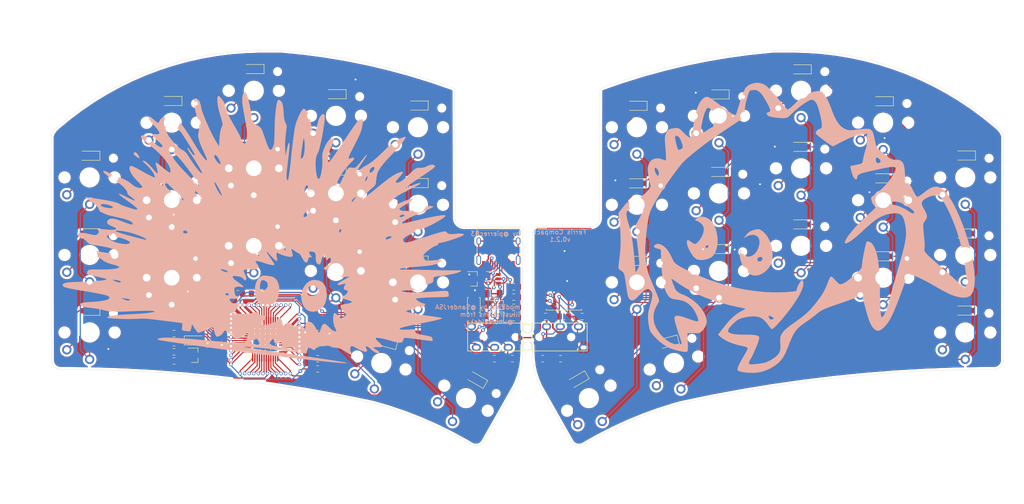
<source format=kicad_pcb>
(kicad_pcb (version 20171130) (host pcbnew 5.1.10)
  (layers (0 F.Cu signal) (31 B.Cu signal) (34 B.Paste user) (35 F.Paste user) (36 B.SilkS user) (37 F.SilkS user) (38 B.Mask user) (39 F.Mask user) (44 Edge.Cuts user))
  (net 0 "")
  (net 1 +5V)
  (net 2 VCC)
  (net 3 /col4)
  (net 4 "Net-(J1-PadA5)")
  (net 5 "Net-(J1-PadB5)")
  (net 6 /col0)
  (net 7 /col8)
  (net 8 /col5)
  (net 9 /col2)
  (net 10 /col1)
  (net 11 /col3)
  (net 12 /col6)
  (net 13 /col7)
  (net 14 /col9)
  (net 15 /row0,0)
  (net 16 /row1,0)
  (net 17 /row1,1)
  (net 18 /row0,1)
  (net 19 /row0,2)
  (net 20 /row0,3)
  (net 21 /row1,3)
  (net 22 /row1,2)
  (net 23 "Net-(D0_0-Pad2)")
  (net 24 "Net-(D0_1-Pad2)")
  (net 25 "Net-(D0_2-Pad2)")
  (net 26 "Net-(D0_3-Pad2)")
  (net 27 "Net-(D0_5-Pad2)")
  (net 28 "Net-(D0_6-Pad2)")
  (net 29 "Net-(D0_7-Pad2)")
  (net 30 "Net-(D0_8-Pad2)")
  (net 31 "Net-(D0_9-Pad2)")
  (net 32 "Net-(D1_0-Pad2)")
  (net 33 "Net-(D1_1-Pad2)")
  (net 34 "Net-(D1_2-Pad2)")
  (net 35 "Net-(D1_3-Pad2)")
  (net 36 "Net-(D1_4-Pad2)")
  (net 37 "Net-(D1_5-Pad2)")
  (net 38 "Net-(D1_6-Pad2)")
  (net 39 "Net-(D1_7-Pad2)")
  (net 40 "Net-(D1_8-Pad2)")
  (net 41 "Net-(D1_9-Pad2)")
  (net 42 "Net-(D2_0-Pad2)")
  (net 43 "Net-(D2_1-Pad2)")
  (net 44 "Net-(D2_2-Pad2)")
  (net 45 "Net-(D2_3-Pad2)")
  (net 46 "Net-(D2_4-Pad2)")
  (net 47 "Net-(D2_5-Pad2)")
  (net 48 "Net-(D2_6-Pad2)")
  (net 49 "Net-(D2_7-Pad2)")
  (net 50 "Net-(D2_8-Pad2)")
  (net 51 "Net-(D2_9-Pad2)")
  (net 52 "Net-(D3_3-Pad2)")
  (net 53 "Net-(D3_4-Pad2)")
  (net 54 "Net-(D3_5-Pad2)")
  (net 55 "Net-(D3_6-Pad2)")
  (net 56 "Net-(D0_4-Pad2)")
  (net 57 /D-)
  (net 58 /D+)
  (net 59 GND)
  (net 60 +3V3)
  (net 61 "Net-(D3-Pad2)")
  (net 62 "Net-(J1-PadS1)")
  (net 63 i2c_sda)
  (net 64 i2c_scl)
  (net 65 "Net-(R6-Pad1)")
  (net 66 BOOT0)
  (net 67 NRST)
  (net 68 VDD)
  (net 69 i2c_sda_right)
  (net 70 i2c_scl_right)
  (net 71 "Net-(U1-Pad2)")
  (net 72 "Net-(U1-Pad3)")
  (net 73 "Net-(U1-Pad4)")
  (net 74 "Net-(U1-Pad5)")
  (net 75 "Net-(U1-Pad6)")
  (net 76 "Net-(U1-Pad10)")
  (net 77 "Net-(U1-Pad11)")
  (net 78 "Net-(U1-Pad13)")
  (net 79 "Net-(U1-Pad14)")
  (net 80 "Net-(U1-Pad15)")
  (net 81 "Net-(U1-Pad16)")
  (net 82 "Net-(U1-Pad17)")
  (net 83 "Net-(U1-Pad18)")
  (net 84 "Net-(U1-Pad19)")
  (net 85 "Net-(U1-Pad20)")
  (net 86 "Net-(U1-Pad25)")
  (net 87 "Net-(U1-Pad26)")
  (net 88 "Net-(U1-Pad27)")
  (net 89 "Net-(U1-Pad28)")
  (net 90 "Net-(U1-Pad29)")
  (net 91 "Net-(U1-Pad30)")
  (net 92 "Net-(U1-Pad31)")
  (net 93 "Net-(U1-Pad34)")
  (net 94 "Net-(U1-Pad46)")
  (net 95 "Net-(J1-PadB8)")
  (net 96 "Net-(J1-PadA8)")
  (net 97 "Net-(U2-Pad28)")
  (net 98 "Net-(U2-Pad27)")
  (net 99 "Net-(U2-Pad26)")
  (net 100 "Net-(U2-Pad20)")
  (net 101 "Net-(U2-Pad19)")
  (net 102 "Net-(U2-Pad14)")
  (net 103 "Net-(U2-Pad11)")
  (net 104 "Net-(U2-Pad8)")
  (net 105 "Net-(U2-Pad7)")
  (net 106 "Net-(U2-Pad6)")
  (net 107 "Net-(U2-Pad5)")
  (module switches:Choc_PG1350_Choc_Spacing (layer F.Cu) (at 58 56)
    (fp_text reference K2_2 hide)
    (fp_text value KEYSW hide)
    (pad "" np_thru_hole circle (at 0 0) (size 3.429 3.429) (drill 3.429) (layers *.Cu *.Mask))
    (pad 2 thru_hole circle (at -5 3.8) (size 2.032 2.032) (drill 1.27) (layers *.Cu *.Mask) (net 44 "Net-(D2_2-Pad2)"))
    (pad 1 thru_hole circle (at 0 5.9) (size 2.032 2.032) (drill 1.27) (layers *.Cu *.Mask) (net 9 /col2))
    (pad "" np_thru_hole circle (at 5.22 -4.2) (size 0.9906 0.9906) (drill 0.9906) (layers *.Cu *.Mask))
    (pad "" np_thru_hole circle (at 5.5 0) (size 1.7018 1.7018) (drill 1.7018) (layers *.Cu *.Mask))
    (pad "" np_thru_hole circle (at -5.5 0) (size 1.7018 1.7018) (drill 1.7018) (layers *.Cu *.Mask))
  )
  (module copper_pads:ferris_compact (layer F.Cu) (at 175.6 74.8 7)
    (fp_text reference G*** hide)
    (fp_text value LOGO hide)
    (fp_poly (pts (xy 1.43179 -8.891174) (xy 1.52649 -8.854463) (xy 1.5367 -8.8476) (xy 1.576338 -8.805301) (xy 1.637891 -8.720853) (xy 1.719543 -8.597024) (xy 1.819479 -8.436584) (xy 1.935884 -8.242299) (xy 1.9558 -8.208455) (xy 2.076306 -8.006016) (xy 2.176368 -7.843936) (xy 2.255246 -7.72334) (xy 2.312197 -7.645356) (xy 2.34648 -7.611113) (xy 2.3495 -7.609852) (xy 2.407628 -7.600318) (xy 2.486946 -7.5952) (xy 2.504689 -7.594947) (xy 2.534174 -7.595246) (xy 2.561005 -7.598739) (xy 2.588932 -7.608999) (xy 2.621704 -7.629603) (xy 2.663068 -7.664124) (xy 2.716775 -7.716137) (xy 2.786573 -7.789216) (xy 2.87621 -7.886937) (xy 2.989435 -8.012873) (xy 3.129998 -8.1706) (xy 3.250187 -8.3058) (xy 3.365587 -8.433856) (xy 3.455747 -8.527747) (xy 3.527936 -8.592345) (xy 3.589425 -8.63252) (xy 3.647484 -8.653143) (xy 3.709384 -8.659082) (xy 3.773004 -8.656014) (xy 3.903847 -8.626961) (xy 4.003226 -8.560895) (xy 4.077881 -8.455493) (xy 4.095921 -8.413467) (xy 4.128044 -8.331068) (xy 4.171436 -8.21583) (xy 4.22328 -8.075287) (xy 4.280762 -7.916973) (xy 4.319928 -7.807793) (xy 4.378948 -7.644472) (xy 4.433813 -7.496418) (xy 4.481829 -7.370598) (xy 4.520304 -7.273982) (xy 4.546546 -7.213538) (xy 4.556109 -7.196568) (xy 4.595964 -7.172699) (xy 4.665792 -7.144894) (xy 4.71087 -7.130649) (xy 4.837041 -7.094462) (xy 5.379304 -7.501331) (xy 5.543009 -7.62384) (xy 5.671969 -7.719138) (xy 5.771882 -7.790754) (xy 5.848445 -7.842217) (xy 5.907358 -7.877057) (xy 5.954316 -7.898804) (xy 5.99502 -7.910985) (xy 6.035166 -7.917132) (xy 6.053233 -7.918763) (xy 6.145597 -7.920372) (xy 6.213979 -7.903374) (xy 6.272426 -7.869827) (xy 6.341409 -7.811238) (xy 6.397372 -7.744453) (xy 6.403695 -7.734214) (xy 6.422201 -7.682557) (xy 6.446076 -7.584332) (xy 6.474555 -7.4434) (xy 6.50687 -7.263622) (xy 6.542257 -7.048857) (xy 6.552124 -6.986111) (xy 6.580033 -6.808024) (xy 6.605534 -6.647313) (xy 6.627562 -6.510535) (xy 6.645051 -6.404246) (xy 6.656934 -6.335004) (xy 6.662146 -6.309366) (xy 6.662156 -6.309356) (xy 6.685112 -6.295015) (xy 6.739042 -6.262793) (xy 6.7945 -6.230105) (xy 6.9215 -6.15562) (xy 7.5311 -6.444534) (xy 7.717057 -6.532286) (xy 7.863513 -6.600186) (xy 7.976649 -6.650605) (xy 8.062644 -6.685915) (xy 8.127678 -6.708488) (xy 8.177931 -6.720696) (xy 8.219582 -6.724911) (xy 8.258104 -6.723565) (xy 8.392403 -6.690354) (xy 8.496439 -6.61693) (xy 8.567787 -6.505068) (xy 8.572454 -6.493354) (xy 8.585015 -6.455825) (xy 8.594276 -6.413482) (xy 8.600371 -6.359717) (xy 8.603434 -6.287922) (xy 8.603598 -6.191486) (xy 8.600996 -6.063802) (xy 8.595761 -5.89826) (xy 8.588472 -5.699925) (xy 8.56248 -5.0165) (xy 8.679646 -4.913096) (xy 8.796813 -4.809692) (xy 9.040256 -4.868744) (xy 9.297134 -4.931013) (xy 9.509385 -4.982251) (xy 9.681746 -5.023425) (xy 9.81895 -5.055502) (xy 9.925736 -5.07945) (xy 10.006838 -5.096236) (xy 10.066992 -5.106825) (xy 10.110935 -5.112187) (xy 10.143402 -5.113287) (xy 10.169129 -5.111093) (xy 10.192852 -5.106572) (xy 10.198611 -5.105285) (xy 10.315591 -5.054507) (xy 10.409346 -4.966587) (xy 10.470578 -4.853238) (xy 10.4902 -4.737943) (xy 10.484664 -4.688519) (xy 10.469106 -4.597557) (xy 10.445092 -4.47298) (xy 10.414194 -4.322708) (xy 10.377981 -4.154664) (xy 10.348471 -4.02259) (xy 10.310154 -3.849031) (xy 10.276964 -3.689661) (xy 10.250277 -3.551847) (xy 10.231467 -3.442952) (xy 10.221907 -3.370344) (xy 10.221779 -3.34356) (xy 10.247523 -3.292353) (xy 10.295009 -3.226236) (xy 10.319057 -3.19797) (xy 10.4013 -3.106639) (xy 11.067528 -3.131417) (xy 11.286203 -3.139166) (xy 11.460308 -3.143748) (xy 11.596021 -3.144279) (xy 11.69952 -3.139878) (xy 11.776983 -3.12966) (xy 11.834589 -3.112743) (xy 11.878516 -3.088244) (xy 11.914942 -3.055279) (xy 11.950046 -3.012967) (xy 11.956658 -3.004346) (xy 12.010388 -2.904422) (xy 12.032242 -2.785818) (xy 12.033678 -2.74309) (xy 12.030249 -2.699671) (xy 12.019705 -2.649217) (xy 11.999797 -2.585385) (xy 11.968274 -2.501832) (xy 11.922888 -2.392212) (xy 11.861387 -2.250184) (xy 11.781523 -2.069401) (xy 11.764911 -2.032) (xy 11.488362 -1.4097) (xy 11.561147 -1.26365) (xy 11.599326 -1.188725) (xy 11.627807 -1.135979) (xy 11.639915 -1.117425) (xy 11.665502 -1.113237) (xy 11.734515 -1.101528) (xy 11.840325 -1.083436) (xy 11.976302 -1.060095) (xy 12.135816 -1.032641) (xy 12.300917 -1.004165) (xy 12.517447 -0.966196) (xy 12.689646 -0.933975) (xy 12.82337 -0.905392) (xy 12.924476 -0.878338) (xy 12.998822 -0.850705) (xy 13.052265 -0.820382) (xy 13.090662 -0.785261) (xy 13.11987 -0.743232) (xy 13.141368 -0.701512) (xy 13.174404 -0.589857) (xy 13.179773 -0.467529) (xy 13.157142 -0.357875) (xy 13.146603 -0.334267) (xy 13.122432 -0.294392) (xy 13.073709 -0.219457) (xy 13.004884 -0.116111) (xy 12.920408 0.008999) (xy 12.824733 0.149226) (xy 12.752903 0.253657) (xy 12.654275 0.397888) (xy 12.566061 0.529422) (xy 12.492196 0.64218) (xy 12.436618 0.730085) (xy 12.403264 0.787058) (xy 12.3952 0.805901) (xy 12.397038 0.838071) (xy 12.404602 0.869832) (xy 12.420965 0.903819) (xy 12.449202 0.942671) (xy 12.492387 0.989024) (xy 12.553592 1.045516) (xy 12.635893 1.114783) (xy 12.742363 1.199464) (xy 12.876075 1.302195) (xy 13.040104 1.425613) (xy 13.237523 1.572355) (xy 13.471407 1.745059) (xy 13.601935 1.841199) (xy 13.827004 2.00762) (xy 14.036911 2.164257) (xy 14.228146 2.308406) (xy 14.397197 2.437358) (xy 14.540552 2.548409) (xy 14.6547 2.638851) (xy 14.736128 2.705979) (xy 14.781325 2.747086) (xy 14.788449 2.755599) (xy 14.814848 2.808945) (xy 14.827518 2.872134) (xy 14.828856 2.961598) (xy 14.826358 3.015525) (xy 14.817332 3.114182) (xy 14.799297 3.199018) (xy 14.766772 3.288086) (xy 14.714274 3.399437) (xy 14.702946 3.421925) (xy 14.656527 3.509156) (xy 14.597554 3.61195) (xy 14.524708 3.732248) (xy 14.43667 3.871991) (xy 14.332118 4.033118) (xy 14.209733 4.21757) (xy 14.068196 4.427287) (xy 13.906186 4.66421) (xy 13.722383 4.930278) (xy 13.515469 5.227433) (xy 13.284121 5.557613) (xy 13.027022 5.92276) (xy 12.742851 6.324814) (xy 12.430287 6.765715) (xy 12.382805 6.8326) (xy 12.255657 7.013335) (xy 12.126582 7.199819) (xy 12.001779 7.382879) (xy 11.887446 7.553341) (xy 11.789783 7.702033) (xy 11.714989 7.819781) (xy 11.708206 7.830805) (xy 11.581026 8.034786) (xy 11.476152 8.194925) (xy 11.392635 8.312545) (xy 11.329528 8.388968) (xy 11.285881 8.425517) (xy 11.280012 8.427965) (xy 11.262594 8.425857) (xy 11.25425 8.399189) (xy 11.254115 8.339313) (xy 11.261173 8.239379) (xy 11.295311 7.993399) (xy 11.357854 7.714561) (xy 11.44631 7.410328) (xy 11.558184 7.088165) (xy 11.690984 6.755534) (xy 11.842214 6.419899) (xy 11.926429 6.2484) (xy 12.010144 6.073623) (xy 12.104885 5.860137) (xy 12.206746 5.617787) (xy 12.311818 5.356418) (xy 12.416194 5.085876) (xy 12.515965 4.816007) (xy 12.607225 4.556655) (xy 12.657345 4.4069) (xy 12.733921 4.164056) (xy 12.791759 3.959683) (xy 12.832782 3.785843) (xy 12.858915 3.634598) (xy 12.87004 3.52936) (xy 12.884358 3.337621) (xy 12.755978 3.230135) (xy 12.617111 3.132748) (xy 12.44321 3.040042) (xy 12.249961 2.959534) (xy 12.0777 2.905103) (xy 11.985572 2.884508) (xy 11.883397 2.870457) (xy 11.75961 2.86199) (xy 11.602645 2.858149) (xy 11.505063 2.857663) (xy 11.332543 2.85902) (xy 11.203395 2.864926) (xy 11.11023 2.877891) (xy 11.045661 2.900424) (xy 11.002301 2.935034) (xy 10.972762 2.98423) (xy 10.95105 3.04583) (xy 10.927707 3.108395) (xy 10.886622 3.203623) (xy 10.833393 3.319055) (xy 10.773614 3.442232) (xy 10.767573 3.454332) (xy 10.711633 3.567241) (xy 10.665166 3.663233) (xy 10.632343 3.733529) (xy 10.617331 3.769348) (xy 10.616838 3.771811) (xy 10.6042 3.797497) (xy 10.569193 3.854736) (xy 10.51823 3.933223) (xy 10.492238 3.972079) (xy 10.214299 4.343842) (xy 9.890149 4.705653) (xy 9.523959 5.054052) (xy 9.1199 5.385578) (xy 8.682145 5.696772) (xy 8.214865 5.984173) (xy 7.7978 6.207062) (xy 7.639969 6.286127) (xy 7.519004 6.34837) (xy 7.426306 6.399632) (xy 7.353276 6.445753) (xy 7.291316 6.492577) (xy 7.231827 6.545942) (xy 7.166211 6.611692) (xy 7.0993 6.681571) (xy 6.705386 7.074265) (xy 6.318531 7.417711) (xy 5.937407 7.712761) (xy 5.560685 7.960269) (xy 5.187039 8.161091) (xy 4.815139 8.316078) (xy 4.443659 8.426086) (xy 4.3561 8.44554) (xy 4.245852 8.463415) (xy 4.106047 8.478746) (xy 3.951057 8.490727) (xy 3.795257 8.49855) (xy 3.653019 8.501406) (xy 3.538717 8.498489) (xy 3.4925 8.494065) (xy 3.174565 8.437374) (xy 2.890997 8.359904) (xy 2.627812 8.256457) (xy 2.371025 8.121837) (xy 2.1971 8.012616) (xy 2.098838 7.943038) (xy 2.001185 7.866669) (xy 1.910862 7.789769) (xy 1.834597 7.718598) (xy 1.779113 7.659416) (xy 1.751135 7.618485) (xy 1.756236 7.602194) (xy 1.793385 7.59839) (xy 1.870559 7.591605) (xy 1.97713 7.582741) (xy 2.10247 7.572698) (xy 2.126572 7.570806) (xy 2.497803 7.528918) (xy 2.838356 7.461779) (xy 3.163781 7.365205) (xy 3.489624 7.235011) (xy 3.6449 7.162209) (xy 4.048169 6.93699) (xy 4.424411 6.669503) (xy 4.769836 6.362657) (xy 4.981784 6.136909) (xy 5.183692 5.9055) (xy 4.896896 5.835288) (xy 4.329001 5.713596) (xy 3.78624 5.633028) (xy 3.264651 5.593065) (xy 3.010055 5.588149) (xy 2.670908 5.597399) (xy 2.374739 5.62526) (xy 2.117039 5.672303) (xy 1.93675 5.723722) (xy 1.849929 5.751228) (xy 1.785441 5.767979) (xy 1.754732 5.771107) (xy 1.753649 5.769627) (xy 1.768873 5.74368) (xy 1.808805 5.687921) (xy 1.866315 5.612122) (xy 1.899699 5.569427) (xy 2.199793 5.203361) (xy 2.486553 4.883123) (xy 2.762789 4.606372) (xy 3.03131 4.370769) (xy 3.294923 4.173974) (xy 3.556438 4.013648) (xy 3.818663 3.887449) (xy 4.0005 3.819374) (xy 4.210874 3.767467) (xy 4.447261 3.739206) (xy 4.69057 3.73524) (xy 4.921712 3.756219) (xy 5.056047 3.783452) (xy 5.346701 3.88349) (xy 5.635367 4.030942) (xy 5.917676 4.222479) (xy 6.189259 4.454771) (xy 6.445747 4.724488) (xy 6.674798 5.017053) (xy 6.739442 5.108961) (xy 6.792411 5.186203) (xy 6.827085 5.239011) (xy 6.837004 5.256416) (xy 6.863315 5.259424) (xy 6.929584 5.251561) (xy 7.026499 5.234322) (xy 7.144745 5.209201) (xy 7.1755 5.20211) (xy 7.5057 5.124818) (xy 7.791952 4.918259) (xy 7.908874 4.834051) (xy 8.022613 4.752419) (xy 8.121023 4.682065) (xy 8.191957 4.631688) (xy 8.198352 4.627182) (xy 8.282327 4.564173) (xy 8.383695 4.481878) (xy 8.497188 4.385238) (xy 8.617536 4.279199) (xy 8.739467 4.168701) (xy 8.857714 4.058689) (xy 8.967006 3.954105) (xy 9.062073 3.859892) (xy 9.137645 3.780994) (xy 9.188453 3.722353) (xy 9.209227 3.688912) (xy 9.204962 3.683) (xy 9.171625 3.691129) (xy 9.100992 3.713249) (xy 9.003497 3.745961) (xy 8.892173 3.784936) (xy 8.526429 3.908872) (xy 8.118557 4.035119) (xy 7.677001 4.161187) (xy 7.210205 4.284585) (xy 7.126637 4.305697) (xy 6.493575 4.464544) (xy 6.285543 4.28267) (xy 5.976275 4.037643) (xy 5.659843 3.836186) (xy 5.339952 3.680222) (xy 5.02031 3.571678) (xy 4.840385 3.531894) (xy 4.695382 3.514649) (xy 4.521613 3.506808) (xy 4.337971 3.508152) (xy 4.163349 3.518461) (xy 4.01664 3.537516) (xy 3.995415 3.541698) (xy 3.653968 3.638819) (xy 3.314245 3.786217) (xy 2.97608 3.983999) (xy 2.639307 4.232273) (xy 2.30376 4.531145) (xy 2.035907 4.80695) (xy 1.902124 4.953) (xy 1.338412 4.952985) (xy 0.45815 4.934156) (xy -0.449867 4.878404) (xy -1.379633 4.786762) (xy -2.325141 4.660261) (xy -3.280383 4.499936) (xy -4.239353 4.306818) (xy -5.196043 4.08194) (xy -6.144446 3.826336) (xy -7.078554 3.541038) (xy -7.3025 3.467411) (xy -7.52733 3.390835) (xy -7.76734 3.306251) (xy -8.012792 3.217305) (xy -8.253949 3.12764) (xy -8.481073 3.040903) (xy -8.684427 2.960737) (xy -8.854273 2.890788) (xy -8.925954 2.859736) (xy -9.076207 2.793077) (xy -9.256154 2.896062) (xy -9.364111 2.965285) (xy -9.476424 3.049908) (xy -9.585275 3.142502) (xy -9.682844 3.235637) (xy -9.761314 3.321884) (xy -9.812866 3.393813) (xy -9.829801 3.441163) (xy -9.815814 3.537274) (xy -9.775583 3.670438) (xy -9.711706 3.835886) (xy -9.626777 4.02885) (xy -9.523393 4.244563) (xy -9.404149 4.478256) (xy -9.271642 4.725162) (xy -9.128467 4.980512) (xy -8.97722 5.239539) (xy -8.820497 5.497474) (xy -8.660895 5.74955) (xy -8.501009 5.990999) (xy -8.343435 6.217052) (xy -8.246081 6.35) (xy -8.067763 6.599919) (xy -7.896762 6.861823) (xy -7.736742 7.128668) (xy -7.591366 7.393411) (xy -7.464299 7.649009) (xy -7.359205 7.888417) (xy -7.279748 8.104592) (xy -7.22959 8.290491) (xy -7.225398 8.31215) (xy -7.217857 8.375887) (xy -7.228514 8.403319) (xy -7.246697 8.4074) (xy -7.276022 8.38962) (xy -7.333089 8.340338) (xy -7.411467 8.26564) (xy -7.504725 8.171614) (xy -7.586074 8.086191) (xy -7.647452 8.021871) (xy -7.741798 7.924727) (xy -7.866102 7.797798) (xy -8.017353 7.644124) (xy -8.192541 7.466743) (xy -8.388654 7.268696) (xy -8.602683 7.05302) (xy -8.831617 6.822756) (xy -9.072445 6.580943) (xy -9.322156 6.330619) (xy -9.577741 6.074824) (xy -9.655544 5.997041) (xy -9.908906 5.743471) (xy -10.154857 5.496668) (xy -10.390646 5.259428) (xy -10.61352 5.034549) (xy -10.820729 4.824826) (xy -11.009522 4.633056) (xy -11.177148 4.462037) (xy -11.320856 4.314564) (xy -11.437894 4.193435) (xy -11.525512 4.101446) (xy -11.580959 4.041393) (xy -11.593367 4.027116) (xy -11.748464 3.826419) (xy -11.859593 3.646857) (xy -11.927788 3.485986) (xy -11.95408 3.341368) (xy -11.939499 3.21056) (xy -11.939084 3.209077) (xy -11.931596 3.183721) (xy -11.922345 3.159528) (xy -11.908169 3.13285) (xy -11.885907 3.100038) (xy -11.852397 3.057446) (xy -11.804478 3.001425) (xy -11.738987 2.928327) (xy -11.652764 2.834504) (xy -11.542647 2.716309) (xy -11.405473 2.570093) (xy -11.238082 2.392208) (xy -11.1506 2.299311) (xy -11.026471 2.166772) (xy -10.914639 2.045958) (xy -10.819626 1.941868) (xy -10.745953 1.859501) (xy -10.69814 1.803855) (xy -10.680708 1.779927) (xy -10.6807 1.779801) (xy -10.699717 1.75772) (xy -10.752008 1.710915) (xy -10.830433 1.64544) (xy -10.927854 1.567352) (xy -10.932357 1.563827) (xy -1.955744 1.563827) (xy -1.939199 1.744674) (xy -1.914868 1.855939) (xy -1.815167 2.104736) (xy -1.671567 2.329149) (xy -1.485379 2.52796) (xy -1.257915 2.699954) (xy -0.990486 2.843912) (xy -0.7493 2.937858) (xy -0.630001 2.970655) (xy -0.515531 2.984616) (xy -0.391715 2.979542) (xy -0.244374 2.955232) (xy -0.12974 2.929135) (xy 0.134132 2.842107) (xy 0.365134 2.718424) (xy 0.561284 2.559636) (xy 0.720598 2.367295) (xy 0.823372 2.183417) (xy 0.884446 2.036754) (xy 0.927746 1.897021) (xy 0.955783 1.750458) (xy 0.971068 1.583305) (xy 0.976048 1.3843) (xy 2.910175 1.3843) (xy 2.911834 1.526855) (xy 2.916671 1.632652) (xy 2.926642 1.715715) (xy 2.943702 1.790071) (xy 2.969805 1.869745) (xy 2.982751 1.905) (xy 3.071728 2.102091) (xy 3.18726 2.295629) (xy 3.320912 2.474572) (xy 3.464251 2.627878) (xy 3.608842 2.744507) (xy 3.638202 2.763081) (xy 3.834403 2.853768) (xy 4.047845 2.899682) (xy 4.281488 2.901173) (xy 4.5085 2.865492) (xy 4.694483 2.811459) (xy 4.887739 2.733535) (xy 5.076774 2.638122) (xy 5.250094 2.531622) (xy 5.396205 2.420438) (xy 5.503273 2.3114) (xy 5.625226 2.117165) (xy 5.707976 1.893599) (xy 5.75153 1.643665) (xy 5.755898 1.370328) (xy 5.721087 1.076551) (xy 5.647106 0.7653) (xy 5.533963 0.439537) (xy 5.497685 0.351778) (xy 5.434106 0.216999) (xy 5.366515 0.109851) (xy 5.283786 0.017454) (xy 5.174798 -0.07307) (xy 5.062785 -0.151747) (xy 4.906039 -0.248391) (xy 4.765983 -0.312564) (xy 4.62536 -0.34959) (xy 4.466916 -0.364792) (xy 4.3688 -0.365809) (xy 4.140007 -0.346932) (xy 3.929824 -0.292561) (xy 3.72721 -0.198595) (xy 3.52113 -0.060935) (xy 3.496074 -0.041621) (xy 3.402593 0.033034) (xy 3.335364 0.093887) (xy 3.283655 0.154385) (xy 3.236734 0.227974) (xy 3.183869 0.3281) (xy 3.155324 0.38531) (xy 3.060128 0.589186) (xy 2.991764 0.767549) (xy 2.94653 0.935486) (xy 2.920724 1.108084) (xy 2.910643 1.30043) (xy 2.910175 1.3843) (xy 0.976048 1.3843) (xy 0.976111 1.381803) (xy 0.976137 1.3462) (xy 0.972263 1.142779) (xy 0.959377 0.975323) (xy 0.934345 0.82934) (xy 0.894029 0.690335) (xy 0.835295 0.543815) (xy 0.774662 0.414955) (xy 0.635092 0.18121) (xy 0.466929 -0.010901) (xy 0.271175 -0.161036) (xy 0.04883 -0.268851) (xy -0.199104 -0.334002) (xy -0.471625 -0.356147) (xy -0.767734 -0.334942) (xy -1.086429 -0.270043) (xy -1.161747 -0.249211) (xy -1.261133 -0.217768) (xy -1.328578 -0.186026) (xy -1.381706 -0.142563) (xy -1.438142 -0.075957) (xy -1.447292 -0.06416) (xy -1.509802 0.031274) (xy -1.581404 0.163965) (xy -1.657069 0.322375) (xy -1.731765 0.494963) (xy -1.800462 0.67019) (xy -1.85813 0.836517) (xy -1.894674 0.962106) (xy -1.933133 1.157091) (xy -1.953606 1.362815) (xy -1.955744 1.563827) (xy -10.932357 1.563827) (xy -10.970838 1.53371) (xy -11.234225 1.317346) (xy -11.496774 1.079879) (xy -11.749731 0.83033) (xy -11.984343 0.57772) (xy -12.191855 0.331069) (xy -12.363514 0.099398) (xy -12.365352 0.096699) (xy -12.432583 -0.011449) (xy -12.504493 -0.142455) (xy -12.574495 -0.282627) (xy -12.636003 -0.418275) (xy -12.68243 -0.535706) (xy -12.704487 -0.608199) (xy -12.717459 -0.657697) (xy -12.734952 -0.699021) (xy -12.763571 -0.739275) (xy -12.809925 -0.785564) (xy -12.880621 -0.844993) (xy -12.982267 -0.924666) (xy -13.040561 -0.96955) (xy -13.200638 -1.099302) (xy -13.377122 -1.253902) (xy -13.56136 -1.424806) (xy -13.744697 -1.603469) (xy -13.918478 -1.781346) (xy -14.074049 -1.949894) (xy -14.202755 -2.100567) (xy -14.258195 -2.1717) (xy -14.466983 -2.484734) (xy -14.626027 -2.795776) (xy -14.735372 -3.10369) (xy -14.795064 -3.407342) (xy -14.805148 -3.705594) (xy -14.765669 -3.997312) (xy -14.676672 -4.281357) (xy -14.538202 -4.556595) (xy -14.350304 -4.82189) (xy -14.144057 -5.046267) (xy -14.028335 -5.157743) (xy -13.934781 -5.243207) (xy -13.850222 -5.313138) (xy -13.761482 -5.378015) (xy -13.655388 -5.448315) (xy -13.572466 -5.500886) (xy -13.3477 -5.642089) (xy -13.330403 -5.300167) (xy -13.285525 -4.845458) (xy -13.198598 -4.399425) (xy -13.071811 -3.967949) (xy -12.907351 -3.556914) (xy -12.707407 -3.172202) (xy -12.474167 -2.819697) (xy -12.348502 -2.660645) (xy -12.247362 -2.539989) (xy -12.232715 -2.749545) (xy -12.22938 -2.812756) (xy -12.224894 -2.921578) (xy -12.219424 -3.07084) (xy -12.213138 -3.255369) (xy -12.206203 -3.469994) (xy -12.198787 -3.709543) (xy -12.191057 -3.968844) (xy -12.183179 -4.242726) (xy -12.175799 -4.5085) (xy -12.168138 -4.784184) (xy -12.160632 -5.044527) (xy -12.153426 -5.285137) (xy -12.146663 -5.501622) (xy -12.140489 -5.68959) (xy -12.135048 -5.844648) (xy -12.130485 -5.962404) (xy -12.126943 -6.038466) (xy -12.124569 -6.068441) (xy -12.124451 -6.068698) (xy -12.097286 -6.063557) (xy -12.038769 -6.028693) (xy -11.954767 -5.968958) (xy -11.851147 -5.889204) (xy -11.733777 -5.794282) (xy -11.608525 -5.689043) (xy -11.481256 -5.578338) (xy -11.35784 -5.46702) (xy -11.244143 -5.359938) (xy -11.146033 -5.261946) (xy -11.135793 -5.251245) (xy -10.858838 -4.935247) (xy -10.630176 -4.619042) (xy -10.447443 -4.298606) (xy -10.308276 -3.969916) (xy -10.22925 -3.7084) (xy -10.198814 -3.544716) (xy -10.179563 -3.349243) (xy -10.171656 -3.138172) (xy -10.175253 -2.927691) (xy -10.190515 -2.73399) (xy -10.217602 -2.573258) (xy -10.218026 -2.571482) (xy -10.334301 -2.194039) (xy -10.498781 -1.825129) (xy -10.709067 -1.468866) (xy -10.962755 -1.129363) (xy -11.230352 -0.83741) (xy -11.452685 -0.616554) (xy -11.358793 -0.454883) (xy -11.250873 -0.299379) (xy -11.101016 -0.129388) (xy -10.914394 0.050569) (xy -10.696178 0.235969) (xy -10.45154 0.422288) (xy -10.185652 0.605006) (xy -10.043472 0.695384) (xy -9.921626 0.768719) (xy -9.836716 0.814274) (xy -9.784212 0.833622) (xy -9.759587 0.828332) (xy -9.758313 0.799975) (xy -9.759878 0.79375) (xy -9.777158 0.761605) (xy -9.819597 0.693814) (xy -9.88324 0.596358) (xy -9.964133 0.475221) (xy -10.058322 0.336386) (xy -10.15654 0.193515) (xy -10.271732 0.026788) (xy -10.361256 -0.104041) (xy -10.428346 -0.204849) (xy -10.476236 -0.281513) (xy -10.508162 -0.339913) (xy -10.527357 -0.385926) (xy -10.537056 -0.425429) (xy -10.540493 -0.4643) (xy -10.540906 -0.504985) (xy -10.521152 -0.653985) (xy -10.463105 -0.772691) (xy -10.380315 -0.850344) (xy -10.345655 -0.861693) (xy -10.269112 -0.880272) (xy -10.158834 -0.904508) (xy -10.022967 -0.932827) (xy -9.869659 -0.963654) (xy -9.707058 -0.995414) (xy -9.543312 -1.026535) (xy -9.386568 -1.055442) (xy -9.244974 -1.08056) (xy -9.126677 -1.100316) (xy -9.039826 -1.113135) (xy -8.998378 -1.117341) (xy -8.977642 -1.139759) (xy -8.948842 -1.195304) (xy -8.918147 -1.268336) (xy -8.891724 -1.343215) (xy -8.875742 -1.404303) (xy -8.874357 -1.43182) (xy -8.88808 -1.469393) (xy -8.9194 -1.546406) (xy -8.96535 -1.65585) (xy -9.022964 -1.790712) (xy -9.089277 -1.94398) (xy -9.14304 -2.06703) (xy -9.226812 -2.259878) (xy -9.291092 -2.412789) (xy -9.338073 -2.531767) (xy -9.369944 -2.622817) (xy -9.388896 -2.691943) (xy -9.397121 -2.745148) (xy -9.397906 -2.76553) (xy -9.374184 -2.904245) (xy -9.30585 -3.021752) (xy -9.214083 -3.10062) (xy -9.185631 -3.117127) (xy -9.15504 -3.129487) (xy -9.11538 -3.138076) (xy -9.059722 -3.143271) (xy -8.981137 -3.145446) (xy -8.872696 -3.14498) (xy -8.727469 -3.142247) (xy -8.538528 -3.137624) (xy -8.5344 -3.137519) (xy -8.359917 -3.132612) (xy -8.197741 -3.127215) (xy -8.056352 -3.121675) (xy -7.944226 -3.11634) (xy -7.869843 -3.11156) (xy -7.848382 -3.109335) (xy -7.79738 -3.10549) (xy -7.758533 -3.117469) (xy -7.718247 -3.153733) (xy -7.662924 -3.22274) (xy -7.66004 -3.226519) (xy -7.560815 -3.356631) (xy -7.602477 -3.538866) (xy -7.665837 -3.816405) (xy -7.718506 -4.049033) (xy -7.761171 -4.241346) (xy -7.794515 -4.397943) (xy -7.819224 -4.523423) (xy -7.835982 -4.622382) (xy -7.845476 -4.699419) (xy -7.848389 -4.759133) (xy -7.845407 -4.80612) (xy -7.837215 -4.84498) (xy -7.824498 -4.88031) (xy -7.807941 -4.916707) (xy -7.807796 -4.917011) (xy -7.735547 -5.013423) (xy -7.630933 -5.079971) (xy -7.507488 -5.108564) (xy -7.486578 -5.109074) (xy -7.430954 -5.10287) (xy -7.334797 -5.0858) (xy -7.206767 -5.05967) (xy -7.055525 -5.026288) (xy -6.889731 -4.98746) (xy -6.8072 -4.967338) (xy -6.641666 -4.927015) (xy -6.49051 -4.891267) (xy -6.361413 -4.861826) (xy -6.262054 -4.84042) (xy -6.200111 -4.82878) (xy -6.1849 -4.827165) (xy -6.138356 -4.844201) (xy -6.07396 -4.886798) (xy -6.031602 -4.922333) (xy -5.929103 -5.0165) (xy -5.951788 -5.720877) (xy -5.95833 -5.929284) (xy -5.962827 -6.093275) (xy -5.96507 -6.219201) (xy -5.96485 -6.313413) (xy -5.961959 -6.38226) (xy -5.956188 -6.432095) (xy -5.947328 -6.469266) (xy -5.935171 -6.500127) (xy -5.925543 -6.519537) (xy -5.853251 -6.625872) (xy -5.764215 -6.688997) (xy -5.647713 -6.715265) (xy -5.592488 -6.716891) (xy -5.53797 -6.714267) (xy -5.483697 -6.705538) (xy -5.421706 -6.687733) (xy -5.344034 -6.657882) (xy -5.242717 -6.613018) (xy -5.109794 -6.550169) (xy -4.9911 -6.492629) (xy -4.841914 -6.420269) (xy -4.699844 -6.352014) (xy -4.574407 -6.292388) (xy -4.47512 -6.245912) (xy -4.411499 -6.21711) (xy -4.409685 -6.216327) (xy -4.28547 -6.162877) (xy -4.149335 -6.234153) (xy -4.077289 -6.275507) (xy -4.02794 -6.310783) (xy -4.013201 -6.329248) (xy -4.009116 -6.370258) (xy -3.997779 -6.452421) (xy -3.980561 -6.567393) (xy -3.958834 -6.706828) (xy -3.933972 -6.862381) (xy -3.907345 -7.025705) (xy -3.880326 -7.188456) (xy -3.854289 -7.342289) (xy -3.830604 -7.478856) (xy -3.810645 -7.589814) (xy -3.795783 -7.666816) (xy -3.787653 -7.700872) (xy -3.742372 -7.771447) (xy -3.668706 -7.842469) (xy -3.586061 -7.897153) (xy -3.539809 -7.915247) (xy -3.482823 -7.926372) (xy -3.427919 -7.927755) (xy -3.369493 -7.916504) (xy -3.301943 -7.889726) (xy -3.219666 -7.84453) (xy -3.117057 -7.778023) (xy -2.988515 -7.687313) (xy -2.828435 -7.569508) (xy -2.735682 -7.500189) (xy -2.1971 -7.096457) (xy -2.059891 -7.136419) (xy -1.980228 -7.164908) (xy -1.921009 -7.195761) (xy -1.901035 -7.214041) (xy -1.886853 -7.247576) (xy -1.85835 -7.322091) (xy -1.818079 -7.43065) (xy -1.768593 -7.566318) (xy -1.712447 -7.722159) (xy -1.665104 -7.854851) (xy -1.604642 -8.022982) (xy -1.547707 -8.177462) (xy -1.497064 -8.31109) (xy -1.455476 -8.416668) (xy -1.425708 -8.486996) (xy -1.412609 -8.512556) (xy -1.323008 -8.599349) (xy -1.209174 -8.649895) (xy -1.084867 -8.661665) (xy -0.963849 -8.632131) (xy -0.913474 -8.604251) (xy -0.873265 -8.569564) (xy -0.805418 -8.502579) (xy -0.715652 -8.409309) (xy -0.609687 -8.29577) (xy -0.49324 -8.167976) (xy -0.408068 -8.072711) (xy -0.278145 -7.926457) (xy -0.177002 -7.813829) (xy -0.099754 -7.730414) (xy -0.041514 -7.671797) (xy 0.002605 -7.633561) (xy 0.037487 -7.611294) (xy 0.068019 -7.600579) (xy 0.099087 -7.597001) (xy 0.118996 -7.596461) (xy 0.2021 -7.600647) (xy 0.273083 -7.613354) (xy 0.284325 -7.617045) (xy 0.316127 -7.643918) (xy 0.366817 -7.708367) (xy 0.437515 -7.812061) (xy 0.529341 -7.956669) (xy 0.643412 -8.143861) (xy 0.692673 -8.226252) (xy 0.804082 -8.410698) (xy 0.90299 -8.569059) (xy 0.986674 -8.697219) (xy 1.05241 -8.791061) (xy 1.097477 -8.846469) (xy 1.110426 -8.857858) (xy 1.202174 -8.893391) (xy 1.31649 -8.904323) (xy 1.43179 -8.891174)) (layer F.Cu) (width 0.01))
    (fp_poly (pts (xy 4.094297 -0.188854) (xy 4.225033 -0.100123) (xy 4.293809 -0.030697) (xy 4.392034 0.114464) (xy 4.456792 0.282036) (xy 4.48905 0.463039) (xy 4.489772 0.648494) (xy 4.459924 0.829423) (xy 4.40047 0.996847) (xy 4.312377 1.141787) (xy 4.196609 1.255266) (xy 4.152451 1.284305) (xy 4.015009 1.336797) (xy 3.868823 1.343494) (xy 3.727367 1.304285) (xy 3.6957 1.288078) (xy 3.574335 1.191683) (xy 3.476512 1.056752) (xy 3.405673 0.891402) (xy 3.365261 0.703752) (xy 3.358719 0.50192) (xy 3.359156 0.494534) (xy 3.384201 0.304548) (xy 3.43639 0.147245) (xy 3.520735 0.009578) (xy 3.566434 -0.044949) (xy 3.693057 -0.155868) (xy 3.825269 -0.216786) (xy 3.960029 -0.227761) (xy 4.094297 -0.188854)) (layer F.Cu) (width 0.01))
    (fp_poly (pts (xy -0.931908 -0.202549) (xy -0.906172 -0.193558) (xy -0.77322 -0.117004) (xy -0.657433 0.005241) (xy -0.56822 0.1524) (xy -0.519136 0.289472) (xy -0.489987 0.455479) (xy -0.482048 0.632106) (xy -0.496591 0.801041) (xy -0.51681 0.89168) (xy -0.584732 1.061897) (xy -0.677697 1.202957) (xy -0.789917 1.310697) (xy -0.915605 1.38095) (xy -1.048974 1.409554) (xy -1.184235 1.392343) (xy -1.203567 1.385832) (xy -1.317855 1.322248) (xy -1.42936 1.221149) (xy -1.525736 1.094913) (xy -1.56655 1.021868) (xy -1.614497 0.884121) (xy -1.642684 0.718186) (xy -1.64976 0.543218) (xy -1.634376 0.378375) (xy -1.617163 0.303398) (xy -1.547135 0.125842) (xy -1.452751 -0.019093) (xy -1.339024 -0.127904) (xy -1.210966 -0.197086) (xy -1.07359 -0.223135) (xy -0.931908 -0.202549)) (layer F.Cu) (width 0.01))
  )
  (module panelization:mouse-bite-2mm-slot-with-space-for-track (layer F.Cu) (at 118 76.03 90)
    (fp_text reference mouse-bite-2mm-slot hide)
    (fp_text value VAL** hide)
    (pad "" np_thru_hole circle (at 0.75 -0.75 90) (size 0.5 0.5) (drill 0.5) (layers *.Cu *.Mask))
    (pad "" np_thru_hole circle (at 0.75 0.75 90) (size 0.5 0.5) (drill 0.5) (layers *.Cu *.Mask))
    (pad "" np_thru_hole circle (at -0.75 0.75 90) (size 0.5 0.5) (drill 0.5) (layers *.Cu *.Mask))
    (pad "" np_thru_hole circle (at -0.75 -0.75 90) (size 0.5 0.5) (drill 0.5) (layers *.Cu *.Mask))
  )
  (module silkscreens:safe_rust (layer B.Cu) (at 173.92 47 187)
    (fp_text reference G*** hide)
    (fp_text value LOGO hide)
  )
  (module silkscreens:unsafe_rust (layer B.Cu) (at 62.65 54.06 172)
    (fp_text reference G*** hide)
    (fp_text value LOGO hide)
  )
  (module breakout_pins:Dual_MCU_QFP_QFN_48_with_breakout_pins (layer F.Cu) (at 60.5 76.5 90)
    (fp_text reference U1 hide)
    (fp_text value STM32F072CBT6)
    (pad 1 thru_hole circle (at -7.5 -5.5) (size 0.75 0.75) (drill 0.5) (layers *.Cu *.Mask) (net 60 +3V3))
    (pad 2 thru_hole circle (at -7.5 -4.5) (size 0.75 0.75) (drill 0.5) (layers *.Cu *.Mask) (net 71 "Net-(U1-Pad2)"))
    (pad 3 thru_hole circle (at -7.5 -3.5) (size 0.75 0.75) (drill 0.5) (layers *.Cu *.Mask) (net 72 "Net-(U1-Pad3)"))
    (pad 4 thru_hole circle (at -7.5 -2.5) (size 0.75 0.75) (drill 0.5) (layers *.Cu *.Mask) (net 73 "Net-(U1-Pad4)"))
    (pad 5 thru_hole circle (at -7.5 -1.5) (size 0.75 0.75) (drill 0.5) (layers *.Cu *.Mask) (net 74 "Net-(U1-Pad5)"))
    (pad 6 thru_hole circle (at -7.5 -0.5) (size 0.75 0.75) (drill 0.5) (layers *.Cu *.Mask) (net 75 "Net-(U1-Pad6)"))
    (pad 7 thru_hole circle (at -7.5 0.5) (size 0.75 0.75) (drill 0.5) (layers *.Cu *.Mask) (net 67 NRST))
    (pad 8 thru_hole circle (at -7.5 1.5) (size 0.75 0.75) (drill 0.5) (layers *.Cu *.Mask) (net 59 GND))
    (pad 9 thru_hole circle (at -7.5 2.5) (size 0.75 0.75) (drill 0.5) (layers *.Cu *.Mask) (net 60 +3V3))
    (pad 10 thru_hole circle (at -7.5 3.5) (size 0.75 0.75) (drill 0.5) (layers *.Cu *.Mask) (net 76 "Net-(U1-Pad10)"))
    (pad 11 thru_hole circle (at -7.5 4.5) (size 0.75 0.75) (drill 0.5) (layers *.Cu *.Mask) (net 77 "Net-(U1-Pad11)"))
    (pad 12 thru_hole circle (at -7.5 5.5) (size 0.75 0.75) (drill 0.5) (layers *.Cu *.Mask) (net 20 /row0,3))
    (pad 13 thru_hole circle (at -5.5 7.5) (size 0.75 0.75) (drill 0.5) (layers *.Cu *.Mask) (net 78 "Net-(U1-Pad13)"))
    (pad 14 thru_hole circle (at -4.5 7.5) (size 0.75 0.75) (drill 0.5) (layers *.Cu *.Mask) (net 79 "Net-(U1-Pad14)"))
    (pad 15 thru_hole circle (at -3.5 7.5) (size 0.75 0.75) (drill 0.5) (layers *.Cu *.Mask) (net 80 "Net-(U1-Pad15)"))
    (pad 16 thru_hole circle (at -2.5 7.5) (size 0.75 0.75) (drill 0.5) (layers *.Cu *.Mask) (net 81 "Net-(U1-Pad16)"))
    (pad 17 thru_hole circle (at -1.5 7.5) (size 0.75 0.75) (drill 0.5) (layers *.Cu *.Mask) (net 82 "Net-(U1-Pad17)"))
    (pad 18 thru_hole circle (at -0.5 7.5) (size 0.75 0.75) (drill 0.5) (layers *.Cu *.Mask) (net 83 "Net-(U1-Pad18)"))
    (pad 19 thru_hole circle (at 0.5 7.5) (size 0.75 0.75) (drill 0.5) (layers *.Cu *.Mask) (net 84 "Net-(U1-Pad19)"))
    (pad 20 thru_hole circle (at 1.5 7.5) (size 0.75 0.75) (drill 0.5) (layers *.Cu *.Mask) (net 85 "Net-(U1-Pad20)"))
    (pad 21 thru_hole circle (at 2.5 7.5) (size 0.75 0.75) (drill 0.5) (layers *.Cu *.Mask) (net 64 i2c_scl))
    (pad 22 thru_hole circle (at 3.5 7.5) (size 0.75 0.75) (drill 0.5) (layers *.Cu *.Mask) (net 63 i2c_sda))
    (pad 23 thru_hole circle (at 4.5 7.5) (size 0.75 0.75) (drill 0.5) (layers *.Cu *.Mask) (net 59 GND))
    (pad 24 thru_hole circle (at 5.5 7.5) (size 0.75 0.75) (drill 0.5) (layers *.Cu *.Mask) (net 60 +3V3))
    (pad 25 thru_hole circle (at 7.5 5.5) (size 0.75 0.75) (drill 0.5) (layers *.Cu *.Mask) (net 86 "Net-(U1-Pad25)"))
    (pad 26 thru_hole circle (at 7.5 4.5) (size 0.75 0.75) (drill 0.5) (layers *.Cu *.Mask) (net 87 "Net-(U1-Pad26)"))
    (pad 27 thru_hole circle (at 7.5 3.5) (size 0.75 0.75) (drill 0.5) (layers *.Cu *.Mask) (net 88 "Net-(U1-Pad27)"))
    (pad 28 thru_hole circle (at 7.5 2.5) (size 0.75 0.75) (drill 0.5) (layers *.Cu *.Mask) (net 89 "Net-(U1-Pad28)"))
    (pad 29 thru_hole circle (at 7.5 1.5) (size 0.75 0.75) (drill 0.5) (layers *.Cu *.Mask) (net 90 "Net-(U1-Pad29)"))
    (pad 30 thru_hole circle (at 7.5 0.5) (size 0.75 0.75) (drill 0.5) (layers *.Cu *.Mask) (net 91 "Net-(U1-Pad30)"))
    (pad 31 thru_hole circle (at 7.5 -0.5) (size 0.75 0.75) (drill 0.5) (layers *.Cu *.Mask) (net 92 "Net-(U1-Pad31)"))
    (pad 32 thru_hole circle (at 7.5 -1.5) (size 0.75 0.75) (drill 0.5) (layers *.Cu *.Mask) (net 57 /D-))
    (pad 33 thru_hole circle (at 7.5 -2.5) (size 0.75 0.75) (drill 0.5) (layers *.Cu *.Mask) (net 58 /D+))
    (pad 34 thru_hole circle (at 7.5 -3.5) (size 0.75 0.75) (drill 0.5) (layers *.Cu *.Mask) (net 93 "Net-(U1-Pad34)"))
    (pad 35 thru_hole circle (at 7.5 -4.5) (size 0.75 0.75) (drill 0.5) (layers *.Cu *.Mask) (net 59 GND))
    (pad 36 thru_hole circle (at 7.5 -5.5) (size 0.75 0.75) (drill 0.5) (layers *.Cu *.Mask) (net 60 +3V3))
    (pad 37 thru_hole circle (at 5.5 -7.5) (size 0.75 0.75) (drill 0.5) (layers *.Cu *.Mask) (net 3 /col4))
    (pad 38 thru_hole circle (at 4.5 -7.5) (size 0.75 0.75) (drill 0.5) (layers *.Cu *.Mask) (net 11 /col3))
    (pad 39 thru_hole circle (at 3.5 -7.5) (size 0.75 0.75) (drill 0.5) (layers *.Cu *.Mask) (net 9 /col2))
    (pad 40 thru_hole circle (at 2.5 -7.5) (size 0.75 0.75) (drill 0.5) (layers *.Cu *.Mask) (net 10 /col1))
    (pad 41 thru_hole circle (at 1.5 -7.5) (size 0.75 0.75) (drill 0.5) (layers *.Cu *.Mask) (net 19 /row0,2))
    (pad 42 thru_hole circle (at 0.5 -7.5) (size 0.75 0.75) (drill 0.5) (layers *.Cu *.Mask) (net 18 /row0,1))
    (pad 43 thru_hole circle (at -0.5 -7.5) (size 0.75 0.75) (drill 0.5) (layers *.Cu *.Mask) (net 15 /row0,0))
    (pad 44 thru_hole circle (at -1.5 -7.5) (size 0.75 0.75) (drill 0.5) (layers *.Cu *.Mask) (net 66 BOOT0))
    (pad 45 thru_hole circle (at -2.5 -7.5) (size 0.75 0.75) (drill 0.5) (layers *.Cu *.Mask) (net 6 /col0))
    (pad 46 thru_hole circle (at -3.5 -7.5) (size 0.75 0.75) (drill 0.5) (layers *.Cu *.Mask) (net 94 "Net-(U1-Pad46)"))
    (pad 47 thru_hole circle (at -4.5 -7.5) (size 0.75 0.75) (drill 0.5) (layers *.Cu *.Mask) (net 59 GND))
    (pad 48 thru_hole circle (at -5.5 -7.5) (size 0.75 0.75) (drill 0.5) (layers *.Cu *.Mask) (net 60 +3V3))
    (pad 44 smd roundrect (at -0.75 -4.1625 90) (size 0.3 1.475) (layers F.Cu F.Paste F.Mask) (net 66 BOOT0))
    (pad 32 smd roundrect (at 4.1625 -0.75 90) (size 1.475 0.3) (layers F.Cu F.Paste F.Mask) (net 57 /D-))
    (pad 42 smd roundrect (at 0.25 -4.1625 90) (size 0.3 1.475) (layers F.Cu F.Paste F.Mask) (net 18 /row0,1))
    (pad 24 smd roundrect (at 2.75 4.1625 90) (size 0.3 1.475) (layers F.Cu F.Paste F.Mask) (net 60 +3V3))
    (pad 46 smd roundrect (at -1.75 -4.1625 90) (size 0.3 1.475) (layers F.Cu F.Paste F.Mask) (net 94 "Net-(U1-Pad46)"))
    (pad 1 smd roundrect (at -4.1625 -2.75 90) (size 1.475 0.3) (layers F.Cu F.Paste F.Mask) (net 60 +3V3))
    (pad 6 smd roundrect (at -4.1625 -0.25 90) (size 1.475 0.3) (layers F.Cu F.Paste F.Mask) (net 75 "Net-(U1-Pad6)"))
    (pad 43 smd roundrect (at -0.25 -4.1625 90) (size 0.3 1.475) (layers F.Cu F.Paste F.Mask) (net 15 /row0,0))
    (pad 41 smd roundrect (at 0.75 -4.1625 90) (size 0.3 1.475) (layers F.Cu F.Paste F.Mask) (net 19 /row0,2))
    (pad 21 smd roundrect (at 1.25 4.1625 90) (size 0.3 1.475) (layers F.Cu F.Paste F.Mask) (net 64 i2c_scl))
    (pad 10 smd roundrect (at -4.1625 1.75 90) (size 1.475 0.3) (layers F.Cu F.Paste F.Mask) (net 76 "Net-(U1-Pad10)"))
    (pad 14 smd roundrect (at -2.25 4.1625 90) (size 0.3 1.475) (layers F.Cu F.Paste F.Mask) (net 79 "Net-(U1-Pad14)"))
    (pad 3 smd roundrect (at -4.1625 -1.75 90) (size 1.475 0.3) (layers F.Cu F.Paste F.Mask) (net 72 "Net-(U1-Pad3)"))
    (pad 15 smd roundrect (at -1.75 4.1625 90) (size 0.3 1.475) (layers F.Cu F.Paste F.Mask) (net 80 "Net-(U1-Pad15)"))
    (pad 45 smd roundrect (at -1.25 -4.1625 90) (size 0.3 1.475) (layers F.Cu F.Paste F.Mask) (net 6 /col0))
    (pad 19 smd roundrect (at 0.25 4.1625 90) (size 0.3 1.475) (layers F.Cu F.Paste F.Mask) (net 84 "Net-(U1-Pad19)"))
    (pad 37 smd roundrect (at 2.75 -4.1625 90) (size 0.3 1.475) (layers F.Cu F.Paste F.Mask) (net 3 /col4))
    (pad 48 smd roundrect (at -2.75 -4.1625 90) (size 0.3 1.475) (layers F.Cu F.Paste F.Mask) (net 60 +3V3))
    (pad 38 smd roundrect (at 2.25 -4.1625 90) (size 0.3 1.475) (layers F.Cu F.Paste F.Mask) (net 11 /col3))
    (pad 33 smd roundrect (at 4.1625 -1.25 90) (size 1.475 0.3) (layers F.Cu F.Paste F.Mask) (net 58 /D+))
    (pad 20 smd roundrect (at 0.75 4.1625 90) (size 0.3 1.475) (layers F.Cu F.Paste F.Mask) (net 85 "Net-(U1-Pad20)"))
    (pad 25 smd roundrect (at 4.1625 2.75 90) (size 1.475 0.3) (layers F.Cu F.Paste F.Mask) (net 86 "Net-(U1-Pad25)"))
    (pad 31 smd roundrect (at 4.1625 -0.25 90) (size 1.475 0.3) (layers F.Cu F.Paste F.Mask) (net 92 "Net-(U1-Pad31)"))
    (pad 26 smd roundrect (at 4.1625 2.25 90) (size 1.475 0.3) (layers F.Cu F.Paste F.Mask) (net 87 "Net-(U1-Pad26)"))
    (pad 40 smd roundrect (at 1.25 -4.1625 90) (size 0.3 1.475) (layers F.Cu F.Paste F.Mask) (net 10 /col1))
    (pad 27 smd roundrect (at 4.1625 1.75 90) (size 1.475 0.3) (layers F.Cu F.Paste F.Mask) (net 88 "Net-(U1-Pad27)"))
    (pad 5 smd roundrect (at -4.1625 -0.75 90) (size 1.475 0.3) (layers F.Cu F.Paste F.Mask) (net 74 "Net-(U1-Pad5)"))
    (pad 39 smd roundrect (at 1.75 -4.1625 90) (size 0.3 1.475) (layers F.Cu F.Paste F.Mask) (net 9 /col2))
    (pad 17 smd roundrect (at -0.75 4.1625 90) (size 0.3 1.475) (layers F.Cu F.Paste F.Mask) (net 82 "Net-(U1-Pad17)"))
    (pad 18 smd roundrect (at -0.25 4.1625 90) (size 0.3 1.475) (layers F.Cu F.Paste F.Mask) (net 83 "Net-(U1-Pad18)"))
    (pad 36 smd roundrect (at 4.1625 -2.75 90) (size 1.475 0.3) (layers F.Cu F.Paste F.Mask) (net 60 +3V3))
    (pad 47 smd roundrect (at -2.25 -4.1625 90) (size 0.3 1.475) (layers F.Cu F.Paste F.Mask) (net 59 GND))
    (pad 30 smd roundrect (at 4.1625 0.25 90) (size 1.475 0.3) (layers F.Cu F.Paste F.Mask) (net 91 "Net-(U1-Pad30)"))
    (pad 28 smd roundrect (at 4.1625 1.25 90) (size 1.475 0.3) (layers F.Cu F.Paste F.Mask) (net 89 "Net-(U1-Pad28)"))
    (pad 22 smd roundrect (at 1.75 4.1625 90) (size 0.3 1.475) (layers F.Cu F.Paste F.Mask) (net 63 i2c_sda))
    (pad 7 smd roundrect (at -4.1625 0.25 90) (size 1.475 0.3) (layers F.Cu F.Paste F.Mask) (net 67 NRST))
    (pad 23 smd roundrect (at 2.25 4.1625 90) (size 0.3 1.475) (layers F.Cu F.Paste F.Mask) (net 59 GND))
    (pad 12 smd roundrect (at -4.1625 2.75 90) (size 1.475 0.3) (layers F.Cu F.Paste F.Mask) (net 20 /row0,3))
    (pad 2 smd roundrect (at -4.1625 -2.25 90) (size 1.475 0.3) (layers F.Cu F.Paste F.Mask) (net 71 "Net-(U1-Pad2)"))
    (pad 13 smd roundrect (at -2.75 4.1625 90) (size 0.3 1.475) (layers F.Cu F.Paste F.Mask) (net 78 "Net-(U1-Pad13)"))
    (pad 9 smd roundrect (at -4.1625 1.25 90) (size 1.475 0.3) (layers F.Cu F.Paste F.Mask) (net 60 +3V3))
    (pad 29 smd roundrect (at 4.1625 0.75 90) (size 1.475 0.3) (layers F.Cu F.Paste F.Mask) (net 90 "Net-(U1-Pad29)"))
    (pad 16 smd roundrect (at -1.25 4.1625 90) (size 0.3 1.475) (layers F.Cu F.Paste F.Mask) (net 81 "Net-(U1-Pad16)"))
    (pad 11 smd roundrect (at -4.1625 2.25 90) (size 1.475 0.3) (layers F.Cu F.Paste F.Mask) (net 77 "Net-(U1-Pad11)"))
    (pad 34 smd roundrect (at 4.1625 -1.75 90) (size 1.475 0.3) (layers F.Cu F.Paste F.Mask) (net 93 "Net-(U1-Pad34)"))
    (pad 35 smd roundrect (at 4.1625 -2.25 90) (size 1.475 0.3) (layers F.Cu F.Paste F.Mask) (net 59 GND))
    (pad 8 smd roundrect (at -4.1625 0.75 90) (size 1.475 0.3) (layers F.Cu F.Paste F.Mask) (net 59 GND))
    (pad 4 smd roundrect (at -4.1625 -1.25 90) (size 1.475 0.3) (layers F.Cu F.Paste F.Mask) (net 73 "Net-(U1-Pad4)"))
    (pad 15 smd roundrect (at -1.75 3.4375 90) (size 0.25 0.875) (layers F.Cu F.Paste F.Mask) (net 80 "Net-(U1-Pad15)"))
    (pad 10 smd roundrect (at -3.4375 1.75 90) (size 0.875 0.25) (layers F.Cu F.Paste F.Mask) (net 76 "Net-(U1-Pad10)"))
    (pad 46 smd roundrect (at -1.75 -3.4375 90) (size 0.25 0.875) (layers F.Cu F.Paste F.Mask) (net 94 "Net-(U1-Pad46)"))
    (pad 49 thru_hole circle (at -1.1625 2.325 90) (size 0.5 0.5) (drill 0.2) (layers *.Cu) (net 59 GND))
    (pad 49 thru_hole circle (at 0 1.1625 90) (size 0.5 0.5) (drill 0.2) (layers *.Cu) (net 59 GND))
    (pad 8 smd roundrect (at -3.4375 0.75 90) (size 0.875 0.25) (layers F.Cu F.Paste F.Mask) (net 59 GND))
    (pad 48 smd roundrect (at -2.75 -3.4375 90) (size 0.25 0.875) (layers F.Cu F.Paste F.Mask) (net 60 +3V3))
    (pad 43 smd roundrect (at -0.25 -3.4375 90) (size 0.25 0.875) (layers F.Cu F.Paste F.Mask) (net 15 /row0,0))
    (pad 9 smd roundrect (at -3.4375 1.25 90) (size 0.875 0.25) (layers F.Cu F.Paste F.Mask) (net 60 +3V3))
    (pad 49 thru_hole circle (at 0 -1.1625 90) (size 0.5 0.5) (drill 0.2) (layers *.Cu) (net 59 GND))
    (pad 18 smd roundrect (at -0.25 3.4375 90) (size 0.25 0.875) (layers F.Cu F.Paste F.Mask) (net 83 "Net-(U1-Pad18)"))
    (pad 35 smd roundrect (at 3.4375 -2.25 90) (size 0.875 0.25) (layers F.Cu F.Paste F.Mask) (net 59 GND))
    (pad 7 smd roundrect (at -3.4375 0.25 90) (size 0.875 0.25) (layers F.Cu F.Paste F.Mask) (net 67 NRST))
    (pad 49 thru_hole circle (at -1.1625 1.1625 90) (size 0.5 0.5) (drill 0.2) (layers *.Cu) (net 59 GND))
    (pad 49 thru_hole circle (at 2.325 -2.325 90) (size 0.5 0.5) (drill 0.2) (layers *.Cu) (net 59 GND))
    (pad 49 thru_hole circle (at 0 0 90) (size 0.5 0.5) (drill 0.2) (layers *.Cu) (net 59 GND))
    (pad 49 thru_hole circle (at 1.1625 0 90) (size 0.5 0.5) (drill 0.2) (layers *.Cu) (net 59 GND))
    (pad 2 smd roundrect (at -3.4375 -2.25 90) (size 0.875 0.25) (layers F.Cu F.Paste F.Mask) (net 71 "Net-(U1-Pad2)"))
    (pad 47 smd roundrect (at -2.25 -3.4375 90) (size 0.25 0.875) (layers F.Cu F.Paste F.Mask) (net 59 GND))
    (pad 22 smd roundrect (at 1.75 3.4375 90) (size 0.25 0.875) (layers F.Cu F.Paste F.Mask) (net 63 i2c_sda))
    (pad 30 smd roundrect (at 3.4375 0.25 90) (size 0.875 0.25) (layers F.Cu F.Paste F.Mask) (net 91 "Net-(U1-Pad30)"))
    (pad 28 smd roundrect (at 3.4375 1.25 90) (size 0.875 0.25) (layers F.Cu F.Paste F.Mask) (net 89 "Net-(U1-Pad28)"))
    (pad 23 smd roundrect (at 2.25 3.4375 90) (size 0.25 0.875) (layers F.Cu F.Paste F.Mask) (net 59 GND))
    (pad 20 smd roundrect (at 0.75 3.4375 90) (size 0.25 0.875) (layers F.Cu F.Paste F.Mask) (net 85 "Net-(U1-Pad20)"))
    (pad 16 smd roundrect (at -1.25 3.4375 90) (size 0.25 0.875) (layers F.Cu F.Paste F.Mask) (net 81 "Net-(U1-Pad16)"))
    (pad 17 smd roundrect (at -0.75 3.4375 90) (size 0.25 0.875) (layers F.Cu F.Paste F.Mask) (net 82 "Net-(U1-Pad17)"))
    (pad 40 smd roundrect (at 1.25 -3.4375 90) (size 0.25 0.875) (layers F.Cu F.Paste F.Mask) (net 10 /col1))
    (pad 49 smd rect (at 0 0 90) (size 5.15 5.15) (layers B.Cu) (net 59 GND))
    (pad 49 thru_hole circle (at 2.325 0 90) (size 0.5 0.5) (drill 0.2) (layers *.Cu) (net 59 GND))
    (pad 49 thru_hole circle (at -1.1625 -1.1625 90) (size 0.5 0.5) (drill 0.2) (layers *.Cu) (net 59 GND))
    (pad 49 thru_hole circle (at 1.1625 2.325 90) (size 0.5 0.5) (drill 0.2) (layers *.Cu) (net 59 GND))
    (pad 49 thru_hole circle (at -2.325 -2.325 90) (size 0.5 0.5) (drill 0.2) (layers *.Cu) (net 59 GND))
    (pad 42 smd roundrect (at 0.25 -3.4375 90) (size 0.25 0.875) (layers F.Cu F.Paste F.Mask) (net 18 /row0,1))
    (pad 49 thru_hole circle (at -2.325 2.325 90) (size 0.5 0.5) (drill 0.2) (layers *.Cu) (net 59 GND))
    (pad 49 thru_hole circle (at 2.325 1.1625 90) (size 0.5 0.5) (drill 0.2) (layers *.Cu) (net 59 GND))
    (pad 49 thru_hole circle (at 1.1625 -2.325 90) (size 0.5 0.5) (drill 0.2) (layers *.Cu) (net 59 GND))
    (pad 49 thru_hole circle (at 2.325 -1.1625 90) (size 0.5 0.5) (drill 0.2) (layers *.Cu) (net 59 GND))
    (pad 45 smd roundrect (at -1.25 -3.4375 90) (size 0.25 0.875) (layers F.Cu F.Paste F.Mask) (net 6 /col0))
    (pad 6 smd roundrect (at -3.4375 -0.25 90) (size 0.875 0.25) (layers F.Cu F.Paste F.Mask) (net 75 "Net-(U1-Pad6)"))
    (pad 49 thru_hole circle (at -2.325 0 90) (size 0.5 0.5) (drill 0.2) (layers *.Cu) (net 59 GND))
    (pad 13 smd roundrect (at -2.75 3.4375 90) (size 0.25 0.875) (layers F.Cu F.Paste F.Mask) (net 78 "Net-(U1-Pad13)"))
    (pad 5 smd roundrect (at -3.4375 -0.75 90) (size 0.875 0.25) (layers F.Cu F.Paste F.Mask) (net 74 "Net-(U1-Pad5)"))
    (pad 31 smd roundrect (at 3.4375 -0.25 90) (size 0.875 0.25) (layers F.Cu F.Paste F.Mask) (net 92 "Net-(U1-Pad31)"))
    (pad 49 smd rect (at 0 0 90) (size 5.15 5.15) (layers F.Cu F.Mask) (net 59 GND))
    (pad 24 smd roundrect (at 2.75 3.4375 90) (size 0.25 0.875) (layers F.Cu F.Paste F.Mask) (net 60 +3V3))
    (pad 25 smd roundrect (at 3.4375 2.75 90) (size 0.875 0.25) (layers F.Cu F.Paste F.Mask) (net 86 "Net-(U1-Pad25)"))
    (pad 3 smd roundrect (at -3.4375 -1.75 90) (size 0.875 0.25) (layers F.Cu F.Paste F.Mask) (net 72 "Net-(U1-Pad3)"))
    (pad 49 thru_hole circle (at 0 -2.325 90) (size 0.5 0.5) (drill 0.2) (layers *.Cu) (net 59 GND))
    (pad 34 smd roundrect (at 3.4375 -1.75 90) (size 0.875 0.25) (layers F.Cu F.Paste F.Mask) (net 93 "Net-(U1-Pad34)"))
    (pad 44 smd roundrect (at -0.75 -3.4375 90) (size 0.25 0.875) (layers F.Cu F.Paste F.Mask) (net 66 BOOT0))
    (pad 26 smd roundrect (at 3.4375 2.25 90) (size 0.875 0.25) (layers F.Cu F.Paste F.Mask) (net 87 "Net-(U1-Pad26)"))
    (pad 21 smd roundrect (at 1.25 3.4375 90) (size 0.25 0.875) (layers F.Cu F.Paste F.Mask) (net 64 i2c_scl))
    (pad 39 smd roundrect (at 1.75 -3.4375 90) (size 0.25 0.875) (layers F.Cu F.Paste F.Mask) (net 9 /col2))
    (pad 32 smd roundrect (at 3.4375 -0.75 90) (size 0.875 0.25) (layers F.Cu F.Paste F.Mask) (net 57 /D-))
    (pad 33 smd roundrect (at 3.4375 -1.25 90) (size 0.875 0.25) (layers F.Cu F.Paste F.Mask) (net 58 /D+))
    (pad 37 smd roundrect (at 2.75 -3.4375 90) (size 0.25 0.875) (layers F.Cu F.Paste F.Mask) (net 3 /col4))
    (pad 19 smd roundrect (at 0.25 3.4375 90) (size 0.25 0.875) (layers F.Cu F.Paste F.Mask) (net 84 "Net-(U1-Pad19)"))
    (pad 11 smd roundrect (at -3.4375 2.25 90) (size 0.875 0.25) (layers F.Cu F.Paste F.Mask) (net 77 "Net-(U1-Pad11)"))
    (pad 14 smd roundrect (at -2.25 3.4375 90) (size 0.25 0.875) (layers F.Cu F.Paste F.Mask) (net 79 "Net-(U1-Pad14)"))
    (pad 49 thru_hole circle (at -1.1625 0 90) (size 0.5 0.5) (drill 0.2) (layers *.Cu) (net 59 GND))
    (pad 38 smd roundrect (at 2.25 -3.4375 90) (size 0.25 0.875) (layers F.Cu F.Paste F.Mask) (net 11 /col3))
    (pad 49 thru_hole circle (at -2.325 1.1625 90) (size 0.5 0.5) (drill 0.2) (layers *.Cu) (net 59 GND))
    (pad 49 thru_hole circle (at 0 2.325 90) (size 0.5 0.5) (drill 0.2) (layers *.Cu) (net 59 GND))
    (pad 49 thru_hole circle (at -2.325 -1.1625 90) (size 0.5 0.5) (drill 0.2) (layers *.Cu) (net 59 GND))
    (pad 12 smd roundrect (at -3.4375 2.75 90) (size 0.875 0.25) (layers F.Cu F.Paste F.Mask) (net 20 /row0,3))
    (pad 49 thru_hole circle (at 1.1625 1.1625 90) (size 0.5 0.5) (drill 0.2) (layers *.Cu) (net 59 GND))
    (pad 29 smd roundrect (at 3.4375 0.75 90) (size 0.875 0.25) (layers F.Cu F.Paste F.Mask) (net 90 "Net-(U1-Pad29)"))
    (pad 41 smd roundrect (at 0.75 -3.4375 90) (size 0.25 0.875) (layers F.Cu F.Paste F.Mask) (net 19 /row0,2))
    (pad 36 smd roundrect (at 3.4375 -2.75 90) (size 0.875 0.25) (layers F.Cu F.Paste F.Mask) (net 60 +3V3))
    (pad 49 thru_hole circle (at 2.325 2.325 90) (size 0.5 0.5) (drill 0.2) (layers *.Cu) (net 59 GND))
    (pad 49 thru_hole circle (at -1.1625 -2.325 90) (size 0.5 0.5) (drill 0.2) (layers *.Cu) (net 59 GND))
    (pad 27 smd roundrect (at 3.4375 1.75 90) (size 0.875 0.25) (layers F.Cu F.Paste F.Mask) (net 88 "Net-(U1-Pad27)"))
    (pad 4 smd roundrect (at -3.4375 -1.25 90) (size 0.875 0.25) (layers F.Cu F.Paste F.Mask) (net 73 "Net-(U1-Pad4)"))
    (pad 49 thru_hole circle (at 1.1625 -1.1625 90) (size 0.5 0.5) (drill 0.2) (layers *.Cu) (net 59 GND))
    (pad 1 smd roundrect (at -3.4375 -2.75 90) (size 0.875 0.25) (layers F.Cu F.Paste F.Mask) (net 60 +3V3))
  )
  (module switches:Choc_PG1350_Choc_Spacing (layer F.Cu) (at 150.13 81.7 15)
    (fp_text reference K3_6 hide)
    (fp_text value KEYSW hide)
    (pad "" np_thru_hole circle (at 0 0 15) (size 3.429 3.429) (drill 3.429) (layers *.Cu *.Mask))
    (pad 2 thru_hole circle (at -5 3.8 15) (size 2.032 2.032) (drill 1.27) (layers *.Cu *.Mask) (net 55 "Net-(D3_6-Pad2)"))
    (pad 1 thru_hole circle (at 0 5.9 15) (size 2.032 2.032) (drill 1.27) (layers *.Cu *.Mask) (net 12 /col6))
    (pad "" np_thru_hole circle (at 5.22 -4.2 15) (size 0.9906 0.9906) (drill 0.9906) (layers *.Cu *.Mask))
    (pad "" np_thru_hole circle (at 5.5 0 15) (size 1.7018 1.7018) (drill 1.7018) (layers *.Cu *.Mask))
    (pad "" np_thru_hole circle (at -5.5 0 15) (size 1.7018 1.7018) (drill 1.7018) (layers *.Cu *.Mask))
  )
  (module switches:Choc_PG1350_Choc_Spacing (layer F.Cu) (at 131.47 89.41 30)
    (fp_text reference K3_5 hide)
    (fp_text value KEYSW hide)
    (pad "" np_thru_hole circle (at 0 0 30) (size 3.429 3.429) (drill 3.429) (layers *.Cu *.Mask))
    (pad 2 thru_hole circle (at -5 3.8 30) (size 2.032 2.032) (drill 1.27) (layers *.Cu *.Mask) (net 54 "Net-(D3_5-Pad2)"))
    (pad 1 thru_hole circle (at 0 5.9 30) (size 2.032 2.032) (drill 1.27) (layers *.Cu *.Mask) (net 8 /col5))
    (pad "" np_thru_hole circle (at 5.22 -4.2 30) (size 0.9906 0.9906) (drill 0.9906) (layers *.Cu *.Mask))
    (pad "" np_thru_hole circle (at 5.5 0 30) (size 1.7018 1.7018) (drill 1.7018) (layers *.Cu *.Mask))
    (pad "" np_thru_hole circle (at -5.5 0 30) (size 1.7018 1.7018) (drill 1.7018) (layers *.Cu *.Mask))
  )
  (module switches:Choc_PG1350_Choc_Spacing (layer F.Cu) (at 104.53 89.41 330)
    (fp_text reference K3_4 hide)
    (fp_text value KEYSW hide)
    (pad "" np_thru_hole circle (at 0 0 330) (size 3.429 3.429) (drill 3.429) (layers *.Cu *.Mask))
    (pad 2 thru_hole circle (at -5 3.8 330) (size 2.032 2.032) (drill 1.27) (layers *.Cu *.Mask) (net 53 "Net-(D3_4-Pad2)"))
    (pad 1 thru_hole circle (at 0 5.9 330) (size 2.032 2.032) (drill 1.27) (layers *.Cu *.Mask) (net 3 /col4))
    (pad "" np_thru_hole circle (at 5.22 -4.2 330) (size 0.9906 0.9906) (drill 0.9906) (layers *.Cu *.Mask))
    (pad "" np_thru_hole circle (at 5.5 0 330) (size 1.7018 1.7018) (drill 1.7018) (layers *.Cu *.Mask))
    (pad "" np_thru_hole circle (at -5.5 0 330) (size 1.7018 1.7018) (drill 1.7018) (layers *.Cu *.Mask))
  )
  (module switches:Choc_PG1350_Choc_Spacing (layer F.Cu) (at 85.97 81.7 345)
    (fp_text reference K3_3 hide)
    (fp_text value KEYSW hide)
    (pad "" np_thru_hole circle (at 0 0 345) (size 3.429 3.429) (drill 3.429) (layers *.Cu *.Mask))
    (pad 2 thru_hole circle (at -5 3.8 345) (size 2.032 2.032) (drill 1.27) (layers *.Cu *.Mask) (net 52 "Net-(D3_3-Pad2)"))
    (pad 1 thru_hole circle (at 0 5.9 345) (size 2.032 2.032) (drill 1.27) (layers *.Cu *.Mask) (net 11 /col3))
    (pad "" np_thru_hole circle (at 5.22 -4.2 345) (size 0.9906 0.9906) (drill 0.9906) (layers *.Cu *.Mask))
    (pad "" np_thru_hole circle (at 5.5 0 345) (size 1.7018 1.7018) (drill 1.7018) (layers *.Cu *.Mask))
    (pad "" np_thru_hole circle (at -5.5 0 345) (size 1.7018 1.7018) (drill 1.7018) (layers *.Cu *.Mask))
  )
  (module switches:Choc_PG1350_Choc_Spacing (layer F.Cu) (at 214 75)
    (fp_text reference K2_9 hide)
    (fp_text value KEYSW hide)
    (pad "" np_thru_hole circle (at 0 0) (size 3.429 3.429) (drill 3.429) (layers *.Cu *.Mask))
    (pad 2 thru_hole circle (at -5 3.8) (size 2.032 2.032) (drill 1.27) (layers *.Cu *.Mask) (net 51 "Net-(D2_9-Pad2)"))
    (pad 1 thru_hole circle (at 0 5.9) (size 2.032 2.032) (drill 1.27) (layers *.Cu *.Mask) (net 14 /col9))
    (pad "" np_thru_hole circle (at 5.22 -4.2) (size 0.9906 0.9906) (drill 0.9906) (layers *.Cu *.Mask))
    (pad "" np_thru_hole circle (at 5.5 0) (size 1.7018 1.7018) (drill 1.7018) (layers *.Cu *.Mask))
    (pad "" np_thru_hole circle (at -5.5 0) (size 1.7018 1.7018) (drill 1.7018) (layers *.Cu *.Mask))
  )
  (module switches:Choc_PG1350_Choc_Spacing (layer F.Cu) (at 196 63)
    (fp_text reference K2_8 hide)
    (fp_text value KEYSW hide)
    (pad "" np_thru_hole circle (at 0 0) (size 3.429 3.429) (drill 3.429) (layers *.Cu *.Mask))
    (pad 2 thru_hole circle (at -5 3.8) (size 2.032 2.032) (drill 1.27) (layers *.Cu *.Mask) (net 50 "Net-(D2_8-Pad2)"))
    (pad 1 thru_hole circle (at 0 5.9) (size 2.032 2.032) (drill 1.27) (layers *.Cu *.Mask) (net 7 /col8))
    (pad "" np_thru_hole circle (at 5.22 -4.2) (size 0.9906 0.9906) (drill 0.9906) (layers *.Cu *.Mask))
    (pad "" np_thru_hole circle (at 5.5 0) (size 1.7018 1.7018) (drill 1.7018) (layers *.Cu *.Mask))
    (pad "" np_thru_hole circle (at -5.5 0) (size 1.7018 1.7018) (drill 1.7018) (layers *.Cu *.Mask))
  )
  (module switches:Choc_PG1350_Choc_Spacing (layer F.Cu) (at 178 56)
    (fp_text reference K2_7 hide)
    (fp_text value KEYSW hide)
    (pad "" np_thru_hole circle (at 0 0) (size 3.429 3.429) (drill 3.429) (layers *.Cu *.Mask))
    (pad 2 thru_hole circle (at -5 3.8) (size 2.032 2.032) (drill 1.27) (layers *.Cu *.Mask) (net 49 "Net-(D2_7-Pad2)"))
    (pad 1 thru_hole circle (at 0 5.9) (size 2.032 2.032) (drill 1.27) (layers *.Cu *.Mask) (net 13 /col7))
    (pad "" np_thru_hole circle (at 5.22 -4.2) (size 0.9906 0.9906) (drill 0.9906) (layers *.Cu *.Mask))
    (pad "" np_thru_hole circle (at 5.5 0) (size 1.7018 1.7018) (drill 1.7018) (layers *.Cu *.Mask))
    (pad "" np_thru_hole circle (at -5.5 0) (size 1.7018 1.7018) (drill 1.7018) (layers *.Cu *.Mask))
  )
  (module switches:Choc_PG1350_Choc_Spacing (layer F.Cu) (at 160 61.5)
    (fp_text reference K2_6 hide)
    (fp_text value KEYSW hide)
    (pad "" np_thru_hole circle (at 0 0) (size 3.429 3.429) (drill 3.429) (layers *.Cu *.Mask))
    (pad 2 thru_hole circle (at -5 3.8) (size 2.032 2.032) (drill 1.27) (layers *.Cu *.Mask) (net 48 "Net-(D2_6-Pad2)"))
    (pad 1 thru_hole circle (at 0 5.9) (size 2.032 2.032) (drill 1.27) (layers *.Cu *.Mask) (net 12 /col6))
    (pad "" np_thru_hole circle (at 5.22 -4.2) (size 0.9906 0.9906) (drill 0.9906) (layers *.Cu *.Mask))
    (pad "" np_thru_hole circle (at 5.5 0) (size 1.7018 1.7018) (drill 1.7018) (layers *.Cu *.Mask))
    (pad "" np_thru_hole circle (at -5.5 0) (size 1.7018 1.7018) (drill 1.7018) (layers *.Cu *.Mask))
  )
  (module switches:Choc_PG1350_Choc_Spacing (layer F.Cu) (at 142 64)
    (fp_text reference K2_5 hide)
    (fp_text value KEYSW hide)
    (pad "" np_thru_hole circle (at 0 0) (size 3.429 3.429) (drill 3.429) (layers *.Cu *.Mask))
    (pad 2 thru_hole circle (at -5 3.8) (size 2.032 2.032) (drill 1.27) (layers *.Cu *.Mask) (net 47 "Net-(D2_5-Pad2)"))
    (pad 1 thru_hole circle (at 0 5.9) (size 2.032 2.032) (drill 1.27) (layers *.Cu *.Mask) (net 8 /col5))
    (pad "" np_thru_hole circle (at 5.22 -4.2) (size 0.9906 0.9906) (drill 0.9906) (layers *.Cu *.Mask))
    (pad "" np_thru_hole circle (at 5.5 0) (size 1.7018 1.7018) (drill 1.7018) (layers *.Cu *.Mask))
    (pad "" np_thru_hole circle (at -5.5 0) (size 1.7018 1.7018) (drill 1.7018) (layers *.Cu *.Mask))
  )
  (module switches:Choc_PG1350_Choc_Spacing (layer F.Cu) (at 94 64)
    (fp_text reference K2_4 hide)
    (fp_text value KEYSW hide)
    (pad "" np_thru_hole circle (at 0 0) (size 3.429 3.429) (drill 3.429) (layers *.Cu *.Mask))
    (pad 2 thru_hole circle (at -5 3.8) (size 2.032 2.032) (drill 1.27) (layers *.Cu *.Mask) (net 46 "Net-(D2_4-Pad2)"))
    (pad 1 thru_hole circle (at 0 5.9) (size 2.032 2.032) (drill 1.27) (layers *.Cu *.Mask) (net 3 /col4))
    (pad "" np_thru_hole circle (at 5.22 -4.2) (size 0.9906 0.9906) (drill 0.9906) (layers *.Cu *.Mask))
    (pad "" np_thru_hole circle (at 5.5 0) (size 1.7018 1.7018) (drill 1.7018) (layers *.Cu *.Mask))
    (pad "" np_thru_hole circle (at -5.5 0) (size 1.7018 1.7018) (drill 1.7018) (layers *.Cu *.Mask))
  )
  (module switches:Choc_PG1350_Choc_Spacing (layer F.Cu) (at 76 61.5)
    (fp_text reference K2_3 hide)
    (fp_text value KEYSW hide)
    (pad "" np_thru_hole circle (at 0 0) (size 3.429 3.429) (drill 3.429) (layers *.Cu *.Mask))
    (pad 2 thru_hole circle (at -5 3.8) (size 2.032 2.032) (drill 1.27) (layers *.Cu *.Mask) (net 45 "Net-(D2_3-Pad2)"))
    (pad 1 thru_hole circle (at 0 5.9) (size 2.032 2.032) (drill 1.27) (layers *.Cu *.Mask) (net 11 /col3))
    (pad "" np_thru_hole circle (at 5.22 -4.2) (size 0.9906 0.9906) (drill 0.9906) (layers *.Cu *.Mask))
    (pad "" np_thru_hole circle (at 5.5 0) (size 1.7018 1.7018) (drill 1.7018) (layers *.Cu *.Mask))
    (pad "" np_thru_hole circle (at -5.5 0) (size 1.7018 1.7018) (drill 1.7018) (layers *.Cu *.Mask))
  )
  (module switches:Choc_PG1350_Choc_Spacing (layer F.Cu) (at 40 63)
    (fp_text reference K2_1 hide)
    (fp_text value KEYSW hide)
    (pad "" np_thru_hole circle (at 0 0) (size 3.429 3.429) (drill 3.429) (layers *.Cu *.Mask))
    (pad 2 thru_hole circle (at -5 3.8) (size 2.032 2.032) (drill 1.27) (layers *.Cu *.Mask) (net 43 "Net-(D2_1-Pad2)"))
    (pad 1 thru_hole circle (at 0 5.9) (size 2.032 2.032) (drill 1.27) (layers *.Cu *.Mask) (net 10 /col1))
    (pad "" np_thru_hole circle (at 5.22 -4.2) (size 0.9906 0.9906) (drill 0.9906) (layers *.Cu *.Mask))
    (pad "" np_thru_hole circle (at 5.5 0) (size 1.7018 1.7018) (drill 1.7018) (layers *.Cu *.Mask))
    (pad "" np_thru_hole circle (at -5.5 0) (size 1.7018 1.7018) (drill 1.7018) (layers *.Cu *.Mask))
  )
  (module switches:Choc_PG1350_Choc_Spacing (layer F.Cu) (at 22 75)
    (fp_text reference K2_0 hide)
    (fp_text value KEYSW hide)
    (pad "" np_thru_hole circle (at 0 0) (size 3.429 3.429) (drill 3.429) (layers *.Cu *.Mask))
    (pad 2 thru_hole circle (at -5 3.8) (size 2.032 2.032) (drill 1.27) (layers *.Cu *.Mask) (net 42 "Net-(D2_0-Pad2)"))
    (pad 1 thru_hole circle (at 0 5.9) (size 2.032 2.032) (drill 1.27) (layers *.Cu *.Mask) (net 6 /col0))
    (pad "" np_thru_hole circle (at 5.22 -4.2) (size 0.9906 0.9906) (drill 0.9906) (layers *.Cu *.Mask))
    (pad "" np_thru_hole circle (at 5.5 0) (size 1.7018 1.7018) (drill 1.7018) (layers *.Cu *.Mask))
    (pad "" np_thru_hole circle (at -5.5 0) (size 1.7018 1.7018) (drill 1.7018) (layers *.Cu *.Mask))
  )
  (module switches:Choc_PG1350_Choc_Spacing (layer F.Cu) (at 214 58)
    (fp_text reference K1_9 hide)
    (fp_text value KEYSW hide)
    (pad "" np_thru_hole circle (at 0 0) (size 3.429 3.429) (drill 3.429) (layers *.Cu *.Mask))
    (pad 2 thru_hole circle (at -5 3.8) (size 2.032 2.032) (drill 1.27) (layers *.Cu *.Mask) (net 41 "Net-(D1_9-Pad2)"))
    (pad 1 thru_hole circle (at 0 5.9) (size 2.032 2.032) (drill 1.27) (layers *.Cu *.Mask) (net 14 /col9))
    (pad "" np_thru_hole circle (at 5.22 -4.2) (size 0.9906 0.9906) (drill 0.9906) (layers *.Cu *.Mask))
    (pad "" np_thru_hole circle (at 5.5 0) (size 1.7018 1.7018) (drill 1.7018) (layers *.Cu *.Mask))
    (pad "" np_thru_hole circle (at -5.5 0) (size 1.7018 1.7018) (drill 1.7018) (layers *.Cu *.Mask))
  )
  (module switches:Choc_PG1350_Choc_Spacing (layer F.Cu) (at 196 46)
    (fp_text reference K1_8 hide)
    (fp_text value KEYSW hide)
    (pad "" np_thru_hole circle (at 0 0) (size 3.429 3.429) (drill 3.429) (layers *.Cu *.Mask))
    (pad 2 thru_hole circle (at -5 3.8) (size 2.032 2.032) (drill 1.27) (layers *.Cu *.Mask) (net 40 "Net-(D1_8-Pad2)"))
    (pad 1 thru_hole circle (at 0 5.9) (size 2.032 2.032) (drill 1.27) (layers *.Cu *.Mask) (net 7 /col8))
    (pad "" np_thru_hole circle (at 5.22 -4.2) (size 0.9906 0.9906) (drill 0.9906) (layers *.Cu *.Mask))
    (pad "" np_thru_hole circle (at 5.5 0) (size 1.7018 1.7018) (drill 1.7018) (layers *.Cu *.Mask))
    (pad "" np_thru_hole circle (at -5.5 0) (size 1.7018 1.7018) (drill 1.7018) (layers *.Cu *.Mask))
  )
  (module switches:Choc_PG1350_Choc_Spacing (layer F.Cu) (at 178 39)
    (fp_text reference K1_7 hide)
    (fp_text value KEYSW hide)
    (pad "" np_thru_hole circle (at 0 0) (size 3.429 3.429) (drill 3.429) (layers *.Cu *.Mask))
    (pad 2 thru_hole circle (at -5 3.8) (size 2.032 2.032) (drill 1.27) (layers *.Cu *.Mask) (net 39 "Net-(D1_7-Pad2)"))
    (pad 1 thru_hole circle (at 0 5.9) (size 2.032 2.032) (drill 1.27) (layers *.Cu *.Mask) (net 13 /col7))
    (pad "" np_thru_hole circle (at 5.22 -4.2) (size 0.9906 0.9906) (drill 0.9906) (layers *.Cu *.Mask))
    (pad "" np_thru_hole circle (at 5.5 0) (size 1.7018 1.7018) (drill 1.7018) (layers *.Cu *.Mask))
    (pad "" np_thru_hole circle (at -5.5 0) (size 1.7018 1.7018) (drill 1.7018) (layers *.Cu *.Mask))
  )
  (module switches:Choc_PG1350_Choc_Spacing (layer F.Cu) (at 160 44.5)
    (fp_text reference K1_6 hide)
    (fp_text value KEYSW hide)
    (pad "" np_thru_hole circle (at 0 0) (size 3.429 3.429) (drill 3.429) (layers *.Cu *.Mask))
    (pad 2 thru_hole circle (at -5 3.8) (size 2.032 2.032) (drill 1.27) (layers *.Cu *.Mask) (net 38 "Net-(D1_6-Pad2)"))
    (pad 1 thru_hole circle (at 0 5.9) (size 2.032 2.032) (drill 1.27) (layers *.Cu *.Mask) (net 12 /col6))
    (pad "" np_thru_hole circle (at 5.22 -4.2) (size 0.9906 0.9906) (drill 0.9906) (layers *.Cu *.Mask))
    (pad "" np_thru_hole circle (at 5.5 0) (size 1.7018 1.7018) (drill 1.7018) (layers *.Cu *.Mask))
    (pad "" np_thru_hole circle (at -5.5 0) (size 1.7018 1.7018) (drill 1.7018) (layers *.Cu *.Mask))
  )
  (module switches:Choc_PG1350_Choc_Spacing (layer F.Cu) (at 142 47)
    (fp_text reference K1_5 hide)
    (fp_text value KEYSW hide)
    (pad "" np_thru_hole circle (at 0 0) (size 3.429 3.429) (drill 3.429) (layers *.Cu *.Mask))
    (pad 2 thru_hole circle (at -5 3.8) (size 2.032 2.032) (drill 1.27) (layers *.Cu *.Mask) (net 37 "Net-(D1_5-Pad2)"))
    (pad 1 thru_hole circle (at 0 5.9) (size 2.032 2.032) (drill 1.27) (layers *.Cu *.Mask) (net 8 /col5))
    (pad "" np_thru_hole circle (at 5.22 -4.2) (size 0.9906 0.9906) (drill 0.9906) (layers *.Cu *.Mask))
    (pad "" np_thru_hole circle (at 5.5 0) (size 1.7018 1.7018) (drill 1.7018) (layers *.Cu *.Mask))
    (pad "" np_thru_hole circle (at -5.5 0) (size 1.7018 1.7018) (drill 1.7018) (layers *.Cu *.Mask))
  )
  (module switches:Choc_PG1350_Choc_Spacing (layer F.Cu) (at 94 47)
    (fp_text reference K1_4 hide)
    (fp_text value KEYSW hide)
    (pad "" np_thru_hole circle (at 0 0) (size 3.429 3.429) (drill 3.429) (layers *.Cu *.Mask))
    (pad 2 thru_hole circle (at -5 3.8) (size 2.032 2.032) (drill 1.27) (layers *.Cu *.Mask) (net 36 "Net-(D1_4-Pad2)"))
    (pad 1 thru_hole circle (at 0 5.9) (size 2.032 2.032) (drill 1.27) (layers *.Cu *.Mask) (net 3 /col4))
    (pad "" np_thru_hole circle (at 5.22 -4.2) (size 0.9906 0.9906) (drill 0.9906) (layers *.Cu *.Mask))
    (pad "" np_thru_hole circle (at 5.5 0) (size 1.7018 1.7018) (drill 1.7018) (layers *.Cu *.Mask))
    (pad "" np_thru_hole circle (at -5.5 0) (size 1.7018 1.7018) (drill 1.7018) (layers *.Cu *.Mask))
  )
  (module switches:Choc_PG1350_Choc_Spacing (layer F.Cu) (at 76 44.5)
    (fp_text reference K1_3 hide)
    (fp_text value KEYSW hide)
    (pad "" np_thru_hole circle (at 0 0) (size 3.429 3.429) (drill 3.429) (layers *.Cu *.Mask))
    (pad 2 thru_hole circle (at -5 3.8) (size 2.032 2.032) (drill 1.27) (layers *.Cu *.Mask) (net 35 "Net-(D1_3-Pad2)"))
    (pad 1 thru_hole circle (at 0 5.9) (size 2.032 2.032) (drill 1.27) (layers *.Cu *.Mask) (net 11 /col3))
    (pad "" np_thru_hole circle (at 5.22 -4.2) (size 0.9906 0.9906) (drill 0.9906) (layers *.Cu *.Mask))
    (pad "" np_thru_hole circle (at 5.5 0) (size 1.7018 1.7018) (drill 1.7018) (layers *.Cu *.Mask))
    (pad "" np_thru_hole circle (at -5.5 0) (size 1.7018 1.7018) (drill 1.7018) (layers *.Cu *.Mask))
  )
  (module switches:Choc_PG1350_Choc_Spacing (layer F.Cu) (at 58 39)
    (fp_text reference K1_2 hide)
    (fp_text value KEYSW hide)
    (pad "" np_thru_hole circle (at 0 0) (size 3.429 3.429) (drill 3.429) (layers *.Cu *.Mask))
    (pad 2 thru_hole circle (at -5 3.8) (size 2.032 2.032) (drill 1.27) (layers *.Cu *.Mask) (net 34 "Net-(D1_2-Pad2)"))
    (pad 1 thru_hole circle (at 0 5.9) (size 2.032 2.032) (drill 1.27) (layers *.Cu *.Mask) (net 9 /col2))
    (pad "" np_thru_hole circle (at 5.22 -4.2) (size 0.9906 0.9906) (drill 0.9906) (layers *.Cu *.Mask))
    (pad "" np_thru_hole circle (at 5.5 0) (size 1.7018 1.7018) (drill 1.7018) (layers *.Cu *.Mask))
    (pad "" np_thru_hole circle (at -5.5 0) (size 1.7018 1.7018) (drill 1.7018) (layers *.Cu *.Mask))
  )
  (module switches:Choc_PG1350_Choc_Spacing (layer F.Cu) (at 40 46)
    (fp_text reference K1_1 hide)
    (fp_text value KEYSW hide)
    (pad "" np_thru_hole circle (at 0 0) (size 3.429 3.429) (drill 3.429) (layers *.Cu *.Mask))
    (pad 2 thru_hole circle (at -5 3.8) (size 2.032 2.032) (drill 1.27) (layers *.Cu *.Mask) (net 33 "Net-(D1_1-Pad2)"))
    (pad 1 thru_hole circle (at 0 5.9) (size 2.032 2.032) (drill 1.27) (layers *.Cu *.Mask) (net 10 /col1))
    (pad "" np_thru_hole circle (at 5.22 -4.2) (size 0.9906 0.9906) (drill 0.9906) (layers *.Cu *.Mask))
    (pad "" np_thru_hole circle (at 5.5 0) (size 1.7018 1.7018) (drill 1.7018) (layers *.Cu *.Mask))
    (pad "" np_thru_hole circle (at -5.5 0) (size 1.7018 1.7018) (drill 1.7018) (layers *.Cu *.Mask))
  )
  (module switches:Choc_PG1350_Choc_Spacing (layer F.Cu) (at 22 58)
    (fp_text reference K1_0 hide)
    (fp_text value KEYSW hide)
    (pad "" np_thru_hole circle (at 0 0) (size 3.429 3.429) (drill 3.429) (layers *.Cu *.Mask))
    (pad 2 thru_hole circle (at -5 3.8) (size 2.032 2.032) (drill 1.27) (layers *.Cu *.Mask) (net 32 "Net-(D1_0-Pad2)"))
    (pad 1 thru_hole circle (at 0 5.9) (size 2.032 2.032) (drill 1.27) (layers *.Cu *.Mask) (net 6 /col0))
    (pad "" np_thru_hole circle (at 5.22 -4.2) (size 0.9906 0.9906) (drill 0.9906) (layers *.Cu *.Mask))
    (pad "" np_thru_hole circle (at 5.5 0) (size 1.7018 1.7018) (drill 1.7018) (layers *.Cu *.Mask))
    (pad "" np_thru_hole circle (at -5.5 0) (size 1.7018 1.7018) (drill 1.7018) (layers *.Cu *.Mask))
  )
  (module switches:Choc_PG1350_Choc_Spacing (layer F.Cu) (at 214 41)
    (fp_text reference K0_9 hide)
    (fp_text value KEYSW hide)
    (pad "" np_thru_hole circle (at 0 0) (size 3.429 3.429) (drill 3.429) (layers *.Cu *.Mask))
    (pad 2 thru_hole circle (at -5 3.8) (size 2.032 2.032) (drill 1.27) (layers *.Cu *.Mask) (net 31 "Net-(D0_9-Pad2)"))
    (pad 1 thru_hole circle (at 0 5.9) (size 2.032 2.032) (drill 1.27) (layers *.Cu *.Mask) (net 14 /col9))
    (pad "" np_thru_hole circle (at 5.22 -4.2) (size 0.9906 0.9906) (drill 0.9906) (layers *.Cu *.Mask))
    (pad "" np_thru_hole circle (at 5.5 0) (size 1.7018 1.7018) (drill 1.7018) (layers *.Cu *.Mask))
    (pad "" np_thru_hole circle (at -5.5 0) (size 1.7018 1.7018) (drill 1.7018) (layers *.Cu *.Mask))
  )
  (module switches:Choc_PG1350_Choc_Spacing (layer F.Cu) (at 196 29)
    (fp_text reference K0_8 hide)
    (fp_text value KEYSW hide)
    (pad "" np_thru_hole circle (at 0 0) (size 3.429 3.429) (drill 3.429) (layers *.Cu *.Mask))
    (pad 2 thru_hole circle (at -5 3.8) (size 2.032 2.032) (drill 1.27) (layers *.Cu *.Mask) (net 30 "Net-(D0_8-Pad2)"))
    (pad 1 thru_hole circle (at 0 5.9) (size 2.032 2.032) (drill 1.27) (layers *.Cu *.Mask) (net 7 /col8))
    (pad "" np_thru_hole circle (at 5.22 -4.2) (size 0.9906 0.9906) (drill 0.9906) (layers *.Cu *.Mask))
    (pad "" np_thru_hole circle (at 5.5 0) (size 1.7018 1.7018) (drill 1.7018) (layers *.Cu *.Mask))
    (pad "" np_thru_hole circle (at -5.5 0) (size 1.7018 1.7018) (drill 1.7018) (layers *.Cu *.Mask))
  )
  (module switches:Choc_PG1350_Choc_Spacing (layer F.Cu) (at 178 22)
    (fp_text reference K0_7 hide)
    (fp_text value KEYSW hide)
    (pad "" np_thru_hole circle (at 0 0) (size 3.429 3.429) (drill 3.429) (layers *.Cu *.Mask))
    (pad 2 thru_hole circle (at -5 3.8) (size 2.032 2.032) (drill 1.27) (layers *.Cu *.Mask) (net 29 "Net-(D0_7-Pad2)"))
    (pad 1 thru_hole circle (at 0 5.9) (size 2.032 2.032) (drill 1.27) (layers *.Cu *.Mask) (net 13 /col7))
    (pad "" np_thru_hole circle (at 5.22 -4.2) (size 0.9906 0.9906) (drill 0.9906) (layers *.Cu *.Mask))
    (pad "" np_thru_hole circle (at 5.5 0) (size 1.7018 1.7018) (drill 1.7018) (layers *.Cu *.Mask))
    (pad "" np_thru_hole circle (at -5.5 0) (size 1.7018 1.7018) (drill 1.7018) (layers *.Cu *.Mask))
  )
  (module switches:Choc_PG1350_Choc_Spacing (layer F.Cu) (at 160 27.5)
    (fp_text reference K0_6 hide)
    (fp_text value KEYSW hide)
    (pad "" np_thru_hole circle (at 0 0) (size 3.429 3.429) (drill 3.429) (layers *.Cu *.Mask))
    (pad 2 thru_hole circle (at -5 3.8) (size 2.032 2.032) (drill 1.27) (layers *.Cu *.Mask) (net 28 "Net-(D0_6-Pad2)"))
    (pad 1 thru_hole circle (at 0 5.9) (size 2.032 2.032) (drill 1.27) (layers *.Cu *.Mask) (net 12 /col6))
    (pad "" np_thru_hole circle (at 5.22 -4.2) (size 0.9906 0.9906) (drill 0.9906) (layers *.Cu *.Mask))
    (pad "" np_thru_hole circle (at 5.5 0) (size 1.7018 1.7018) (drill 1.7018) (layers *.Cu *.Mask))
    (pad "" np_thru_hole circle (at -5.5 0) (size 1.7018 1.7018) (drill 1.7018) (layers *.Cu *.Mask))
  )
  (module switches:Choc_PG1350_Choc_Spacing (layer F.Cu) (at 142 30)
    (fp_text reference K0_5 hide)
    (fp_text value KEYSW hide)
    (pad "" np_thru_hole circle (at 0 0) (size 3.429 3.429) (drill 3.429) (layers *.Cu *.Mask))
    (pad 2 thru_hole circle (at -5 3.8) (size 2.032 2.032) (drill 1.27) (layers *.Cu *.Mask) (net 27 "Net-(D0_5-Pad2)"))
    (pad 1 thru_hole circle (at 0 5.9) (size 2.032 2.032) (drill 1.27) (layers *.Cu *.Mask) (net 8 /col5))
    (pad "" np_thru_hole circle (at 5.22 -4.2) (size 0.9906 0.9906) (drill 0.9906) (layers *.Cu *.Mask))
    (pad "" np_thru_hole circle (at 5.5 0) (size 1.7018 1.7018) (drill 1.7018) (layers *.Cu *.Mask))
    (pad "" np_thru_hole circle (at -5.5 0) (size 1.7018 1.7018) (drill 1.7018) (layers *.Cu *.Mask))
  )
  (module switches:Choc_PG1350_Choc_Spacing (layer F.Cu) (at 94 30)
    (fp_text reference K0_4 hide)
    (fp_text value KEYSW hide)
    (pad "" np_thru_hole circle (at 0 0) (size 3.429 3.429) (drill 3.429) (layers *.Cu *.Mask))
    (pad 2 thru_hole circle (at -5 3.8) (size 2.032 2.032) (drill 1.27) (layers *.Cu *.Mask) (net 56 "Net-(D0_4-Pad2)"))
    (pad 1 thru_hole circle (at 0 5.9) (size 2.032 2.032) (drill 1.27) (layers *.Cu *.Mask) (net 3 /col4))
    (pad "" np_thru_hole circle (at 5.22 -4.2) (size 0.9906 0.9906) (drill 0.9906) (layers *.Cu *.Mask))
    (pad "" np_thru_hole circle (at 5.5 0) (size 1.7018 1.7018) (drill 1.7018) (layers *.Cu *.Mask))
    (pad "" np_thru_hole circle (at -5.5 0) (size 1.7018 1.7018) (drill 1.7018) (layers *.Cu *.Mask))
  )
  (module switches:Choc_PG1350_Choc_Spacing (layer F.Cu) (at 76 27.5)
    (fp_text reference K0_3 hide)
    (fp_text value KEYSW hide)
    (pad "" np_thru_hole circle (at 0 0) (size 3.429 3.429) (drill 3.429) (layers *.Cu *.Mask))
    (pad 2 thru_hole circle (at -5 3.8) (size 2.032 2.032) (drill 1.27) (layers *.Cu *.Mask) (net 26 "Net-(D0_3-Pad2)"))
    (pad 1 thru_hole circle (at 0 5.9) (size 2.032 2.032) (drill 1.27) (layers *.Cu *.Mask) (net 11 /col3))
    (pad "" np_thru_hole circle (at 5.22 -4.2) (size 0.9906 0.9906) (drill 0.9906) (layers *.Cu *.Mask))
    (pad "" np_thru_hole circle (at 5.5 0) (size 1.7018 1.7018) (drill 1.7018) (layers *.Cu *.Mask))
    (pad "" np_thru_hole circle (at -5.5 0) (size 1.7018 1.7018) (drill 1.7018) (layers *.Cu *.Mask))
  )
  (module switches:Choc_PG1350_Choc_Spacing (layer F.Cu) (at 58 22)
    (fp_text reference K0_2 hide)
    (fp_text value KEYSW hide)
    (pad "" np_thru_hole circle (at 0 0) (size 3.429 3.429) (drill 3.429) (layers *.Cu *.Mask))
    (pad 2 thru_hole circle (at -5 3.8) (size 2.032 2.032) (drill 1.27) (layers *.Cu *.Mask) (net 25 "Net-(D0_2-Pad2)"))
    (pad 1 thru_hole circle (at 0 5.9) (size 2.032 2.032) (drill 1.27) (layers *.Cu *.Mask) (net 9 /col2))
    (pad "" np_thru_hole circle (at 5.22 -4.2) (size 0.9906 0.9906) (drill 0.9906) (layers *.Cu *.Mask))
    (pad "" np_thru_hole circle (at 5.5 0) (size 1.7018 1.7018) (drill 1.7018) (layers *.Cu *.Mask))
    (pad "" np_thru_hole circle (at -5.5 0) (size 1.7018 1.7018) (drill 1.7018) (layers *.Cu *.Mask))
  )
  (module switches:Choc_PG1350_Choc_Spacing (layer F.Cu) (at 40 29)
    (fp_text reference K0_1 hide)
    (fp_text value KEYSW hide)
    (pad "" np_thru_hole circle (at 0 0) (size 3.429 3.429) (drill 3.429) (layers *.Cu *.Mask))
    (pad 2 thru_hole circle (at -5 3.8) (size 2.032 2.032) (drill 1.27) (layers *.Cu *.Mask) (net 24 "Net-(D0_1-Pad2)"))
    (pad 1 thru_hole circle (at 0 5.9) (size 2.032 2.032) (drill 1.27) (layers *.Cu *.Mask) (net 10 /col1))
    (pad "" np_thru_hole circle (at 5.22 -4.2) (size 0.9906 0.9906) (drill 0.9906) (layers *.Cu *.Mask))
    (pad "" np_thru_hole circle (at 5.5 0) (size 1.7018 1.7018) (drill 1.7018) (layers *.Cu *.Mask))
    (pad "" np_thru_hole circle (at -5.5 0) (size 1.7018 1.7018) (drill 1.7018) (layers *.Cu *.Mask))
  )
  (module switches:Choc_PG1350_Choc_Spacing (layer F.Cu) (at 22 41)
    (fp_text reference K0_0 hide)
    (fp_text value KEYSW hide)
    (pad "" np_thru_hole circle (at 0 0) (size 3.429 3.429) (drill 3.429) (layers *.Cu *.Mask))
    (pad 2 thru_hole circle (at -5 3.8) (size 2.032 2.032) (drill 1.27) (layers *.Cu *.Mask) (net 23 "Net-(D0_0-Pad2)"))
    (pad 1 thru_hole circle (at 0 5.9) (size 2.032 2.032) (drill 1.27) (layers *.Cu *.Mask) (net 6 /col0))
    (pad "" np_thru_hole circle (at 5.22 -4.2) (size 0.9906 0.9906) (drill 0.9906) (layers *.Cu *.Mask))
    (pad "" np_thru_hole circle (at 5.5 0) (size 1.7018 1.7018) (drill 1.7018) (layers *.Cu *.Mask))
    (pad "" np_thru_hole circle (at -5.5 0) (size 1.7018 1.7018) (drill 1.7018) (layers *.Cu *.Mask))
  )
  (module Capacitor_SMD:C_0805_2012Metric_Pad1.15x1.40mm_HandSolder (layer F.Cu) (at 72 77.5 180)
    (fp_text reference C10 hide)
    (fp_text value 0.1uF hide)
    (pad 2 smd roundrect (at 1.025 0 180) (size 1.15 1.4) (layers F.Cu F.Paste F.Mask) (roundrect_rratio 0.2173904347826087) (net 60 +3V3))
    (pad 1 smd roundrect (at -1.025 0 180) (size 1.15 1.4) (layers F.Cu F.Paste F.Mask) (roundrect_rratio 0.2173904347826087) (net 59 GND))
  )
  (module Diode_SMD:D_SOD-123 (layer F.Cu) (at 58 17.25 180)
    (fp_text reference D0_2 hide)
    (fp_text value 1N4148W hide)
    (pad 2 smd rect (at 1.65 0 180) (size 0.9 1.2) (layers F.Cu F.Paste F.Mask) (net 25 "Net-(D0_2-Pad2)"))
    (pad 1 smd rect (at -1.65 0 180) (size 0.9 1.2) (layers F.Cu F.Paste F.Mask) (net 15 /row0,0))
  )
  (module Package_TO_SOT_SMD:SOT-23 (layer F.Cu) (at 45 80)
    (fp_text reference Q1 hide)
    (fp_text value PDTC123JT,215 hide)
    (pad 3 smd rect (at 1 0) (size 0.9 0.8) (layers F.Cu F.Paste F.Mask) (net 67 NRST))
    (pad 2 smd rect (at -1 0.95) (size 0.9 0.8) (layers F.Cu F.Paste F.Mask) (net 59 GND))
    (pad 1 smd rect (at -1 -0.95) (size 0.9 0.8) (layers F.Cu F.Paste F.Mask) (net 61 "Net-(D3-Pad2)"))
  )
  (module Connector_USB:USB_C_Receptacle_HRO_TYPE-C-31-M-12 (layer F.Cu) (at 111.64 56.01 180)
    (fp_text reference J1 hide)
    (fp_text value TYPE-C-31-M-12 hide)
    (pad B1 smd rect (at 3.25 -4.045 180) (size 0.6 1.45) (layers F.Cu F.Paste F.Mask) (net 59 GND))
    (pad A9 smd rect (at 2.45 -4.045 180) (size 0.6 1.45) (layers F.Cu F.Paste F.Mask) (net 2 VCC))
    (pad B9 smd rect (at -2.45 -4.045 180) (size 0.6 1.45) (layers F.Cu F.Paste F.Mask) (net 2 VCC))
    (pad B12 smd rect (at -3.25 -4.045 180) (size 0.6 1.45) (layers F.Cu F.Paste F.Mask) (net 59 GND))
    (pad A1 smd rect (at -3.25 -4.045 180) (size 0.6 1.45) (layers F.Cu F.Paste F.Mask) (net 59 GND))
    (pad A4 smd rect (at -2.45 -4.045 180) (size 0.6 1.45) (layers F.Cu F.Paste F.Mask) (net 2 VCC))
    (pad B4 smd rect (at 2.45 -4.045 180) (size 0.6 1.45) (layers F.Cu F.Paste F.Mask) (net 2 VCC))
    (pad A12 smd rect (at 3.25 -4.045 180) (size 0.6 1.45) (layers F.Cu F.Paste F.Mask) (net 59 GND))
    (pad B8 smd rect (at -1.75 -4.045 180) (size 0.3 1.45) (layers F.Cu F.Paste F.Mask) (net 95 "Net-(J1-PadB8)"))
    (pad A5 smd rect (at -1.25 -4.045 180) (size 0.3 1.45) (layers F.Cu F.Paste F.Mask) (net 4 "Net-(J1-PadA5)"))
    (pad B7 smd rect (at -0.75 -4.045 180) (size 0.3 1.45) (layers F.Cu F.Paste F.Mask) (net 57 /D-))
    (pad A7 smd rect (at 0.25 -4.045 180) (size 0.3 1.45) (layers F.Cu F.Paste F.Mask) (net 57 /D-))
    (pad B6 smd rect (at 0.75 -4.045 180) (size 0.3 1.45) (layers F.Cu F.Paste F.Mask) (net 58 /D+))
    (pad A8 smd rect (at 1.25 -4.045 180) (size 0.3 1.45) (layers F.Cu F.Paste F.Mask) (net 96 "Net-(J1-PadA8)"))
    (pad B5 smd rect (at 1.75 -4.045 180) (size 0.3 1.45) (layers F.Cu F.Paste F.Mask) (net 5 "Net-(J1-PadB5)"))
    (pad A6 smd rect (at -0.25 -4.045 180) (size 0.3 1.45) (layers F.Cu F.Paste F.Mask) (net 58 /D+))
    (pad S1 thru_hole oval (at 4.32 -3.13 180) (size 1 2.1) (drill oval 0.6 1.7) (layers *.Cu *.Mask) (net 62 "Net-(J1-PadS1)"))
    (pad S1 thru_hole oval (at -4.32 -3.13 180) (size 1 2.1) (drill oval 0.6 1.7) (layers *.Cu *.Mask) (net 62 "Net-(J1-PadS1)"))
    (pad "" np_thru_hole circle (at -2.89 -2.6 180) (size 0.65 0.65) (drill 0.65) (layers *.Cu *.Mask))
    (pad S1 thru_hole oval (at -4.32 1.05 180) (size 1 1.6) (drill oval 0.6 1.2) (layers *.Cu *.Mask) (net 62 "Net-(J1-PadS1)"))
    (pad "" np_thru_hole circle (at 2.89 -2.6 180) (size 0.65 0.65) (drill 0.65) (layers *.Cu *.Mask))
    (pad S1 thru_hole oval (at 4.32 1.05 180) (size 1 1.6) (drill oval 0.6 1.2) (layers *.Cu *.Mask) (net 62 "Net-(J1-PadS1)"))
  )
  (module Package_TO_SOT_SMD:SOT-23 (layer F.Cu) (at 106.25 63.25)
    (fp_text reference U3 hide)
    (fp_text value MCP1700T-3302E/TT hide)
    (pad 3 smd rect (at 1 0) (size 0.9 0.8) (layers F.Cu F.Paste F.Mask) (net 1 +5V))
    (pad 2 smd rect (at -1 0.95) (size 0.9 0.8) (layers F.Cu F.Paste F.Mask) (net 60 +3V3))
    (pad 1 smd rect (at -1 -0.95) (size 0.9 0.8) (layers F.Cu F.Paste F.Mask) (net 59 GND))
  )
  (module Resistor_SMD:R_0805_2012Metric_Pad1.15x1.40mm_HandSolder (layer F.Cu) (at 121.35 80.75 180)
    (fp_text reference R8 hide)
    (fp_text value 4.7kΩ hide)
    (pad 2 smd roundrect (at 1.025 0 180) (size 1.15 1.4) (layers F.Cu F.Paste F.Mask) (roundrect_rratio 0.2173904347826087) (net 69 i2c_sda_right))
    (pad 1 smd roundrect (at -1.025 0 180) (size 1.15 1.4) (layers F.Cu F.Paste F.Mask) (roundrect_rratio 0.2173904347826087) (net 68 VDD))
  )
  (module Package_TO_SOT_SMD:SOT-23-6 (layer F.Cu) (at 110.5 63.25)
    (fp_text reference U4 hide)
    (fp_text value SRV05-4 hide)
    (pad 5 smd rect (at 1.1 0) (size 1.06 0.65) (layers F.Cu F.Paste F.Mask) (net 60 +3V3))
    (pad 6 smd rect (at 1.1 -0.95) (size 1.06 0.65) (layers F.Cu F.Paste F.Mask) (net 58 /D+))
    (pad 4 smd rect (at 1.1 0.95) (size 1.06 0.65) (layers F.Cu F.Paste F.Mask) (net 57 /D-))
    (pad 3 smd rect (at -1.1 0.95) (size 1.06 0.65) (layers F.Cu F.Paste F.Mask) (net 58 /D+))
    (pad 2 smd rect (at -1.1 0) (size 1.06 0.65) (layers F.Cu F.Paste F.Mask) (net 59 GND))
    (pad 1 smd rect (at -1.1 -0.95) (size 1.06 0.65) (layers F.Cu F.Paste F.Mask) (net 57 /D-))
  )
  (module kbd:TRRS-PJ-320A (layer F.Cu) (at 117 76 270)
    (fp_text reference Jack0 hide)
    (fp_text value PJ-320A hide)
    (pad R1 thru_hole oval (at 2.3 6.2 270) (size 1.6 2) (drill oval 0.9 1.3) (layers *.Cu *.Mask) (net 63 i2c_sda))
    (pad "" np_thru_hole circle (at 0 1.6 270) (size 0.8 0.8) (drill 0.8) (layers *.Cu *.Mask))
    (pad "" np_thru_hole circle (at 0 8.6 270) (size 0.8 0.8) (drill 0.8) (layers *.Cu *.Mask))
    (pad R2 thru_hole oval (at 2.3 3.2 270) (size 1.6 2) (drill oval 0.9 1.3) (layers *.Cu *.Mask) (net 60 +3V3))
    (pad T thru_hole oval (at 2.3 10.2 270) (size 1.6 2) (drill oval 0.9 1.3) (layers *.Cu *.Mask) (net 64 i2c_scl))
    (pad S thru_hole oval (at -2.3 11.3 270) (size 1.6 2) (drill oval 0.9 1.3) (layers *.Cu *.Mask) (net 59 GND))
  )
  (module Button_Switch_SMD:SW_SPST_B3U-1000P (layer F.Cu) (at 106.25 69 270)
    (fp_text reference SW1 hide)
    (fp_text value B3U-1000P hide)
    (pad 2 smd rect (at 1.7 0 270) (size 0.9 1.7) (layers F.Cu F.Paste F.Mask) (net 61 "Net-(D3-Pad2)"))
    (pad 1 smd rect (at -1.7 0 270) (size 0.9 1.7) (layers F.Cu F.Paste F.Mask) (net 60 +3V3))
  )
  (module Resistor_SMD:R_0805_2012Metric_Pad1.15x1.40mm_HandSolder (layer F.Cu) (at 40.5 75.25 180)
    (fp_text reference R5 hide)
    (fp_text value 100kΩ hide)
    (pad 2 smd roundrect (at 1.025 0 180) (size 1.15 1.4) (layers F.Cu F.Paste F.Mask) (roundrect_rratio 0.2173904347826087) (net 59 GND))
    (pad 1 smd roundrect (at -1.025 0 180) (size 1.15 1.4) (layers F.Cu F.Paste F.Mask) (roundrect_rratio 0.2173904347826087) (net 66 BOOT0))
  )
  (module Resistor_SMD:R_0805_2012Metric_Pad1.15x1.40mm_HandSolder (layer F.Cu) (at 114.7 80.75)
    (fp_text reference R4 hide)
    (fp_text value 100kΩ hide)
    (pad 2 smd roundrect (at 1.025 0) (size 1.15 1.4) (layers F.Cu F.Paste F.Mask) (roundrect_rratio 0.2173904347826087) (net 59 GND))
    (pad 1 smd roundrect (at -1.025 0) (size 1.15 1.4) (layers F.Cu F.Paste F.Mask) (roundrect_rratio 0.2173904347826087) (net 60 +3V3))
  )
  (module Resistor_SMD:R_0805_2012Metric_Pad1.15x1.40mm_HandSolder (layer F.Cu) (at 115 69.5)
    (fp_text reference R3 hide)
    (fp_text value 100kΩ hide)
    (pad 2 smd roundrect (at 1.025 0) (size 1.15 1.4) (layers F.Cu F.Paste F.Mask) (roundrect_rratio 0.2173904347826087) (net 59 GND))
    (pad 1 smd roundrect (at -1.025 0) (size 1.15 1.4) (layers F.Cu F.Paste F.Mask) (roundrect_rratio 0.2173904347826087) (net 1 +5V))
  )
  (module Diode_SMD:D_SOD-123 (layer F.Cu) (at 45 76.75)
    (fp_text reference D3 hide)
    (fp_text value 1N4148W hide)
    (pad 2 smd rect (at 1.65 0) (size 0.9 1.2) (layers F.Cu F.Paste F.Mask) (net 61 "Net-(D3-Pad2)"))
    (pad 1 smd rect (at -1.65 0) (size 0.9 1.2) (layers F.Cu F.Paste F.Mask) (net 66 BOOT0))
  )
  (module Diode_SMD:D_SOD-123 (layer F.Cu) (at 110.5 71.5 180)
    (fp_text reference D2 hide)
    (fp_text value RB060M-30TR hide)
    (pad 2 smd rect (at 1.65 0 180) (size 0.9 1.2) (layers F.Cu F.Paste F.Mask) (net 60 +3V3))
    (pad 1 smd rect (at -1.65 0 180) (size 0.9 1.2) (layers F.Cu F.Paste F.Mask) (net 1 +5V))
  )
  (module Diode_SMD:D_SOD-123 (layer F.Cu) (at 110.5 69 180)
    (fp_text reference D1 hide)
    (fp_text value SMF9.0CA hide)
    (pad 2 smd rect (at 1.65 0 180) (size 0.9 1.2) (layers F.Cu F.Paste F.Mask) (net 59 GND))
    (pad 1 smd rect (at -1.65 0 180) (size 0.9 1.2) (layers F.Cu F.Paste F.Mask) (net 1 +5V))
  )
  (module Capacitor_SMD:C_0805_2012Metric_Pad1.15x1.40mm_HandSolder (layer F.Cu) (at 72 75.25 180)
    (fp_text reference C11 hide)
    (fp_text value 4.7uF hide)
    (pad 2 smd roundrect (at 1.025 0 180) (size 1.15 1.4) (layers F.Cu F.Paste F.Mask) (roundrect_rratio 0.2173904347826087) (net 60 +3V3))
    (pad 1 smd roundrect (at -1.025 0 180) (size 1.15 1.4) (layers F.Cu F.Paste F.Mask) (roundrect_rratio 0.2173904347826087) (net 59 GND))
  )
  (module Capacitor_SMD:C_0805_2012Metric_Pad1.15x1.40mm_HandSolder (layer F.Cu) (at 40.5 79.25)
    (fp_text reference C9 hide)
    (fp_text value 0.1uF hide)
    (pad 2 smd roundrect (at 1.025 0) (size 1.15 1.4) (layers F.Cu F.Paste F.Mask) (roundrect_rratio 0.2173904347826087) (net 60 +3V3))
    (pad 1 smd roundrect (at -1.025 0) (size 1.15 1.4) (layers F.Cu F.Paste F.Mask) (roundrect_rratio 0.2173904347826087) (net 59 GND))
  )
  (module Capacitor_SMD:C_0805_2012Metric_Pad1.15x1.40mm_HandSolder (layer F.Cu) (at 72 83)
    (fp_text reference C8 hide)
    (fp_text value 10uF hide)
    (pad 2 smd roundrect (at 1.025 0) (size 1.15 1.4) (layers F.Cu F.Paste F.Mask) (roundrect_rratio 0.2173904347826087) (net 59 GND))
    (pad 1 smd roundrect (at -1.025 0) (size 1.15 1.4) (layers F.Cu F.Paste F.Mask) (roundrect_rratio 0.2173904347826087) (net 60 +3V3))
  )
  (module Capacitor_SMD:C_0805_2012Metric_Pad1.15x1.40mm_HandSolder (layer F.Cu) (at 72 80.75)
    (fp_text reference C7 hide)
    (fp_text value 1uF hide)
    (pad 2 smd roundrect (at 1.025 0) (size 1.15 1.4) (layers F.Cu F.Paste F.Mask) (roundrect_rratio 0.2173904347826087) (net 59 GND))
    (pad 1 smd roundrect (at -1.025 0) (size 1.15 1.4) (layers F.Cu F.Paste F.Mask) (roundrect_rratio 0.2173904347826087) (net 60 +3V3))
  )
  (module Capacitor_SMD:C_0805_2012Metric_Pad1.15x1.40mm_HandSolder (layer F.Cu) (at 58.5 66.5)
    (fp_text reference C6 hide)
    (fp_text value 4.7uF hide)
    (pad 2 smd roundrect (at 1.025 0) (size 1.15 1.4) (layers F.Cu F.Paste F.Mask) (roundrect_rratio 0.2173904347826087) (net 59 GND))
    (pad 1 smd roundrect (at -1.025 0) (size 1.15 1.4) (layers F.Cu F.Paste F.Mask) (roundrect_rratio 0.2173904347826087) (net 60 +3V3))
  )
  (module Capacitor_SMD:C_0805_2012Metric_Pad1.15x1.40mm_HandSolder (layer F.Cu) (at 54.5 66.5 180)
    (fp_text reference C5 hide)
    (fp_text value 0.1uF hide)
    (pad 2 smd roundrect (at 1.025 0 180) (size 1.15 1.4) (layers F.Cu F.Paste F.Mask) (roundrect_rratio 0.2173904347826087) (net 59 GND))
    (pad 1 smd roundrect (at -1.025 0 180) (size 1.15 1.4) (layers F.Cu F.Paste F.Mask) (roundrect_rratio 0.2173904347826087) (net 60 +3V3))
  )
  (module Capacitor_SMD:C_0805_2012Metric_Pad1.15x1.40mm_HandSolder (layer F.Cu) (at 40.5 81.25 180)
    (fp_text reference C4 hide)
    (fp_text value 4.7nF hide)
    (pad 2 smd roundrect (at 1.025 0 180) (size 1.15 1.4) (layers F.Cu F.Paste F.Mask) (roundrect_rratio 0.2173904347826087) (net 59 GND))
    (pad 1 smd roundrect (at -1.025 0 180) (size 1.15 1.4) (layers F.Cu F.Paste F.Mask) (roundrect_rratio 0.2173904347826087) (net 67 NRST))
  )
  (module Capacitor_SMD:C_0805_2012Metric_Pad1.15x1.40mm_HandSolder (layer F.Cu) (at 40.5 77.25 180)
    (fp_text reference C3 hide)
    (fp_text value 10uF hide)
    (pad 2 smd roundrect (at 1.025 0 180) (size 1.15 1.4) (layers F.Cu F.Paste F.Mask) (roundrect_rratio 0.2173904347826087) (net 59 GND))
    (pad 1 smd roundrect (at -1.025 0 180) (size 1.15 1.4) (layers F.Cu F.Paste F.Mask) (roundrect_rratio 0.2173904347826087) (net 66 BOOT0))
  )
  (module Capacitor_SMD:C_0805_2012Metric_Pad1.15x1.40mm_HandSolder (layer F.Cu) (at 110.75 80.75 180)
    (fp_text reference C2 hide)
    (fp_text value 1uF hide)
    (pad 2 smd roundrect (at 1.025 0 180) (size 1.15 1.4) (layers F.Cu F.Paste F.Mask) (roundrect_rratio 0.2173904347826087) (net 59 GND))
    (pad 1 smd roundrect (at -1.025 0 180) (size 1.15 1.4) (layers F.Cu F.Paste F.Mask) (roundrect_rratio 0.2173904347826087) (net 60 +3V3))
  )
  (module Capacitor_SMD:C_0805_2012Metric_Pad1.15x1.40mm_HandSolder (layer F.Cu) (at 115 71.75)
    (fp_text reference C1 hide)
    (fp_text value 1uF hide)
    (pad 2 smd roundrect (at 1.025 0) (size 1.15 1.4) (layers F.Cu F.Paste F.Mask) (roundrect_rratio 0.2173904347826087) (net 59 GND))
    (pad 1 smd roundrect (at -1.025 0) (size 1.15 1.4) (layers F.Cu F.Paste F.Mask) (roundrect_rratio 0.2173904347826087) (net 1 +5V))
  )
  (module Fuse:Fuse_1206_3216Metric (layer F.Cu) (at 110.5 66.5 180)
    (fp_text reference F1 hide)
    (fp_text value 500mA hide)
    (pad 2 smd roundrect (at 1.4 0 180) (size 1.25 1.75) (layers F.Cu F.Paste F.Mask) (roundrect_rratio 0.2) (net 2 VCC))
    (pad 1 smd roundrect (at -1.4 0 180) (size 1.25 1.75) (layers F.Cu F.Paste F.Mask) (roundrect_rratio 0.2) (net 1 +5V))
  )
  (module Resistor_SMD:R_0805_2012Metric_Pad1.15x1.40mm_HandSolder (layer F.Cu) (at 126 71.5)
    (fp_text reference R6 hide)
    (fp_text value 10kΩ hide)
    (pad 2 smd roundrect (at 1.025 0) (size 1.15 1.4) (layers F.Cu F.Paste F.Mask) (roundrect_rratio 0.2173904347826087) (net 68 VDD))
    (pad 1 smd roundrect (at -1.025 0) (size 1.15 1.4) (layers F.Cu F.Paste F.Mask) (roundrect_rratio 0.2173904347826087) (net 65 "Net-(R6-Pad1)"))
  )
  (module Capacitor_SMD:C_0805_2012Metric_Pad1.15x1.40mm_HandSolder (layer F.Cu) (at 122 71.5)
    (fp_text reference C13 hide)
    (fp_text value 0.1uF hide)
    (pad 2 smd roundrect (at 1.025 0) (size 1.15 1.4) (layers F.Cu F.Paste F.Mask) (roundrect_rratio 0.2173904347826087) (net 68 VDD))
    (pad 1 smd roundrect (at -1.025 0) (size 1.15 1.4) (layers F.Cu F.Paste F.Mask) (roundrect_rratio 0.2173904347826087) (net 59 GND))
  )
  (module kbd:TRRS-PJ-320A (layer F.Cu) (at 119 76 90)
    (fp_text reference Jack1 hide)
    (fp_text value PJ-320A hide)
    (pad R1 thru_hole oval (at 2.3 6.2 90) (size 1.6 2) (drill oval 0.9 1.3) (layers *.Cu *.Mask) (net 69 i2c_sda_right))
    (pad "" np_thru_hole circle (at 0 1.6 90) (size 0.8 0.8) (drill 0.8) (layers *.Cu *.Mask))
    (pad "" np_thru_hole circle (at 0 8.6 90) (size 0.8 0.8) (drill 0.8) (layers *.Cu *.Mask))
    (pad R2 thru_hole oval (at 2.3 3.2 90) (size 1.6 2) (drill oval 0.9 1.3) (layers *.Cu *.Mask) (net 68 VDD))
    (pad T thru_hole oval (at 2.3 10.2 90) (size 1.6 2) (drill oval 0.9 1.3) (layers *.Cu *.Mask) (net 70 i2c_scl_right))
    (pad S thru_hole oval (at -2.3 11.3 90) (size 1.6 2) (drill oval 0.9 1.3) (layers *.Cu *.Mask) (net 59 GND))
  )
  (module Diode_SMD:D_SOD-123 (layer F.Cu) (at 160 39.8 180)
    (fp_text reference D1_6 hide)
    (fp_text value 1N4148W hide)
    (pad 2 smd rect (at 1.65 0 180) (size 0.9 1.2) (layers F.Cu F.Paste F.Mask) (net 38 "Net-(D1_6-Pad2)"))
    (pad 1 smd rect (at -1.65 0 180) (size 0.9 1.2) (layers F.Cu F.Paste F.Mask) (net 17 /row1,1))
  )
  (module Diode_SMD:D_SOD-123 (layer F.Cu) (at 178 17.3 180)
    (fp_text reference D0_7 hide)
    (fp_text value 1N4148W hide)
    (pad 2 smd rect (at 1.65 0 180) (size 0.9 1.2) (layers F.Cu F.Paste F.Mask) (net 29 "Net-(D0_7-Pad2)"))
    (pad 1 smd rect (at -1.65 0 180) (size 0.9 1.2) (layers F.Cu F.Paste F.Mask) (net 16 /row1,0))
  )
  (module Diode_SMD:D_SOD-123 (layer F.Cu) (at 142 59.3 180)
    (fp_text reference D2_5 hide)
    (fp_text value 1N4148W hide)
    (pad 2 smd rect (at 1.65 0 180) (size 0.9 1.2) (layers F.Cu F.Paste F.Mask) (net 47 "Net-(D2_5-Pad2)"))
    (pad 1 smd rect (at -1.65 0 180) (size 0.9 1.2) (layers F.Cu F.Paste F.Mask) (net 22 /row1,2))
  )
  (module Diode_SMD:D_SOD-123 (layer F.Cu) (at 142 25.3 180)
    (fp_text reference D0_5 hide)
    (fp_text value 1N4148W hide)
    (pad 2 smd rect (at 1.65 0 180) (size 0.9 1.2) (layers F.Cu F.Paste F.Mask) (net 27 "Net-(D0_5-Pad2)"))
    (pad 1 smd rect (at -1.65 0 180) (size 0.9 1.2) (layers F.Cu F.Paste F.Mask) (net 16 /row1,0))
  )
  (module Diode_SMD:D_SOD-123 (layer F.Cu) (at 129.1 85.4 210)
    (fp_text reference D3_5 hide)
    (fp_text value 1N4148W hide)
    (pad 2 smd rect (at 1.65 0 210) (size 0.9 1.2) (layers F.Cu F.Paste F.Mask) (net 54 "Net-(D3_5-Pad2)"))
    (pad 1 smd rect (at -1.65 0 210) (size 0.9 1.2) (layers F.Cu F.Paste F.Mask) (net 21 /row1,3))
  )
  (module Diode_SMD:D_SOD-123 (layer F.Cu) (at 214 53.3 180)
    (fp_text reference D1_9 hide)
    (fp_text value 1N4148W hide)
    (pad 2 smd rect (at 1.65 0 180) (size 0.9 1.2) (layers F.Cu F.Paste F.Mask) (net 41 "Net-(D1_9-Pad2)"))
    (pad 1 smd rect (at -1.65 0 180) (size 0.9 1.2) (layers F.Cu F.Paste F.Mask) (net 17 /row1,1))
  )
  (module Capacitor_SMD:C_0805_2012Metric_Pad1.15x1.40mm_HandSolder (layer F.Cu) (at 130 71.5 180)
    (fp_text reference C12 hide)
    (fp_text value 0.1uF hide)
    (pad 2 smd roundrect (at 1.025 0 180) (size 1.15 1.4) (layers F.Cu F.Paste F.Mask) (roundrect_rratio 0.2173904347826087) (net 68 VDD))
    (pad 1 smd roundrect (at -1.025 0 180) (size 1.15 1.4) (layers F.Cu F.Paste F.Mask) (roundrect_rratio 0.2173904347826087) (net 59 GND))
  )
  (module Diode_SMD:D_SOD-123 (layer F.Cu) (at 160 22.8 180)
    (fp_text reference D0_6 hide)
    (fp_text value 1N4148W hide)
    (pad 2 smd rect (at 1.65 0 180) (size 0.9 1.2) (layers F.Cu F.Paste F.Mask) (net 28 "Net-(D0_6-Pad2)"))
    (pad 1 smd rect (at -1.65 0 180) (size 0.9 1.2) (layers F.Cu F.Paste F.Mask) (net 16 /row1,0))
  )
  (module Diode_SMD:D_SOD-123 (layer F.Cu) (at 148.9 77.1 195)
    (fp_text reference D3_6 hide)
    (fp_text value 1N4148W hide)
    (pad 2 smd rect (at 1.65 0 195) (size 0.9 1.2) (layers F.Cu F.Paste F.Mask) (net 55 "Net-(D3_6-Pad2)"))
    (pad 1 smd rect (at -1.65 0 195) (size 0.9 1.2) (layers F.Cu F.Paste F.Mask) (net 21 /row1,3))
  )
  (module Diode_SMD:D_SOD-123 (layer F.Cu) (at 196 58.3 180)
    (fp_text reference D2_8 hide)
    (fp_text value 1N4148W hide)
    (pad 2 smd rect (at 1.65 0 180) (size 0.9 1.2) (layers F.Cu F.Paste F.Mask) (net 50 "Net-(D2_8-Pad2)"))
    (pad 1 smd rect (at -1.65 0 180) (size 0.9 1.2) (layers F.Cu F.Paste F.Mask) (net 22 /row1,2))
  )
  (module Diode_SMD:D_SOD-123 (layer F.Cu) (at 196 24.3 180)
    (fp_text reference D0_8 hide)
    (fp_text value 1N4148W hide)
    (pad 2 smd rect (at 1.65 0 180) (size 0.9 1.2) (layers F.Cu F.Paste F.Mask) (net 30 "Net-(D0_8-Pad2)"))
    (pad 1 smd rect (at -1.65 0 180) (size 0.9 1.2) (layers F.Cu F.Paste F.Mask) (net 16 /row1,0))
  )
  (module Diode_SMD:D_SOD-123 (layer F.Cu) (at 214 36.2 180)
    (fp_text reference D0_9 hide)
    (fp_text value 1N4148W hide)
    (pad 2 smd rect (at 1.65 0 180) (size 0.9 1.2) (layers F.Cu F.Paste F.Mask) (net 31 "Net-(D0_9-Pad2)"))
    (pad 1 smd rect (at -1.65 0 180) (size 0.9 1.2) (layers F.Cu F.Paste F.Mask) (net 16 /row1,0))
  )
  (module Diode_SMD:D_SOD-123 (layer F.Cu) (at 160 56.7 180)
    (fp_text reference D2_6 hide)
    (fp_text value 1N4148W hide)
    (pad 2 smd rect (at 1.65 0 180) (size 0.9 1.2) (layers F.Cu F.Paste F.Mask) (net 48 "Net-(D2_6-Pad2)"))
    (pad 1 smd rect (at -1.65 0 180) (size 0.9 1.2) (layers F.Cu F.Paste F.Mask) (net 22 /row1,2))
  )
  (module Diode_SMD:D_SOD-123 (layer F.Cu) (at 178 34.3 180)
    (fp_text reference D1_7 hide)
    (fp_text value 1N4148W hide)
    (pad 2 smd rect (at 1.65 0 180) (size 0.9 1.2) (layers F.Cu F.Paste F.Mask) (net 39 "Net-(D1_7-Pad2)"))
    (pad 1 smd rect (at -1.65 0 180) (size 0.9 1.2) (layers F.Cu F.Paste F.Mask) (net 17 /row1,1))
  )
  (module Package_SO:SOIC-28W_7.5x17.9mm_P1.27mm (layer F.Cu) (at 126 61.04)
    (fp_text reference U2 hide)
    (fp_text value MCP23017-E/SO hide)
    (pad 28 smd roundrect (at 4.65 -8.255) (size 2.05 0.6) (layers F.Cu F.Paste F.Mask) (net 97 "Net-(U2-Pad28)"))
    (pad 27 smd roundrect (at 4.65 -6.985) (size 2.05 0.6) (layers F.Cu F.Paste F.Mask) (net 98 "Net-(U2-Pad27)"))
    (pad 26 smd roundrect (at 4.65 -5.715) (size 2.05 0.6) (layers F.Cu F.Paste F.Mask) (net 99 "Net-(U2-Pad26)"))
    (pad 25 smd roundrect (at 4.65 -4.445) (size 2.05 0.6) (layers F.Cu F.Paste F.Mask) (net 14 /col9))
    (pad 24 smd roundrect (at 4.65 -3.175) (size 2.05 0.6) (layers F.Cu F.Paste F.Mask) (net 7 /col8))
    (pad 23 smd roundrect (at 4.65 -1.905) (size 2.05 0.6) (layers F.Cu F.Paste F.Mask) (net 13 /col7))
    (pad 22 smd roundrect (at 4.65 -0.635) (size 2.05 0.6) (layers F.Cu F.Paste F.Mask) (net 12 /col6))
    (pad 21 smd roundrect (at 4.65 0.635) (size 2.05 0.6) (layers F.Cu F.Paste F.Mask) (net 8 /col5))
    (pad 20 smd roundrect (at 4.65 1.905) (size 2.05 0.6) (layers F.Cu F.Paste F.Mask) (net 100 "Net-(U2-Pad20)"))
    (pad 19 smd roundrect (at 4.65 3.175) (size 2.05 0.6) (layers F.Cu F.Paste F.Mask) (net 101 "Net-(U2-Pad19)"))
    (pad 18 smd roundrect (at 4.65 4.445) (size 2.05 0.6) (layers F.Cu F.Paste F.Mask) (net 65 "Net-(R6-Pad1)"))
    (pad 17 smd roundrect (at 4.65 5.715) (size 2.05 0.6) (layers F.Cu F.Paste F.Mask) (net 59 GND))
    (pad 16 smd roundrect (at 4.65 6.985) (size 2.05 0.6) (layers F.Cu F.Paste F.Mask) (net 59 GND))
    (pad 15 smd roundrect (at 4.65 8.255) (size 2.05 0.6) (layers F.Cu F.Paste F.Mask) (net 59 GND))
    (pad 14 smd roundrect (at -4.65 8.255) (size 2.05 0.6) (layers F.Cu F.Paste F.Mask) (net 102 "Net-(U2-Pad14)"))
    (pad 13 smd roundrect (at -4.65 6.985) (size 2.05 0.6) (layers F.Cu F.Paste F.Mask) (net 69 i2c_sda_right))
    (pad 12 smd roundrect (at -4.65 5.715) (size 2.05 0.6) (layers F.Cu F.Paste F.Mask) (net 70 i2c_scl_right))
    (pad 11 smd roundrect (at -4.65 4.445) (size 2.05 0.6) (layers F.Cu F.Paste F.Mask) (net 103 "Net-(U2-Pad11)"))
    (pad 10 smd roundrect (at -4.65 3.175) (size 2.05 0.6) (layers F.Cu F.Paste F.Mask) (net 59 GND))
    (pad 9 smd roundrect (at -4.65 1.905) (size 2.05 0.6) (layers F.Cu F.Paste F.Mask) (net 68 VDD))
    (pad 8 smd roundrect (at -4.65 0.635) (size 2.05 0.6) (layers F.Cu F.Paste F.Mask) (net 104 "Net-(U2-Pad8)"))
    (pad 7 smd roundrect (at -4.65 -0.635) (size 2.05 0.6) (layers F.Cu F.Paste F.Mask) (net 105 "Net-(U2-Pad7)"))
    (pad 6 smd roundrect (at -4.65 -1.905) (size 2.05 0.6) (layers F.Cu F.Paste F.Mask) (net 106 "Net-(U2-Pad6)"))
    (pad 5 smd roundrect (at -4.65 -3.175) (size 2.05 0.6) (layers F.Cu F.Paste F.Mask) (net 107 "Net-(U2-Pad5)"))
    (pad 4 smd roundrect (at -4.65 -4.445) (size 2.05 0.6) (layers F.Cu F.Paste F.Mask) (net 21 /row1,3))
    (pad 3 smd roundrect (at -4.65 -5.715) (size 2.05 0.6) (layers F.Cu F.Paste F.Mask) (net 22 /row1,2))
    (pad 2 smd roundrect (at -4.65 -6.985) (size 2.05 0.6) (layers F.Cu F.Paste F.Mask) (net 17 /row1,1))
    (pad 1 smd roundrect (at -4.65 -8.255) (size 2.05 0.6) (layers F.Cu F.Paste F.Mask) (net 16 /row1,0))
  )
  (module Diode_SMD:D_SOD-123 (layer F.Cu) (at 196 41.2 180)
    (fp_text reference D1_8 hide)
    (fp_text value 1N4148W hide)
    (pad 2 smd rect (at 1.65 0 180) (size 0.9 1.2) (layers F.Cu F.Paste F.Mask) (net 40 "Net-(D1_8-Pad2)"))
    (pad 1 smd rect (at -1.65 0 180) (size 0.9 1.2) (layers F.Cu F.Paste F.Mask) (net 17 /row1,1))
  )
  (module Diode_SMD:D_SOD-123 (layer F.Cu) (at 178 51.3 180)
    (fp_text reference D2_7 hide)
    (fp_text value 1N4148W hide)
    (pad 2 smd rect (at 1.65 0 180) (size 0.9 1.2) (layers F.Cu F.Paste F.Mask) (net 49 "Net-(D2_7-Pad2)"))
    (pad 1 smd rect (at -1.65 0 180) (size 0.9 1.2) (layers F.Cu F.Paste F.Mask) (net 22 /row1,2))
  )
  (module Diode_SMD:D_SOD-123 (layer F.Cu) (at 214 70.2 180)
    (fp_text reference D2_9 hide)
    (fp_text value 1N4148W hide)
    (pad 2 smd rect (at 1.65 0 180) (size 0.9 1.2) (layers F.Cu F.Paste F.Mask) (net 51 "Net-(D2_9-Pad2)"))
    (pad 1 smd rect (at -1.65 0 180) (size 0.9 1.2) (layers F.Cu F.Paste F.Mask) (net 22 /row1,2))
  )
  (module Diode_SMD:D_SOD-123 (layer F.Cu) (at 142 42.3 180)
    (fp_text reference D1_5 hide)
    (fp_text value 1N4148W hide)
    (pad 2 smd rect (at 1.65 0 180) (size 0.9 1.2) (layers F.Cu F.Paste F.Mask) (net 37 "Net-(D1_5-Pad2)"))
    (pad 1 smd rect (at -1.65 0 180) (size 0.9 1.2) (layers F.Cu F.Paste F.Mask) (net 17 /row1,1))
  )
  (module Diode_SMD:D_SOD-123 (layer F.Cu) (at 106.84 85.28 150)
    (fp_text reference D3_4 hide)
    (fp_text value 1N4148W hide)
    (pad 2 smd rect (at 1.65 0 150) (size 0.9 1.2) (layers F.Cu F.Paste F.Mask) (net 53 "Net-(D3_4-Pad2)"))
    (pad 1 smd rect (at -1.65 0 150) (size 0.9 1.2) (layers F.Cu F.Paste F.Mask) (net 20 /row0,3))
  )
  (module Diode_SMD:D_SOD-123 (layer F.Cu) (at 87.18 77.21 165)
    (fp_text reference D3_3 hide)
    (fp_text value 1N4148W hide)
    (pad 2 smd rect (at 1.65 0 165) (size 0.9 1.2) (layers F.Cu F.Paste F.Mask) (net 52 "Net-(D3_3-Pad2)"))
    (pad 1 smd rect (at -1.65 0 165) (size 0.9 1.2) (layers F.Cu F.Paste F.Mask) (net 20 /row0,3))
  )
  (module Diode_SMD:D_SOD-123 (layer F.Cu) (at 94 59.25 180)
    (fp_text reference D2_4 hide)
    (fp_text value 1N4148W hide)
    (pad 2 smd rect (at 1.65 0 180) (size 0.9 1.2) (layers F.Cu F.Paste F.Mask) (net 46 "Net-(D2_4-Pad2)"))
    (pad 1 smd rect (at -1.65 0 180) (size 0.9 1.2) (layers F.Cu F.Paste F.Mask) (net 19 /row0,2))
  )
  (module Diode_SMD:D_SOD-123 (layer F.Cu) (at 76 56.75 180)
    (fp_text reference D2_3 hide)
    (fp_text value 1N4148W hide)
    (pad 2 smd rect (at 1.65 0 180) (size 0.9 1.2) (layers F.Cu F.Paste F.Mask) (net 45 "Net-(D2_3-Pad2)"))
    (pad 1 smd rect (at -1.65 0 180) (size 0.9 1.2) (layers F.Cu F.Paste F.Mask) (net 19 /row0,2))
  )
  (module Diode_SMD:D_SOD-123 (layer F.Cu) (at 58 51 180)
    (fp_text reference D2_2 hide)
    (fp_text value 1N4148W hide)
    (pad 2 smd rect (at 1.65 0 180) (size 0.9 1.2) (layers F.Cu F.Paste F.Mask) (net 44 "Net-(D2_2-Pad2)"))
    (pad 1 smd rect (at -1.65 0 180) (size 0.9 1.2) (layers F.Cu F.Paste F.Mask) (net 19 /row0,2))
  )
  (module Diode_SMD:D_SOD-123 (layer F.Cu) (at 40 58.25 180)
    (fp_text reference D2_1 hide)
    (fp_text value 1N4148W hide)
    (pad 2 smd rect (at 1.65 0 180) (size 0.9 1.2) (layers F.Cu F.Paste F.Mask) (net 43 "Net-(D2_1-Pad2)"))
    (pad 1 smd rect (at -1.65 0 180) (size 0.9 1.2) (layers F.Cu F.Paste F.Mask) (net 19 /row0,2))
  )
  (module Diode_SMD:D_SOD-123 (layer F.Cu) (at 22 70.25 180)
    (fp_text reference D2_0 hide)
    (fp_text value 1N4148W hide)
    (pad 2 smd rect (at 1.65 0 180) (size 0.9 1.2) (layers F.Cu F.Paste F.Mask) (net 42 "Net-(D2_0-Pad2)"))
    (pad 1 smd rect (at -1.65 0 180) (size 0.9 1.2) (layers F.Cu F.Paste F.Mask) (net 19 /row0,2))
  )
  (module Diode_SMD:D_SOD-123 (layer F.Cu) (at 94 42.25 180)
    (fp_text reference D1_4 hide)
    (fp_text value 1N4148W hide)
    (pad 2 smd rect (at 1.65 0 180) (size 0.9 1.2) (layers F.Cu F.Paste F.Mask) (net 36 "Net-(D1_4-Pad2)"))
    (pad 1 smd rect (at -1.65 0 180) (size 0.9 1.2) (layers F.Cu F.Paste F.Mask) (net 18 /row0,1))
  )
  (module Diode_SMD:D_SOD-123 (layer F.Cu) (at 76 39.5 180)
    (fp_text reference D1_3 hide)
    (fp_text value 1N4148W hide)
    (pad 2 smd rect (at 1.65 0 180) (size 0.9 1.2) (layers F.Cu F.Paste F.Mask) (net 35 "Net-(D1_3-Pad2)"))
    (pad 1 smd rect (at -1.65 0 180) (size 0.9 1.2) (layers F.Cu F.Paste F.Mask) (net 18 /row0,1))
  )
  (module Diode_SMD:D_SOD-123 (layer F.Cu) (at 58 34.25 180)
    (fp_text reference D1_2 hide)
    (fp_text value 1N4148W hide)
    (pad 2 smd rect (at 1.65 0 180) (size 0.9 1.2) (layers F.Cu F.Paste F.Mask) (net 34 "Net-(D1_2-Pad2)"))
    (pad 1 smd rect (at -1.65 0 180) (size 0.9 1.2) (layers F.Cu F.Paste F.Mask) (net 18 /row0,1))
  )
  (module Diode_SMD:D_SOD-123 (layer F.Cu) (at 40 41.25 180)
    (fp_text reference D1_1 hide)
    (fp_text value 1N4148W hide)
    (pad 2 smd rect (at 1.65 0 180) (size 0.9 1.2) (layers F.Cu F.Paste F.Mask) (net 33 "Net-(D1_1-Pad2)"))
    (pad 1 smd rect (at -1.65 0 180) (size 0.9 1.2) (layers F.Cu F.Paste F.Mask) (net 18 /row0,1))
  )
  (module Diode_SMD:D_SOD-123 (layer F.Cu) (at 22 53.25 180)
    (fp_text reference D1_0 hide)
    (fp_text value 1N4148W hide)
    (pad 2 smd rect (at 1.65 0 180) (size 0.9 1.2) (layers F.Cu F.Paste F.Mask) (net 32 "Net-(D1_0-Pad2)"))
    (pad 1 smd rect (at -1.65 0 180) (size 0.9 1.2) (layers F.Cu F.Paste F.Mask) (net 18 /row0,1))
  )
  (module Diode_SMD:D_SOD-123 (layer F.Cu) (at 94 25.25 180)
    (fp_text reference D0_4 hide)
    (fp_text value 1N4148W hide)
    (pad 2 smd rect (at 1.65 0 180) (size 0.9 1.2) (layers F.Cu F.Paste F.Mask) (net 56 "Net-(D0_4-Pad2)"))
    (pad 1 smd rect (at -1.65 0 180) (size 0.9 1.2) (layers F.Cu F.Paste F.Mask) (net 15 /row0,0))
  )
  (module Diode_SMD:D_SOD-123 (layer F.Cu) (at 76 22.75 180)
    (fp_text reference D0_3 hide)
    (fp_text value 1N4148W hide)
    (pad 2 smd rect (at 1.65 0 180) (size 0.9 1.2) (layers F.Cu F.Paste F.Mask) (net 26 "Net-(D0_3-Pad2)"))
    (pad 1 smd rect (at -1.65 0 180) (size 0.9 1.2) (layers F.Cu F.Paste F.Mask) (net 15 /row0,0))
  )
  (module Diode_SMD:D_SOD-123 (layer F.Cu) (at 40 24.25 180)
    (fp_text reference D0_1 hide)
    (fp_text value 1N4148W hide)
    (pad 2 smd rect (at 1.65 0 180) (size 0.9 1.2) (layers F.Cu F.Paste F.Mask) (net 24 "Net-(D0_1-Pad2)"))
    (pad 1 smd rect (at -1.65 0 180) (size 0.9 1.2) (layers F.Cu F.Paste F.Mask) (net 15 /row0,0))
  )
  (module Diode_SMD:D_SOD-123 (layer F.Cu) (at 22 36.25 180)
    (fp_text reference D0_0 hide)
    (fp_text value 1N4148W hide)
    (pad 2 smd rect (at 1.65 0 180) (size 0.9 1.2) (layers F.Cu F.Paste F.Mask) (net 23 "Net-(D0_0-Pad2)"))
    (pad 1 smd rect (at -1.65 0 180) (size 0.9 1.2) (layers F.Cu F.Paste F.Mask) (net 15 /row0,0))
  )
  (module Resistor_SMD:R_0805_2012Metric_Pad1.15x1.40mm_HandSolder (layer F.Cu) (at 125.25 80.75)
    (fp_text reference R7 hide)
    (fp_text value 4.7kΩ hide)
    (pad 2 smd roundrect (at 1.025 0) (size 1.15 1.4) (layers F.Cu F.Paste F.Mask) (roundrect_rratio 0.2173904347826087) (net 70 i2c_scl_right))
    (pad 1 smd roundrect (at -1.025 0) (size 1.15 1.4) (layers F.Cu F.Paste F.Mask) (roundrect_rratio 0.2173904347826087) (net 68 VDD))
  )
  (module Resistor_SMD:R_0805_2012Metric_Pad1.15x1.40mm_HandSolder (layer F.Cu) (at 115 65 180)
    (fp_text reference R2 hide)
    (fp_text value 5.1kΩ hide)
    (pad 2 smd roundrect (at 1.025 0 180) (size 1.15 1.4) (layers F.Cu F.Paste F.Mask) (roundrect_rratio 0.2173904347826087) (net 5 "Net-(J1-PadB5)"))
    (pad 1 smd roundrect (at -1.025 0 180) (size 1.15 1.4) (layers F.Cu F.Paste F.Mask) (roundrect_rratio 0.2173904347826087) (net 59 GND))
  )
  (module Resistor_SMD:R_0805_2012Metric_Pad1.15x1.40mm_HandSolder (layer F.Cu) (at 115 67.25 180)
    (fp_text reference R1 hide)
    (fp_text value 5.1kΩ hide)
    (pad 2 smd roundrect (at 1.025 0 180) (size 1.15 1.4) (layers F.Cu F.Paste F.Mask) (roundrect_rratio 0.2173904347826087) (net 4 "Net-(J1-PadA5)"))
    (pad 1 smd roundrect (at -1.025 0 180) (size 1.15 1.4) (layers F.Cu F.Paste F.Mask) (roundrect_rratio 0.2173904347826087) (net 59 GND))
  )
  (gr_line (start 133.85 49.899082) (end 133.9 22.059419) (layer Edge.Cuts) (width 0.05))
  (gr_line (start 102.1 22.059419) (end 102.15 49.899082) (layer Edge.Cuts) (width 0.05))
  (gr_text "by @pierrec83\n\n\n\n\n\n\n\n\n\nmodified by @SanderJSA\nillustrations from\n  @whoisaldeka" (at 116.5 63) (layer B.SilkS) (effects (font (size 1 1)) (justify left mirror)))
  (gr_line (start 222.391945 31.898702) (end 222.349981 81.147211) (layer Edge.Cuts) (width 0.05))
  (gr_line (start 131.814999 51.83) (end 119.784999 51.850918) (layer Edge.Cuts) (width 0.05))
  (gr_arc (start 119.784999 52.600918) (end 119.034999 52.600918) (angle 90) (layer Edge.Cuts) (width 0.05))
  (gr_arc (start 129.292 97.938735) (end 130.362 99.588735) (angle 90.64821197) (layer Edge.Cuts) (width 0.05))
  (gr_arc (start 220.349982 81.077212) (end 222.349981 81.147211) (angle 89.71306455) (layer Edge.Cuts) (width 0.05))
  (gr_arc (start 174.41 173.76) (end 130.362 99.588735) (angle 15.39254653) (layer Edge.Cuts) (width 0.05))
  (gr_arc (start 131.850001 49.829083) (end 133.85 49.899082) (angle 88.99765458) (layer Edge.Cuts) (width 0.05))
  (gr_line (start 120.781695 86.900068) (end 127.63 98.99) (layer Edge.Cuts) (width 0.05))
  (gr_arc (start 135.808851 79.445969) (end 120.781695 86.900068) (angle 25.93947102) (layer Edge.Cuts) (width 0.05))
  (gr_arc (start 220.842038 407.009453) (end 151.629335 90.557571) (angle 12.23951923) (layer Edge.Cuts) (width 0.05))
  (gr_line (start 119.034999 52.600918) (end 119.022181 74.01) (layer Edge.Cuts) (width 0.05))
  (gr_line (start 119.029999 78.02) (end 119.034999 79.575918) (layer Edge.Cuts) (width 0.05))
  (gr_arc (start 175.991611 81.858139) (end 175.991611 13.128139) (angle 40.87028694) (layer Edge.Cuts) (width 0.05))
  (gr_arc (start 218.52 33.13) (end 220.965 29.885) (angle 35.36225308) (layer Edge.Cuts) (width 0.05))
  (gr_arc (start 134.65 22.059419) (end 133.9 22.059419) (angle 65.14479855) (layer Edge.Cuts) (width 0.05))
  (gr_arc (start 183.737558 156.652303) (end 134.334755 21.378889) (angle 15.30424667) (layer Edge.Cuts) (width 0.05))
  (gr_line (start 171.791363 13.136374) (end 175.991611 13.128139) (layer Edge.Cuts) (width 0.05))
  (gr_arc (start 17.48 33.13) (end 15.035 29.885) (angle -35.36225308) (layer Edge.Cuts) (width 0.05))
  (gr_arc (start 52.262442 156.652303) (end 101.665245 21.378889) (angle -15.30424667) (layer Edge.Cuts) (width 0.05))
  (gr_arc (start 101.35 22.059419) (end 102.1 22.059419) (angle -65.14479855) (layer Edge.Cuts) (width 0.05))
  (gr_line (start 64.208637 13.136374) (end 60.008389 13.128139) (layer Edge.Cuts) (width 0.05))
  (gr_arc (start 60.008389 81.858139) (end 60.008389 13.128139) (angle -40.87028694) (layer Edge.Cuts) (width 0.05))
  (gr_line (start 116.968788 78.029999) (end 116.965001 79.575918) (layer Edge.Cuts) (width 0.05))
  (gr_arc (start 118 78.03) (end 119.029999 78.02) (angle -179.4436916) (layer Edge.Cuts) (width 0.05))
  (gr_line (start 116.965001 52.600918) (end 116.960001 73.960001) (layer Edge.Cuts) (width 0.05))
  (gr_arc (start 117.99 74.03) (end 116.960001 73.960001) (angle -184.9979077) (layer Edge.Cuts) (width 0.05))
  (gr_arc (start 15.157962 407.009453) (end 84.370665 90.557571) (angle -12.23951923) (layer Edge.Cuts) (width 0.05))
  (gr_text "Ferris Compact\nv0.2.1" (at 125.15 53.8) (layer B.SilkS) (effects (font (size 1 1)) (justify mirror)))
  (gr_arc (start 100.191149 79.445969) (end 115.218305 86.900068) (angle -25.93947102) (layer Edge.Cuts) (width 0.05))
  (gr_line (start 115.218305 86.900068) (end 108.37 98.99) (layer Edge.Cuts) (width 0.05))
  (gr_arc (start 104.149999 49.829083) (end 102.15 49.899082) (angle -88.99765458) (layer Edge.Cuts) (width 0.05))
  (gr_arc (start 61.59 173.76) (end 105.638 99.588735) (angle -15.39254653) (layer Edge.Cuts) (width 0.05))
  (gr_arc (start 15.650018 81.077212) (end 13.650019 81.147211) (angle -89.71306455) (layer Edge.Cuts) (width 0.05))
  (gr_arc (start 106.708 97.938735) (end 105.638 99.588735) (angle -90.64821197) (layer Edge.Cuts) (width 0.05))
  (gr_arc (start 116.215001 52.600918) (end 116.965001 52.600918) (angle -90) (layer Edge.Cuts) (width 0.05))
  (gr_line (start 104.185001 51.83) (end 116.215001 51.850918) (layer Edge.Cuts) (width 0.05))
  (gr_line (start 13.608055 31.898702) (end 13.650019 81.147211) (layer Edge.Cuts) (width 0.05))
  (segment (start 112.15 69) (end 112.15 71.5) (width 0.3) (layer F.Cu) (net 1))
  (segment (start 113.65 71.5) (end 113.9 71.75) (width 0.3) (layer F.Cu) (net 1))
  (segment (start 112.15 71.5) (end 113.65 71.5) (width 0.3) (layer F.Cu) (net 1))
  (segment (start 113.9 71.75) (end 113.9 69.5) (width 0.3) (layer F.Cu) (net 1))
  (segment (start 112.65 69.5) (end 112.15 69) (width 0.3) (layer F.Cu) (net 1))
  (segment (start 113.9 69.5) (end 112.65 69.5) (width 0.3) (layer F.Cu) (net 1))
  (segment (start 112.15 66.75) (end 111.9 66.5) (width 0.3) (layer F.Cu) (net 1))
  (segment (start 112.15 69) (end 112.15 66.75) (width 0.3) (layer F.Cu) (net 1))
  (segment (start 110.07501 65.626464) (end 110.07501 66.5) (width 0.3) (layer F.Cu) (net 1))
  (segment (start 109.723536 65.27499) (end 110.07501 65.626464) (width 0.3) (layer F.Cu) (net 1))
  (segment (start 108.989988 65.27499) (end 109.723536 65.27499) (width 0.3) (layer F.Cu) (net 1))
  (segment (start 110.07501 66.5) (end 111.9 66.5) (width 0.3) (layer F.Cu) (net 1))
  (segment (start 107.25 63.535002) (end 108.989988 65.27499) (width 0.3) (layer F.Cu) (net 1))
  (segment (start 107.25 63.25) (end 107.25 63.535002) (width 0.3) (layer F.Cu) (net 1))
  (segment (start 109.19 60.055) (end 109.305 60.055) (width 0.3) (layer F.Cu) (net 2))
  (segment (start 114.09 59.249998) (end 114.09 60.055) (width 0.3) (layer F.Cu) (net 2))
  (segment (start 112.590002 57.75) (end 114.09 59.249998) (width 0.3) (layer F.Cu) (net 2))
  (segment (start 109.961 57.75) (end 112.590002 57.75) (width 0.3) (layer F.Cu) (net 2))
  (segment (start 109.425001 58.934001) (end 109.425001 58.285999) (width 0.3) (layer F.Cu) (net 2))
  (segment (start 109.425001 58.285999) (end 109.961 57.75) (width 0.3) (layer F.Cu) (net 2))
  (segment (start 109.19 59.169002) (end 109.425001 58.934001) (width 0.3) (layer F.Cu) (net 2))
  (segment (start 109.19 60.055) (end 109.19 59.169002) (width 0.3) (layer F.Cu) (net 2))
  (segment (start 106.449999 63.849999) (end 109.1 66.5) (width 0.3) (layer F.Cu) (net 2))
  (segment (start 106.449999 62.569999) (end 106.449999 63.849999) (width 0.3) (layer F.Cu) (net 2))
  (segment (start 107.845009 61.174989) (end 106.449999 62.569999) (width 0.3) (layer F.Cu) (net 2))
  (segment (start 109.095011 61.174989) (end 107.845009 61.174989) (width 0.3) (layer F.Cu) (net 2))
  (segment (start 109.19 61.08) (end 109.095011 61.174989) (width 0.3) (layer F.Cu) (net 2))
  (segment (start 109.19 60.055) (end 109.19 61.08) (width 0.3) (layer F.Cu) (net 2))
  (segment (start 91.958499 50.858499) (end 94 52.9) (width 0.254) (layer B.Cu) (net 3))
  (segment (start 91.958499 37.941501) (end 91.958499 50.858499) (width 0.254) (layer B.Cu) (net 3))
  (segment (start 94 35.9) (end 91.958499 37.941501) (width 0.254) (layer B.Cu) (net 3))
  (segment (start 91.958499 67.858499) (end 94 69.9) (width 0.254) (layer B.Cu) (net 3))
  (segment (start 91.958499 54.941501) (end 91.958499 67.858499) (width 0.254) (layer B.Cu) (net 3))
  (segment (start 94 52.9) (end 91.958499 54.941501) (width 0.254) (layer B.Cu) (net 3))
  (segment (start 101.58 91.493382) (end 101.58 94.51955) (width 0.254) (layer B.Cu) (net 3))
  (segment (start 94 83.913382) (end 101.58 91.493382) (width 0.254) (layer B.Cu) (net 3))
  (segment (start 94 69.9) (end 94 83.913382) (width 0.254) (layer B.Cu) (net 3))
  (segment (start 100.630884 94.51955) (end 101.58 94.51955) (width 0.254) (layer B.Cu) (net 3))
  (segment (start 53.5875 71) (end 53 71) (width 0.25) (layer F.Cu) (net 3))
  (segment (start 56.3375 73.75) (end 53.5875 71) (width 0.25) (layer F.Cu) (net 3))
  (segment (start 52.57499 70.57499) (end 53 71) (width 0.25) (layer F.Cu) (net 3))
  (segment (start 52.57499 65.81182) (end 52.57499 70.57499) (width 0.25) (layer F.Cu) (net 3))
  (segment (start 53.41183 64.97498) (end 52.57499 65.81182) (width 0.25) (layer F.Cu) (net 3))
  (segment (start 61.31316 66.69997) (end 59.58817 64.97498) (width 0.25) (layer F.Cu) (net 3))
  (segment (start 59.58817 64.97498) (end 53.41183 64.97498) (width 0.25) (layer F.Cu) (net 3))
  (segment (start 68.029908 66.69997) (end 61.31316 66.69997) (width 0.25) (layer F.Cu) (net 3))
  (segment (start 72.407878 71.07794) (end 68.029908 66.69997) (width 0.25) (layer F.Cu) (net 3))
  (segment (start 92.82206 71.07794) (end 72.407878 71.07794) (width 0.25) (layer F.Cu) (net 3))
  (segment (start 94 69.9) (end 92.82206 71.07794) (width 0.25) (layer F.Cu) (net 3))
  (segment (start 112.89 61.03) (end 112.89 60.055) (width 0.25) (layer F.Cu) (net 4))
  (segment (start 113.180567 61.105001) (end 112.965001 61.105001) (width 0.25) (layer F.Cu) (net 4))
  (segment (start 112.965001 61.105001) (end 112.89 61.03) (width 0.25) (layer F.Cu) (net 4))
  (segment (start 115.12499 63.049424) (end 113.180567 61.105001) (width 0.25) (layer F.Cu) (net 4))
  (segment (start 115.12499 66.05001) (end 115.12499 63.049424) (width 0.25) (layer F.Cu) (net 4))
  (segment (start 113.925 67.25) (end 115.12499 66.05001) (width 0.25) (layer F.Cu) (net 4))
  (segment (start 113.975 65) (end 114 65) (width 0.25) (layer F.Cu) (net 5))
  (via (at 110.175001 58.73353) (size 0.8) (drill 0.4) (layers F.Cu B.Cu) (net 5))
  (segment (start 110.175001 58.794999) (end 110.175001 58.73353) (width 0.25) (layer F.Cu) (net 5))
  (segment (start 109.89 59.08) (end 110.175001 58.794999) (width 0.25) (layer F.Cu) (net 5))
  (segment (start 109.89 60.055) (end 109.89 59.08) (width 0.25) (layer F.Cu) (net 5))
  (via (at 114.200001 63.464964) (size 0.8) (drill 0.4) (layers F.Cu B.Cu) (net 5))
  (segment (start 110.175001 59.439964) (end 114.200001 63.464964) (width 0.25) (layer B.Cu) (net 5))
  (segment (start 110.175001 58.73353) (end 110.175001 59.439964) (width 0.25) (layer B.Cu) (net 5))
  (segment (start 114.200001 64.774999) (end 113.975 65) (width 0.25) (layer F.Cu) (net 5))
  (segment (start 114.200001 63.464964) (end 114.200001 64.774999) (width 0.25) (layer F.Cu) (net 5))
  (segment (start 19.958499 61.858499) (end 22 63.9) (width 0.254) (layer B.Cu) (net 6))
  (segment (start 19.958499 48.941501) (end 19.958499 61.858499) (width 0.254) (layer B.Cu) (net 6))
  (segment (start 22 46.9) (end 19.958499 48.941501) (width 0.254) (layer B.Cu) (net 6))
  (segment (start 19.958499 78.858499) (end 22 80.9) (width 0.254) (layer B.Cu) (net 6))
  (segment (start 19.958499 65.941501) (end 19.958499 78.858499) (width 0.254) (layer B.Cu) (net 6))
  (segment (start 22 63.9) (end 19.958499 65.941501) (width 0.254) (layer B.Cu) (net 6))
  (segment (start 54.25 77.75) (end 53 79) (width 0.25) (layer F.Cu) (net 6))
  (segment (start 56.3375 77.75) (end 54.25 77.75) (width 0.25) (layer F.Cu) (net 6))
  (segment (start 51.348001 77.024999) (end 52.299999 77.976997) (width 0.25) (layer F.Cu) (net 6))
  (segment (start 52.299999 77.976997) (end 52.299999 78.299999) (width 0.25) (layer F.Cu) (net 6))
  (segment (start 50.030533 77.024999) (end 51.348001 77.024999) (width 0.25) (layer F.Cu) (net 6))
  (segment (start 49.502767 76.497233) (end 50.030533 77.024999) (width 0.25) (layer F.Cu) (net 6))
  (segment (start 52.299999 78.299999) (end 53 79) (width 0.25) (layer F.Cu) (net 6))
  (segment (start 49.327767 76.322233) (end 49.502767 76.497233) (width 0.25) (layer F.Cu) (net 6))
  (segment (start 22 78.33) (end 22 80.9) (width 0.254) (layer F.Cu) (net 6))
  (segment (start 26.777978 73.552022) (end 22 78.33) (width 0.254) (layer F.Cu) (net 6))
  (segment (start 46.557556 73.552022) (end 26.777978 73.552022) (width 0.254) (layer F.Cu) (net 6))
  (segment (start 49.327767 76.322233) (end 46.557556 73.552022) (width 0.254) (layer F.Cu) (net 6))
  (segment (start 162.22599 65.47599) (end 162.59401 65.47599) (width 0.254) (layer F.Cu) (net 7))
  (segment (start 198.041501 49.858499) (end 196 51.9) (width 0.254) (layer B.Cu) (net 7))
  (segment (start 198.041501 36.941501) (end 198.041501 49.858499) (width 0.254) (layer B.Cu) (net 7))
  (segment (start 196 34.9) (end 198.041501 36.941501) (width 0.254) (layer B.Cu) (net 7))
  (segment (start 198.041501 66.858499) (end 196 68.9) (width 0.254) (layer B.Cu) (net 7))
  (segment (start 198.041501 53.941501) (end 198.041501 66.858499) (width 0.254) (layer B.Cu) (net 7))
  (segment (start 196 51.9) (end 198.041501 53.941501) (width 0.254) (layer B.Cu) (net 7))
  (segment (start 162.59401 65.47599) (end 163.33401 65.47599) (width 0.254) (layer F.Cu) (net 7))
  (segment (start 194.984001 69.915999) (end 196 68.9) (width 0.254) (layer F.Cu) (net 7))
  (segment (start 190.565999 69.915999) (end 194.984001 69.915999) (width 0.254) (layer F.Cu) (net 7))
  (segment (start 189.930999 69.915999) (end 190.565999 69.915999) (width 0.25) (layer F.Cu) (net 7))
  (segment (start 187.96 61.595) (end 187.96 67.945) (width 0.25) (layer F.Cu) (net 7))
  (segment (start 186.69 60.325) (end 187.96 61.595) (width 0.25) (layer F.Cu) (net 7))
  (segment (start 175.895 60.325) (end 186.69 60.325) (width 0.25) (layer F.Cu) (net 7))
  (segment (start 173.99 62.23) (end 175.895 60.325) (width 0.25) (layer F.Cu) (net 7))
  (segment (start 187.96 67.945) (end 189.930999 69.915999) (width 0.25) (layer F.Cu) (net 7))
  (segment (start 167.894 62.23) (end 173.99 62.23) (width 0.25) (layer F.Cu) (net 7))
  (segment (start 164.64801 65.47599) (end 167.894 62.23) (width 0.25) (layer F.Cu) (net 7))
  (segment (start 163.33401 65.47599) (end 164.64801 65.47599) (width 0.25) (layer F.Cu) (net 7))
  (segment (start 131.675 57.865) (end 134.165989 60.355989) (width 0.254) (layer F.Cu) (net 7))
  (segment (start 137.856058 69.92301) (end 140.435058 67.34401) (width 0.254) (layer F.Cu) (net 7))
  (segment (start 134.165989 60.355989) (end 134.16599 68.006058) (width 0.254) (layer F.Cu) (net 7))
  (segment (start 159.294304 65.47599) (end 162.59401 65.47599) (width 0.254) (layer F.Cu) (net 7))
  (segment (start 157.426283 67.344009) (end 159.294304 65.47599) (width 0.254) (layer F.Cu) (net 7))
  (segment (start 140.435058 67.34401) (end 157.426283 67.344009) (width 0.254) (layer F.Cu) (net 7))
  (segment (start 136.082943 69.923011) (end 137.856058 69.92301) (width 0.254) (layer F.Cu) (net 7))
  (segment (start 134.16599 68.006058) (end 136.082943 69.923011) (width 0.254) (layer F.Cu) (net 7))
  (segment (start 130.65 57.865) (end 131.675 57.865) (width 0.254) (layer F.Cu) (net 7))
  (segment (start 142 86.93955) (end 142 69.9) (width 0.254) (layer B.Cu) (net 8))
  (segment (start 134.42 94.51955) (end 142 86.93955) (width 0.254) (layer B.Cu) (net 8))
  (segment (start 144.041501 50.858499) (end 144.041501 37.941501) (width 0.254) (layer B.Cu) (net 8))
  (segment (start 142 52.9) (end 144.041501 50.858499) (width 0.254) (layer B.Cu) (net 8))
  (segment (start 144.041501 37.941501) (end 142 35.9) (width 0.254) (layer B.Cu) (net 8))
  (segment (start 144.041501 67.858499) (end 144.041501 54.941501) (width 0.254) (layer B.Cu) (net 8))
  (segment (start 144.041501 54.941501) (end 142 52.9) (width 0.254) (layer B.Cu) (net 8))
  (segment (start 142 69.9) (end 144.041501 67.858499) (width 0.254) (layer B.Cu) (net 8))
  (segment (start 130.65 61.675) (end 131.891059 61.675) (width 0.254) (layer F.Cu) (net 8))
  (segment (start 131.891059 61.675) (end 132.80396 62.587901) (width 0.254) (layer F.Cu) (net 8))
  (segment (start 140.506979 71.393021) (end 142 69.9) (width 0.254) (layer F.Cu) (net 8))
  (segment (start 132.80396 68.570232) (end 135.626749 71.393021) (width 0.254) (layer F.Cu) (net 8))
  (segment (start 132.80396 62.587901) (end 132.80396 68.570232) (width 0.254) (layer F.Cu) (net 8))
  (segment (start 135.626749 71.393021) (end 140.506979 71.393021) (width 0.254) (layer F.Cu) (net 8))
  (segment (start 55.958499 42.858499) (end 58 44.9) (width 0.254) (layer B.Cu) (net 9))
  (segment (start 55.958499 29.941501) (end 55.958499 42.858499) (width 0.254) (layer B.Cu) (net 9))
  (segment (start 58 27.9) (end 55.958499 29.941501) (width 0.254) (layer B.Cu) (net 9))
  (segment (start 55.958499 46.941501) (end 58 44.9) (width 0.254) (layer B.Cu) (net 9))
  (segment (start 55.958499 59.858499) (end 55.958499 46.941501) (width 0.254) (layer B.Cu) (net 9))
  (segment (start 58 61.9) (end 55.958499 59.858499) (width 0.254) (layer B.Cu) (net 9))
  (segment (start 54.72501 74.72501) (end 53 73) (width 0.25) (layer F.Cu) (net 9))
  (segment (start 56.30501 74.72501) (end 54.72501 74.72501) (width 0.25) (layer F.Cu) (net 9))
  (segment (start 56.33 74.75) (end 56.30501 74.72501) (width 0.25) (layer F.Cu) (net 9))
  (segment (start 56.3375 74.75) (end 56.33 74.75) (width 0.25) (layer F.Cu) (net 9))
  (segment (start 51.549989 72.401029) (end 52.14896 73) (width 0.25) (layer F.Cu) (net 9))
  (segment (start 51.549989 65.564001) (end 51.549989 72.401029) (width 0.25) (layer F.Cu) (net 9))
  (segment (start 55.21399 61.9) (end 51.549989 65.564001) (width 0.25) (layer F.Cu) (net 9))
  (segment (start 52.14896 73) (end 52.75 73) (width 0.25) (layer F.Cu) (net 9))
  (segment (start 58 61.9) (end 55.21399 61.9) (width 0.25) (layer F.Cu) (net 9))
  (segment (start 37.958499 36.941501) (end 40 34.9) (width 0.254) (layer B.Cu) (net 10))
  (segment (start 37.958499 49.858499) (end 37.958499 36.941501) (width 0.254) (layer B.Cu) (net 10))
  (segment (start 40 51.9) (end 37.958499 49.858499) (width 0.254) (layer B.Cu) (net 10))
  (segment (start 37.958499 66.858499) (end 40 68.9) (width 0.254) (layer B.Cu) (net 10))
  (segment (start 37.958499 53.941501) (end 37.958499 66.858499) (width 0.254) (layer B.Cu) (net 10))
  (segment (start 40 51.9) (end 37.958499 53.941501) (width 0.254) (layer B.Cu) (net 10))
  (segment (start 54.22501 75.22501) (end 53 74) (width 0.25) (layer F.Cu) (net 10))
  (segment (start 55.95501 75.22501) (end 54.22501 75.22501) (width 0.25) (layer F.Cu) (net 10))
  (segment (start 55.98 75.25) (end 55.95501 75.22501) (width 0.25) (layer F.Cu) (net 10))
  (segment (start 56.3375 75.25) (end 55.98 75.25) (width 0.25) (layer F.Cu) (net 10))
  (segment (start 52.75 74) (end 49.568144 74) (width 0.25) (layer F.Cu) (net 10))
  (segment (start 49.568144 74) (end 44.468144 68.9) (width 0.25) (layer F.Cu) (net 10))
  (segment (start 44.468144 68.9) (end 40 68.9) (width 0.25) (layer F.Cu) (net 10))
  (segment (start 73.958499 48.358499) (end 76 50.4) (width 0.254) (layer B.Cu) (net 11))
  (segment (start 73.958499 35.441501) (end 73.958499 48.358499) (width 0.254) (layer B.Cu) (net 11))
  (segment (start 76 33.4) (end 73.958499 35.441501) (width 0.254) (layer B.Cu) (net 11))
  (segment (start 73.958499 65.358499) (end 76 67.4) (width 0.254) (layer B.Cu) (net 11))
  (segment (start 73.958499 52.441501) (end 73.958499 65.358499) (width 0.254) (layer B.Cu) (net 11))
  (segment (start 76 50.4) (end 73.958499 52.441501) (width 0.254) (layer B.Cu) (net 11))
  (segment (start 84.442968 85.805349) (end 84.442968 87.398962) (width 0.254) (layer B.Cu) (net 11))
  (segment (start 77.117617 78.479999) (end 77.163809 78.526191) (width 0.254) (layer B.Cu) (net 11))
  (segment (start 77.163809 78.526191) (end 84.442968 85.805349) (width 0.254) (layer B.Cu) (net 11))
  (segment (start 77.163809 68.563809) (end 76 67.4) (width 0.254) (layer B.Cu) (net 11))
  (segment (start 77.163809 78.526191) (end 77.163809 68.563809) (width 0.254) (layer B.Cu) (net 11))
  (segment (start 53.036002 72) (end 53 72) (width 0.25) (layer F.Cu) (net 11))
  (segment (start 55.286002 74.25) (end 53.036002 72) (width 0.25) (layer F.Cu) (net 11))
  (segment (start 56.3375 74.25) (end 55.286002 74.25) (width 0.25) (layer F.Cu) (net 11))
  (segment (start 51.999999 71.851039) (end 52.14896 72) (width 0.25) (layer F.Cu) (net 11))
  (segment (start 51.999999 65.750401) (end 51.999999 71.851039) (width 0.25) (layer F.Cu) (net 11))
  (segment (start 52.14896 72) (end 52.75 72) (width 0.25) (layer F.Cu) (net 11))
  (segment (start 53.2504 64.5) (end 51.999999 65.750401) (width 0.25) (layer F.Cu) (net 11))
  (segment (start 59.7496 64.5) (end 53.2504 64.5) (width 0.25) (layer F.Cu) (net 11))
  (segment (start 61.49956 66.24996) (end 59.7496 64.5) (width 0.25) (layer F.Cu) (net 11))
  (segment (start 68.216308 66.24996) (end 61.49956 66.24996) (width 0.25) (layer F.Cu) (net 11))
  (segment (start 70.058174 68.091826) (end 68.216308 66.24996) (width 0.25) (layer F.Cu) (net 11))
  (segment (start 75.308174 68.091826) (end 70.058174 68.091826) (width 0.25) (layer F.Cu) (net 11))
  (segment (start 76 67.4) (end 75.308174 68.091826) (width 0.25) (layer F.Cu) (net 11))
  (segment (start 156.620493 70.779507) (end 160 67.4) (width 0.254) (layer B.Cu) (net 12))
  (segment (start 156.620493 82.435501) (end 156.620493 70.779507) (width 0.254) (layer B.Cu) (net 12))
  (segment (start 151.657032 87.398962) (end 156.620493 82.435501) (width 0.254) (layer B.Cu) (net 12))
  (segment (start 162.041501 52.441501) (end 160 50.4) (width 0.254) (layer B.Cu) (net 12))
  (segment (start 162.041501 65.358499) (end 162.041501 52.441501) (width 0.254) (layer B.Cu) (net 12))
  (segment (start 160 67.4) (end 162.041501 65.358499) (width 0.254) (layer B.Cu) (net 12))
  (segment (start 162.041501 35.441501) (end 160 33.4) (width 0.254) (layer B.Cu) (net 12))
  (segment (start 162.041501 48.358499) (end 162.041501 35.441501) (width 0.254) (layer B.Cu) (net 12))
  (segment (start 160 50.4) (end 162.041501 48.358499) (width 0.254) (layer B.Cu) (net 12))
  (segment (start 135.814807 70.939011) (end 138.336049 70.939011) (width 0.254) (layer F.Cu) (net 12))
  (segment (start 130.65 60.405) (end 131.675 60.405) (width 0.254) (layer F.Cu) (net 12))
  (segment (start 138.336049 70.939011) (end 140.859061 68.415999) (width 0.254) (layer F.Cu) (net 12))
  (segment (start 133.257969 61.987969) (end 133.25797 68.382174) (width 0.254) (layer F.Cu) (net 12))
  (segment (start 133.25797 68.382174) (end 135.814807 70.939011) (width 0.254) (layer F.Cu) (net 12))
  (segment (start 140.859061 68.415999) (end 158.984001 68.415999) (width 0.254) (layer F.Cu) (net 12))
  (segment (start 158.984001 68.415999) (end 160 67.4) (width 0.254) (layer F.Cu) (net 12))
  (segment (start 131.675 60.405) (end 133.257969 61.987969) (width 0.254) (layer F.Cu) (net 12))
  (segment (start 180.041501 46.941501) (end 178 44.9) (width 0.254) (layer B.Cu) (net 13))
  (segment (start 180.041501 59.858499) (end 180.041501 46.941501) (width 0.254) (layer B.Cu) (net 13))
  (segment (start 178 61.9) (end 180.041501 59.858499) (width 0.254) (layer B.Cu) (net 13))
  (segment (start 180.041501 29.941501) (end 178 27.9) (width 0.254) (layer B.Cu) (net 13))
  (segment (start 178 44.9) (end 180.041501 42.858499) (width 0.254) (layer B.Cu) (net 13))
  (segment (start 180.041501 42.858499) (end 180.041501 29.941501) (width 0.254) (layer B.Cu) (net 13))
  (segment (start 175.336 61.9) (end 178 61.9) (width 0.25) (layer F.Cu) (net 13))
  (segment (start 174.244 62.992) (end 175.336 61.9) (width 0.25) (layer F.Cu) (net 13))
  (segment (start 165.083 65.93) (end 168.021 62.992) (width 0.25) (layer F.Cu) (net 13))
  (segment (start 168.021 62.992) (end 174.244 62.992) (width 0.25) (layer F.Cu) (net 13))
  (segment (start 164.06 65.93) (end 165.083 65.93) (width 0.25) (layer F.Cu) (net 13))
  (segment (start 136.002864 70.485) (end 138.049 70.485) (width 0.254) (layer F.Cu) (net 13))
  (segment (start 131.675 59.135) (end 133.71198 61.17198) (width 0.254) (layer F.Cu) (net 13))
  (segment (start 138.049 70.485) (end 140.73598 67.79802) (width 0.254) (layer F.Cu) (net 13))
  (segment (start 130.65 59.135) (end 131.675 59.135) (width 0.254) (layer F.Cu) (net 13))
  (segment (start 159.48236 65.93) (end 164.06 65.93) (width 0.254) (layer F.Cu) (net 13))
  (segment (start 133.71198 68.194116) (end 136.002864 70.485) (width 0.254) (layer F.Cu) (net 13))
  (segment (start 133.71198 61.17198) (end 133.71198 68.194116) (width 0.254) (layer F.Cu) (net 13))
  (segment (start 157.614341 67.798019) (end 159.48236 65.93) (width 0.254) (layer F.Cu) (net 13))
  (segment (start 140.73598 67.79802) (end 157.614341 67.798019) (width 0.254) (layer F.Cu) (net 13))
  (segment (start 216.041501 65.941501) (end 214 63.9) (width 0.254) (layer B.Cu) (net 14))
  (segment (start 216.041501 78.858499) (end 216.041501 65.941501) (width 0.254) (layer B.Cu) (net 14))
  (segment (start 214 80.9) (end 216.041501 78.858499) (width 0.254) (layer B.Cu) (net 14))
  (segment (start 216.041501 48.941501) (end 214 46.9) (width 0.254) (layer B.Cu) (net 14))
  (segment (start 216.041501 61.858499) (end 216.041501 48.941501) (width 0.254) (layer B.Cu) (net 14))
  (segment (start 214 63.9) (end 216.041501 61.858499) (width 0.254) (layer B.Cu) (net 14))
  (segment (start 214 80.9) (end 208.29 80.9) (width 0.254) (layer F.Cu) (net 14))
  (segment (start 208.29 80.9) (end 207.585 80.195) (width 0.254) (layer F.Cu) (net 14))
  (segment (start 192.913 69.342) (end 190.246 69.342) (width 0.254) (layer F.Cu) (net 14))
  (segment (start 194.945 67.31) (end 192.913 69.342) (width 0.254) (layer F.Cu) (net 14))
  (segment (start 206.375 68.915) (end 206.375 78.985) (width 0.25) (layer F.Cu) (net 14))
  (segment (start 204.77 67.31) (end 206.375 68.915) (width 0.25) (layer F.Cu) (net 14))
  (segment (start 206.375 78.985) (end 207.585 80.195) (width 0.25) (layer F.Cu) (net 14))
  (segment (start 194.945 67.31) (end 204.77 67.31) (width 0.25) (layer F.Cu) (net 14))
  (segment (start 173.6325 61.595) (end 167.64 61.595) (width 0.25) (layer F.Cu) (net 14))
  (segment (start 164.221841 65.013159) (end 163.896841 65.013159) (width 0.25) (layer F.Cu) (net 14))
  (segment (start 175.5375 59.69) (end 173.6325 61.595) (width 0.25) (layer F.Cu) (net 14))
  (segment (start 187.09 59.69) (end 175.5375 59.69) (width 0.25) (layer F.Cu) (net 14))
  (segment (start 167.64 61.595) (end 164.221841 65.013159) (width 0.25) (layer F.Cu) (net 14))
  (segment (start 188.468 67.691) (end 188.468 61.068) (width 0.25) (layer F.Cu) (net 14))
  (segment (start 190.119 69.342) (end 188.468 67.691) (width 0.25) (layer F.Cu) (net 14))
  (segment (start 188.468 61.068) (end 187.09 59.69) (width 0.25) (layer F.Cu) (net 14))
  (segment (start 190.246 69.342) (end 190.119 69.342) (width 0.25) (layer F.Cu) (net 14))
  (segment (start 159.115067 65.013159) (end 163.896841 65.013159) (width 0.254) (layer F.Cu) (net 14))
  (segment (start 140.247001 66.889999) (end 157.238225 66.889999) (width 0.254) (layer F.Cu) (net 14))
  (segment (start 137.668 69.469) (end 140.247001 66.889999) (width 0.254) (layer F.Cu) (net 14))
  (segment (start 130.65 56.595) (end 131.675 56.595) (width 0.254) (layer F.Cu) (net 14))
  (segment (start 136.271 69.469) (end 137.668 69.469) (width 0.254) (layer F.Cu) (net 14))
  (segment (start 134.62 59.54) (end 134.62 67.818) (width 0.254) (layer F.Cu) (net 14))
  (segment (start 131.675 56.595) (end 134.62 59.54) (width 0.254) (layer F.Cu) (net 14))
  (segment (start 134.62 67.818) (end 136.271 69.469) (width 0.254) (layer F.Cu) (net 14))
  (segment (start 157.238225 66.889999) (end 159.115067 65.013159) (width 0.254) (layer F.Cu) (net 14))
  (segment (start 59.65 17.25) (end 59.922301 16.977699) (width 0.254) (layer F.Cu) (net 15))
  (segment (start 40.722999 23.322999) (end 41.65 24.25) (width 0.254) (layer F.Cu) (net 15))
  (segment (start 36.327001 23.322999) (end 40.722999 23.322999) (width 0.254) (layer F.Cu) (net 15))
  (segment (start 55.659999 16.349999) (end 58.749999 16.349999) (width 0.2) (layer F.Cu) (net 15))
  (segment (start 49.309988 22.70001) (end 55.659999 16.349999) (width 0.2) (layer F.Cu) (net 15))
  (segment (start 43.19999 22.70001) (end 49.309988 22.70001) (width 0.2) (layer F.Cu) (net 15))
  (segment (start 58.749999 16.349999) (end 59.65 17.25) (width 0.2) (layer F.Cu) (net 15))
  (segment (start 41.65 24.25) (end 43.19999 22.70001) (width 0.2) (layer F.Cu) (net 15))
  (segment (start 35.39 24.26) (end 36.327001 23.322999) (width 0.254) (layer F.Cu) (net 15))
  (segment (start 59.65 17.25) (end 62.99 20.59) (width 0.25) (layer F.Cu) (net 15))
  (segment (start 75.49 20.59) (end 76.71 21.81) (width 0.25) (layer F.Cu) (net 15))
  (segment (start 62.99 20.59) (end 75.49 20.59) (width 0.25) (layer F.Cu) (net 15))
  (segment (start 76.71 21.81) (end 77.65 22.75) (width 0.254) (layer F.Cu) (net 15))
  (segment (start 53.22501 76.77499) (end 53 77) (width 0.25) (layer F.Cu) (net 15))
  (segment (start 56.15501 76.77499) (end 53.22501 76.77499) (width 0.25) (layer F.Cu) (net 15))
  (segment (start 56.18 76.75) (end 56.15501 76.77499) (width 0.25) (layer F.Cu) (net 15))
  (segment (start 56.3375 76.75) (end 56.18 76.75) (width 0.25) (layer F.Cu) (net 15))
  (segment (start 25.4 38) (end 23.65 36.25) (width 0.254) (layer F.Cu) (net 15))
  (segment (start 25.4 48.8) (end 25.4 38) (width 0.254) (layer F.Cu) (net 15))
  (segment (start 25.4 57.15) (end 21.8 53.55) (width 0.254) (layer F.Cu) (net 15))
  (segment (start 21.8 52.4) (end 25.4 48.8) (width 0.254) (layer F.Cu) (net 15))
  (segment (start 25.4 64.95) (end 25.4 57.15) (width 0.254) (layer F.Cu) (net 15))
  (segment (start 21.7 70.976) (end 21.7 68.65) (width 0.254) (layer F.Cu) (net 15))
  (segment (start 23.822011 73.098011) (end 21.7 70.976) (width 0.254) (layer F.Cu) (net 15))
  (segment (start 48.7188 75.0712) (end 46.745609 73.098011) (width 0.254) (layer F.Cu) (net 15))
  (segment (start 46.745609 73.098011) (end 23.822011 73.098011) (width 0.254) (layer F.Cu) (net 15))
  (segment (start 21.8 53.55) (end 21.8 52.4) (width 0.254) (layer F.Cu) (net 15))
  (segment (start 21.7 68.65) (end 25.4 64.95) (width 0.254) (layer F.Cu) (net 15))
  (segment (start 52.75 77) (end 52.202011 76.452011) (width 0.25) (layer F.Cu) (net 15))
  (segment (start 52.202011 76.452011) (end 50.099611 76.452011) (width 0.25) (layer F.Cu) (net 15))
  (segment (start 50.099611 76.452011) (end 48.7188 75.0712) (width 0.25) (layer F.Cu) (net 15))
  (segment (start 93.98 21.59) (end 95.631 23.241) (width 0.254) (layer F.Cu) (net 15))
  (segment (start 95.631 25.231) (end 95.65 25.25) (width 0.254) (layer F.Cu) (net 15))
  (segment (start 95.631 23.241) (end 95.631 25.231) (width 0.254) (layer F.Cu) (net 15))
  (segment (start 78.81 21.59) (end 93.98 21.59) (width 0.254) (layer F.Cu) (net 15))
  (segment (start 77.65 22.75) (end 78.81 21.59) (width 0.254) (layer F.Cu) (net 15))
  (segment (start 33.02 26.63) (end 35.39 24.26) (width 0.25) (layer F.Cu) (net 15))
  (segment (start 33.02 32.91) (end 33.02 26.63) (width 0.25) (layer F.Cu) (net 15))
  (segment (start 30.85 35.08) (end 33.02 32.91) (width 0.25) (layer F.Cu) (net 15))
  (segment (start 24.82 35.08) (end 30.85 35.08) (width 0.25) (layer F.Cu) (net 15))
  (segment (start 23.65 36.25) (end 24.82 35.08) (width 0.25) (layer F.Cu) (net 15))
  (segment (start 121.97701 53.41201) (end 121.35 52.785) (width 0.254) (layer F.Cu) (net 16))
  (segment (start 130.84799 53.41201) (end 132.440308 53.41201) (width 0.2) (layer F.Cu) (net 16))
  (segment (start 143.65 25.3) (end 140.615 28.335) (width 0.254) (layer F.Cu) (net 16))
  (segment (start 130.84799 53.41201) (end 130.27799 53.41201) (width 0.254) (layer F.Cu) (net 16))
  (segment (start 130.27799 53.41201) (end 121.97701 53.41201) (width 0.254) (layer F.Cu) (net 16))
  (segment (start 196.749999 23.399999) (end 197.65 24.3) (width 0.2) (layer F.Cu) (net 16))
  (segment (start 186.603333 23.399999) (end 196.749999 23.399999) (width 0.2) (layer F.Cu) (net 16))
  (segment (start 180.503334 17.3) (end 186.603333 23.399999) (width 0.2) (layer F.Cu) (net 16))
  (segment (start 179.65 17.3) (end 180.503334 17.3) (width 0.2) (layer F.Cu) (net 16))
  (segment (start 161.65 22.8) (end 163.53 20.92) (width 0.25) (layer F.Cu) (net 16))
  (segment (start 175.535001 16.374999) (end 170.99 20.92) (width 0.25) (layer F.Cu) (net 16))
  (segment (start 179.65 17.3) (end 178.724999 16.374999) (width 0.25) (layer F.Cu) (net 16))
  (segment (start 178.724999 16.374999) (end 175.535001 16.374999) (width 0.25) (layer F.Cu) (net 16))
  (segment (start 163.53 20.92) (end 170.99 20.92) (width 0.25) (layer F.Cu) (net 16))
  (segment (start 198.039501 27.279835) (end 205.349666 34.59) (width 0.25) (layer F.Cu) (net 16))
  (segment (start 198.039501 24.689501) (end 198.039501 27.279835) (width 0.25) (layer F.Cu) (net 16))
  (segment (start 197.65 24.3) (end 198.039501 24.689501) (width 0.25) (layer F.Cu) (net 16))
  (segment (start 214.04 34.59) (end 215.65 36.2) (width 0.25) (layer F.Cu) (net 16))
  (segment (start 205.349666 34.59) (end 214.04 34.59) (width 0.25) (layer F.Cu) (net 16))
  (segment (start 160.722999 21.872999) (end 161.65 22.8) (width 0.254) (layer F.Cu) (net 16))
  (segment (start 157.638399 21.872999) (end 160.722999 21.872999) (width 0.254) (layer F.Cu) (net 16))
  (segment (start 154.831407 24.679991) (end 157.638399 21.872999) (width 0.254) (layer F.Cu) (net 16))
  (segment (start 144.270009 24.679991) (end 154.831407 24.679991) (width 0.254) (layer F.Cu) (net 16))
  (segment (start 143.65 25.3) (end 144.270009 24.679991) (width 0.254) (layer F.Cu) (net 16))
  (segment (start 138.684 30.266) (end 140.615 28.335) (width 0.2) (layer F.Cu) (net 16))
  (segment (start 138.684 46.863) (end 138.684 30.266) (width 0.2) (layer F.Cu) (net 16))
  (segment (start 135.128 50.419) (end 138.684 46.863) (width 0.2) (layer F.Cu) (net 16))
  (segment (start 135.128 52.802) (end 135.128 50.419) (width 0.2) (layer F.Cu) (net 16))
  (segment (start 134.51799 53.41201) (end 135.128 52.802) (width 0.2) (layer F.Cu) (net 16))
  (segment (start 130.27799 53.41201) (end 134.51799 53.41201) (width 0.2) (layer F.Cu) (net 16))
  (segment (start 136.73799 54.68201) (end 121.97701 54.68201) (width 0.254) (layer F.Cu) (net 17))
  (segment (start 139.958499 51.461501) (end 136.73799 54.68201) (width 0.254) (layer F.Cu) (net 17))
  (segment (start 121.97701 54.68201) (end 121.35 54.055) (width 0.254) (layer F.Cu) (net 17))
  (segment (start 139.958499 45.991501) (end 139.958499 51.461501) (width 0.254) (layer F.Cu) (net 17))
  (segment (start 143.65 42.3) (end 139.958499 45.991501) (width 0.254) (layer F.Cu) (net 17))
  (segment (start 179.65 34.3) (end 179.972301 33.977699) (width 0.254) (layer F.Cu) (net 17))
  (segment (start 178.722999 33.372999) (end 179.65 34.3) (width 0.254) (layer F.Cu) (net 17))
  (segment (start 167.223001 33.372999) (end 178.722999 33.372999) (width 0.254) (layer F.Cu) (net 17))
  (segment (start 161.65 38.946) (end 167.223001 33.372999) (width 0.254) (layer F.Cu) (net 17))
  (segment (start 161.65 39.8) (end 161.65 38.946) (width 0.254) (layer F.Cu) (net 17))
  (segment (start 160.722999 38.872999) (end 161.65 39.8) (width 0.254) (layer F.Cu) (net 17))
  (segment (start 155.236398 41.275) (end 157.638399 38.872999) (width 0.254) (layer F.Cu) (net 17))
  (segment (start 157.638399 38.872999) (end 160.722999 38.872999) (width 0.254) (layer F.Cu) (net 17))
  (segment (start 144.675 41.275) (end 155.236398 41.275) (width 0.254) (layer F.Cu) (net 17))
  (segment (start 143.65 42.3) (end 144.675 41.275) (width 0.254) (layer F.Cu) (net 17))
  (segment (start 196.946 41.2) (end 197.65 41.2) (width 0.254) (layer F.Cu) (net 17))
  (segment (start 188.766 33.02) (end 196.946 41.2) (width 0.254) (layer F.Cu) (net 17))
  (segment (start 182.88 33.02) (end 188.766 33.02) (width 0.254) (layer F.Cu) (net 17))
  (segment (start 181.6 34.3) (end 182.88 33.02) (width 0.254) (layer F.Cu) (net 17))
  (segment (start 179.65 34.3) (end 181.6 34.3) (width 0.254) (layer F.Cu) (net 17))
  (segment (start 204.826 43.18) (end 214.946 53.3) (width 0.254) (layer F.Cu) (net 17))
  (segment (start 214.946 53.3) (end 215.65 53.3) (width 0.254) (layer F.Cu) (net 17))
  (segment (start 199.63 43.18) (end 204.826 43.18) (width 0.254) (layer F.Cu) (net 17))
  (segment (start 197.65 41.2) (end 199.63 43.18) (width 0.254) (layer F.Cu) (net 17))
  (segment (start 36.327001 40.322999) (end 40.722999 40.322999) (width 0.254) (layer F.Cu) (net 18))
  (segment (start 23.65 53) (end 36.327001 40.322999) (width 0.254) (layer F.Cu) (net 18))
  (segment (start 40.722999 40.322999) (end 41.65 41.25) (width 0.254) (layer F.Cu) (net 18))
  (segment (start 23.65 53.25) (end 24.041501 53.641501) (width 0.254) (layer F.Cu) (net 18))
  (segment (start 48.387039 33.322999) (end 58.722999 33.322999) (width 0.254) (layer F.Cu) (net 18))
  (segment (start 41.65 40.060038) (end 48.387039 33.322999) (width 0.254) (layer F.Cu) (net 18))
  (segment (start 58.722999 33.322999) (end 59.65 34.25) (width 0.254) (layer F.Cu) (net 18))
  (segment (start 41.65 41.25) (end 41.65 40.060038) (width 0.254) (layer F.Cu) (net 18))
  (segment (start 53.25 76.25) (end 53 76) (width 0.25) (layer F.Cu) (net 18))
  (segment (start 56.3375 76.25) (end 53.25 76.25) (width 0.25) (layer F.Cu) (net 18))
  (segment (start 94.722999 41.322999) (end 95.65 42.25) (width 0.254) (layer F.Cu) (net 18))
  (segment (start 84.502999 41.322999) (end 94.722999 41.322999) (width 0.254) (layer F.Cu) (net 18))
  (segment (start 79.05 38.1) (end 81.28 38.1) (width 0.254) (layer F.Cu) (net 18))
  (segment (start 81.28 38.1) (end 84.502999 41.322999) (width 0.254) (layer F.Cu) (net 18))
  (segment (start 77.65 39.5) (end 79.05 38.1) (width 0.254) (layer F.Cu) (net 18))
  (segment (start 71.17 33.02) (end 77.65 39.5) (width 0.254) (layer F.Cu) (net 18))
  (segment (start 60.88 33.02) (end 71.17 33.02) (width 0.254) (layer F.Cu) (net 18))
  (segment (start 59.65 34.25) (end 60.88 33.02) (width 0.254) (layer F.Cu) (net 18))
  (segment (start 46.933666 72.644) (end 50.289666 76) (width 0.254) (layer F.Cu) (net 18))
  (segment (start 22.154011 68.838057) (end 22.154011 70.787943) (width 0.254) (layer F.Cu) (net 18))
  (segment (start 25.854011 65.138057) (end 22.154011 68.838057) (width 0.254) (layer F.Cu) (net 18))
  (segment (start 50.289666 76) (end 53 76) (width 0.254) (layer F.Cu) (net 18))
  (segment (start 25.854011 55.454011) (end 25.854011 65.138057) (width 0.254) (layer F.Cu) (net 18))
  (segment (start 22.154011 70.787943) (end 24.010068 72.644) (width 0.254) (layer F.Cu) (net 18))
  (segment (start 23.65 53.25) (end 25.854011 55.454011) (width 0.254) (layer F.Cu) (net 18))
  (segment (start 24.010068 72.644) (end 46.933666 72.644) (width 0.254) (layer F.Cu) (net 18))
  (segment (start 36.577001 57.322999) (end 40.722999 57.322999) (width 0.254) (layer F.Cu) (net 19))
  (segment (start 23.65 70.25) (end 36.577001 57.322999) (width 0.254) (layer F.Cu) (net 19))
  (segment (start 40.722999 57.322999) (end 41.65 58.25) (width 0.254) (layer F.Cu) (net 19))
  (segment (start 58.722999 50.072999) (end 59.65 51) (width 0.254) (layer F.Cu) (net 19))
  (segment (start 48.827001 50.072999) (end 58.722999 50.072999) (width 0.254) (layer F.Cu) (net 19))
  (segment (start 41.65 57.25) (end 48.827001 50.072999) (width 0.254) (layer F.Cu) (net 19))
  (segment (start 41.65 58.25) (end 41.65 57.25) (width 0.254) (layer F.Cu) (net 19))
  (segment (start 53.72501 75.72501) (end 53 75) (width 0.25) (layer F.Cu) (net 19))
  (segment (start 56.21501 75.72501) (end 53.72501 75.72501) (width 0.25) (layer F.Cu) (net 19))
  (segment (start 56.24 75.75) (end 56.21501 75.72501) (width 0.25) (layer F.Cu) (net 19))
  (segment (start 56.3375 75.75) (end 56.24 75.75) (width 0.25) (layer F.Cu) (net 19))
  (segment (start 94.651408 59.25) (end 95.65 59.25) (width 0.25) (layer F.Cu) (net 19))
  (segment (start 91.251409 55.850001) (end 94.651408 59.25) (width 0.25) (layer F.Cu) (net 19))
  (segment (start 78.55 55.85) (end 91.251409 55.850001) (width 0.25) (layer F.Cu) (net 19))
  (segment (start 77.65 56.75) (end 78.55 55.85) (width 0.25) (layer F.Cu) (net 19))
  (segment (start 77.07 56.75) (end 77.65 56.75) (width 0.254) (layer F.Cu) (net 19))
  (segment (start 69.85 49.53) (end 77.07 56.75) (width 0.254) (layer F.Cu) (net 19))
  (segment (start 61.12 49.53) (end 69.85 49.53) (width 0.254) (layer F.Cu) (net 19))
  (segment (start 59.65 51) (end 61.12 49.53) (width 0.254) (layer F.Cu) (net 19))
  (segment (start 49.678905 74.750001) (end 47.064904 72.136) (width 0.25) (layer F.Cu) (net 19))
  (segment (start 52.740001 74.750001) (end 49.678905 74.750001) (width 0.25) (layer F.Cu) (net 19))
  (segment (start 25.536 72.136) (end 47.064904 72.136) (width 0.254) (layer F.Cu) (net 19))
  (segment (start 23.65 70.25) (end 25.536 72.136) (width 0.254) (layer F.Cu) (net 19))
  (segment (start 105.786223 83.383375) (end 108.268942 85.866094) (width 0.254) (layer F.Cu) (net 20))
  (segment (start 98.219413 83.383375) (end 105.786223 83.383375) (width 0.254) (layer F.Cu) (net 20))
  (segment (start 92.473089 77.637051) (end 98.219413 83.383375) (width 0.254) (layer F.Cu) (net 20))
  (segment (start 108.268942 85.866094) (end 108.268942 86.105) (width 0.254) (layer F.Cu) (net 20))
  (segment (start 88.773778 77.637051) (end 92.473089 77.637051) (width 0.254) (layer F.Cu) (net 20))
  (segment (start 66 83.4125) (end 66 84) (width 0.25) (layer F.Cu) (net 20))
  (segment (start 63.25 80.6625) (end 66 83.4125) (width 0.25) (layer F.Cu) (net 20))
  (segment (start 66 84) (end 66.5 84.5) (width 0.25) (layer F.Cu) (net 20))
  (segment (start 66.5 84.5) (end 77 84.5) (width 0.25) (layer F.Cu) (net 20))
  (segment (start 77 84.5) (end 78.5 86) (width 0.25) (layer F.Cu) (net 20))
  (segment (start 78.5 86) (end 81 86) (width 0.25) (layer F.Cu) (net 20))
  (segment (start 88.773778 85.052834) (end 88.773778 77.637051) (width 0.25) (layer F.Cu) (net 20))
  (segment (start 85.086649 88.739963) (end 88.773778 85.052834) (width 0.25) (layer F.Cu) (net 20))
  (segment (start 83.739963 88.739963) (end 85.086649 88.739963) (width 0.25) (layer F.Cu) (net 20))
  (segment (start 81 86) (end 83.739963 88.739963) (width 0.25) (layer F.Cu) (net 20))
  (segment (start 150.324846 76.504017) (end 150.493778 76.672949) (width 0.254) (layer F.Cu) (net 21))
  (segment (start 144.98091 76.183052) (end 136.588962 84.575) (width 0.254) (layer F.Cu) (net 21))
  (segment (start 150.003881 76.183052) (end 144.98091 76.183052) (width 0.254) (layer F.Cu) (net 21))
  (segment (start 136.588962 84.575) (end 130.528942 84.575) (width 0.254) (layer F.Cu) (net 21))
  (segment (start 150.493778 76.672949) (end 150.003881 76.183052) (width 0.254) (layer F.Cu) (net 21))
  (segment (start 123.854424 56.595) (end 129.577414 62.31799) (width 0.254) (layer F.Cu) (net 21))
  (segment (start 131.891981 62.31799) (end 132.349949 62.775957) (width 0.254) (layer F.Cu) (net 21))
  (segment (start 132.349949 62.775957) (end 132.349949 82.753993) (width 0.254) (layer F.Cu) (net 21))
  (segment (start 121.35 56.595) (end 123.854424 56.595) (width 0.254) (layer F.Cu) (net 21))
  (segment (start 129.577414 62.31799) (end 131.891981 62.31799) (width 0.254) (layer F.Cu) (net 21))
  (segment (start 132.349949 82.753993) (end 130.528942 84.575) (width 0.254) (layer F.Cu) (net 21))
  (segment (start 160.722999 55.772999) (end 161.65 56.7) (width 0.254) (layer F.Cu) (net 22))
  (segment (start 147.177001 55.772999) (end 160.722999 55.772999) (width 0.254) (layer F.Cu) (net 22))
  (segment (start 143.65 59.3) (end 147.177001 55.772999) (width 0.254) (layer F.Cu) (net 22))
  (segment (start 167.977001 50.372999) (end 178.722999 50.372999) (width 0.254) (layer F.Cu) (net 22))
  (segment (start 161.65 56.7) (end 167.977001 50.372999) (width 0.254) (layer F.Cu) (net 22))
  (segment (start 140.30201 55.95201) (end 143.65 59.3) (width 0.254) (layer F.Cu) (net 22))
  (segment (start 121.97701 55.95201) (end 140.30201 55.95201) (width 0.254) (layer F.Cu) (net 22))
  (segment (start 121.35 55.325) (end 121.97701 55.95201) (width 0.254) (layer F.Cu) (net 22))
  (segment (start 179.65 51.3) (end 179.972301 50.977699) (width 0.254) (layer F.Cu) (net 22))
  (segment (start 178.722999 50.372999) (end 179.65 51.3) (width 0.254) (layer F.Cu) (net 22))
  (segment (start 196.095 58.3) (end 197.65 58.3) (width 0.254) (layer F.Cu) (net 22))
  (segment (start 187.96 50.165) (end 196.095 58.3) (width 0.254) (layer F.Cu) (net 22))
  (segment (start 182.88 50.165) (end 187.96 50.165) (width 0.254) (layer F.Cu) (net 22))
  (segment (start 181.745 51.3) (end 182.88 50.165) (width 0.254) (layer F.Cu) (net 22))
  (segment (start 179.65 51.3) (end 181.745 51.3) (width 0.254) (layer F.Cu) (net 22))
  (segment (start 215.412358 70.2) (end 215.65 70.2) (width 0.254) (layer F.Cu) (net 22))
  (segment (start 202.362358 57.15) (end 215.412358 70.2) (width 0.254) (layer F.Cu) (net 22))
  (segment (start 200.66 57.15) (end 202.362358 57.15) (width 0.254) (layer F.Cu) (net 22))
  (segment (start 199.51 58.3) (end 200.66 57.15) (width 0.254) (layer F.Cu) (net 22))
  (segment (start 197.65 58.3) (end 199.51 58.3) (width 0.254) (layer F.Cu) (net 22))
  (segment (start 18.015999 43.784001) (end 17 44.8) (width 0.254) (layer F.Cu) (net 23))
  (segment (start 18.015999 38.334001) (end 18.015999 43.784001) (width 0.254) (layer F.Cu) (net 23))
  (segment (start 20.35 36) (end 18.015999 38.334001) (width 0.254) (layer F.Cu) (net 23))
  (segment (start 36.015999 26.584001) (end 38.35 24.25) (width 0.254) (layer F.Cu) (net 24))
  (segment (start 36.015999 31.784001) (end 36.015999 26.584001) (width 0.254) (layer F.Cu) (net 24))
  (segment (start 35 32.8) (end 36.015999 31.784001) (width 0.254) (layer F.Cu) (net 24))
  (segment (start 54.61 24.19) (end 53 25.8) (width 0.254) (layer F.Cu) (net 25))
  (segment (start 54.61 18.146706) (end 54.61 24.19) (width 0.254) (layer F.Cu) (net 25))
  (segment (start 55.506706 17.25) (end 54.61 18.146706) (width 0.254) (layer F.Cu) (net 25))
  (segment (start 56.35 17.25) (end 55.506706 17.25) (width 0.254) (layer F.Cu) (net 25))
  (segment (start 72.015999 25.084001) (end 74.35 22.75) (width 0.254) (layer F.Cu) (net 26))
  (segment (start 72.015999 30.284001) (end 72.015999 25.084001) (width 0.254) (layer F.Cu) (net 26))
  (segment (start 71 31.3) (end 72.015999 30.284001) (width 0.254) (layer F.Cu) (net 26))
  (segment (start 138.015999 27.634001) (end 140.35 25.3) (width 0.254) (layer F.Cu) (net 27))
  (segment (start 138.015999 32.784001) (end 138.015999 27.634001) (width 0.254) (layer F.Cu) (net 27))
  (segment (start 137 33.8) (end 138.015999 32.784001) (width 0.254) (layer F.Cu) (net 27))
  (segment (start 156.015999 30.284001) (end 155 31.3) (width 0.254) (layer F.Cu) (net 28))
  (segment (start 156.015999 25.134001) (end 156.015999 30.284001) (width 0.254) (layer F.Cu) (net 28))
  (segment (start 158.35 22.8) (end 156.015999 25.134001) (width 0.254) (layer F.Cu) (net 28))
  (segment (start 174.015999 24.784001) (end 173 25.8) (width 0.254) (layer F.Cu) (net 29))
  (segment (start 174.015999 19.634001) (end 174.015999 24.784001) (width 0.254) (layer F.Cu) (net 29))
  (segment (start 176.35 17.3) (end 174.015999 19.634001) (width 0.254) (layer F.Cu) (net 29))
  (segment (start 191 32.8) (end 192.015999 31.784001) (width 0.254) (layer F.Cu) (net 30))
  (segment (start 192.015999 31.784001) (end 192.015999 26.015999) (width 0.254) (layer F.Cu) (net 30))
  (segment (start 193.731998 24.3) (end 192.015999 26.015999) (width 0.254) (layer F.Cu) (net 30))
  (segment (start 194.35 24.3) (end 193.731998 24.3) (width 0.254) (layer F.Cu) (net 30))
  (segment (start 211.8 36.2) (end 212.35 36.2) (width 0.254) (layer F.Cu) (net 31))
  (segment (start 210.185 37.815) (end 211.8 36.2) (width 0.254) (layer F.Cu) (net 31))
  (segment (start 210.185 43.615) (end 210.185 37.815) (width 0.254) (layer F.Cu) (net 31))
  (segment (start 209 44.8) (end 210.185 43.615) (width 0.254) (layer F.Cu) (net 31))
  (segment (start 18.015999 60.784001) (end 17 61.8) (width 0.254) (layer F.Cu) (net 32))
  (segment (start 18.015999 55.334001) (end 18.015999 60.784001) (width 0.254) (layer F.Cu) (net 32))
  (segment (start 20.35 53) (end 18.015999 55.334001) (width 0.254) (layer F.Cu) (net 32))
  (segment (start 36.83 47.97) (end 35 49.8) (width 0.254) (layer F.Cu) (net 33))
  (segment (start 36.83 42.77) (end 36.83 47.97) (width 0.254) (layer F.Cu) (net 33))
  (segment (start 38.35 41.25) (end 36.83 42.77) (width 0.254) (layer F.Cu) (net 33))
  (segment (start 54.015999 41.784001) (end 53 42.8) (width 0.254) (layer F.Cu) (net 34))
  (segment (start 54.015999 36.584001) (end 54.015999 41.784001) (width 0.254) (layer F.Cu) (net 34))
  (segment (start 56.35 34.25) (end 54.015999 36.584001) (width 0.254) (layer F.Cu) (net 34))
  (segment (start 72.015999 47.284001) (end 71 48.3) (width 0.254) (layer F.Cu) (net 35))
  (segment (start 72.015999 41.834001) (end 72.015999 47.284001) (width 0.254) (layer F.Cu) (net 35))
  (segment (start 74.35 39.5) (end 72.015999 41.834001) (width 0.254) (layer F.Cu) (net 35))
  (segment (start 89.677901 50.122099) (end 89 50.8) (width 0.254) (layer F.Cu) (net 36))
  (segment (start 89.677901 44.922099) (end 89.677901 50.122099) (width 0.254) (layer F.Cu) (net 36))
  (segment (start 92.35 42.25) (end 89.677901 44.922099) (width 0.254) (layer F.Cu) (net 36))
  (segment (start 137 50.8) (end 139.12 48.68) (width 0.2) (layer F.Cu) (net 37))
  (segment (start 139.12 43.53) (end 140.35 42.3) (width 0.2) (layer F.Cu) (net 37))
  (segment (start 139.12 48.68) (end 139.12 43.53) (width 0.2) (layer F.Cu) (net 37))
  (segment (start 156.015999 42.134001) (end 158.35 39.8) (width 0.254) (layer F.Cu) (net 38))
  (segment (start 156.015999 47.284001) (end 156.015999 42.134001) (width 0.254) (layer F.Cu) (net 38))
  (segment (start 155 48.3) (end 156.015999 47.284001) (width 0.254) (layer F.Cu) (net 38))
  (segment (start 174.015999 41.784001) (end 173 42.8) (width 0.254) (layer F.Cu) (net 39))
  (segment (start 174.015999 36.634001) (end 174.015999 41.784001) (width 0.254) (layer F.Cu) (net 39))
  (segment (start 176.35 34.3) (end 174.015999 36.634001) (width 0.254) (layer F.Cu) (net 39))
  (segment (start 192.015999 43.534001) (end 194.35 41.2) (width 0.254) (layer F.Cu) (net 40))
  (segment (start 192.015999 48.784001) (end 192.015999 43.534001) (width 0.254) (layer F.Cu) (net 40))
  (segment (start 191 49.8) (end 192.015999 48.784001) (width 0.254) (layer F.Cu) (net 40))
  (segment (start 210.185 55.465) (end 212.35 53.3) (width 0.254) (layer F.Cu) (net 41))
  (segment (start 210.185 60.615) (end 210.185 55.465) (width 0.254) (layer F.Cu) (net 41))
  (segment (start 209 61.8) (end 210.185 60.615) (width 0.254) (layer F.Cu) (net 41))
  (segment (start 19.05 76.75) (end 17 78.8) (width 0.254) (layer F.Cu) (net 42))
  (segment (start 19.05 70.846) (end 19.05 76.75) (width 0.254) (layer F.Cu) (net 42))
  (segment (start 19.646 70.25) (end 19.05 70.846) (width 0.254) (layer F.Cu) (net 42))
  (segment (start 20.35 70.25) (end 19.646 70.25) (width 0.254) (layer F.Cu) (net 42))
  (segment (start 36.83 64.97) (end 35 66.8) (width 0.254) (layer F.Cu) (net 43))
  (segment (start 36.83 59.77) (end 36.83 64.97) (width 0.254) (layer F.Cu) (net 43))
  (segment (start 38.35 58.25) (end 36.83 59.77) (width 0.254) (layer F.Cu) (net 43))
  (segment (start 54.61 58.19) (end 53 59.8) (width 0.254) (layer F.Cu) (net 44))
  (segment (start 54.61 52.036) (end 54.61 58.19) (width 0.254) (layer F.Cu) (net 44))
  (segment (start 55.646 51) (end 54.61 52.036) (width 0.254) (layer F.Cu) (net 44))
  (segment (start 56.35 51) (end 55.646 51) (width 0.254) (layer F.Cu) (net 44))
  (segment (start 72.39 63.91) (end 71 65.3) (width 0.254) (layer F.Cu) (net 45))
  (segment (start 72.39 58.71) (end 72.39 63.91) (width 0.254) (layer F.Cu) (net 45))
  (segment (start 74.35 56.75) (end 72.39 58.71) (width 0.254) (layer F.Cu) (net 45))
  (segment (start 90.17 66.63) (end 89 67.8) (width 0.254) (layer F.Cu) (net 46))
  (segment (start 90.17 61.43) (end 90.17 66.63) (width 0.254) (layer F.Cu) (net 46))
  (segment (start 92.35 59.25) (end 90.17 61.43) (width 0.254) (layer F.Cu) (net 46))
  (segment (start 138.015999 61.634001) (end 138.015999 66.784001) (width 0.254) (layer F.Cu) (net 47))
  (segment (start 138.015999 66.784001) (end 137 67.8) (width 0.254) (layer F.Cu) (net 47))
  (segment (start 140.35 59.3) (end 138.015999 61.634001) (width 0.254) (layer F.Cu) (net 47))
  (segment (start 156.015999 59.034001) (end 158.35 56.7) (width 0.254) (layer F.Cu) (net 48))
  (segment (start 156.015999 64.284001) (end 156.015999 59.034001) (width 0.254) (layer F.Cu) (net 48))
  (segment (start 155 65.3) (end 156.015999 64.284001) (width 0.254) (layer F.Cu) (net 48))
  (segment (start 174.015999 53.634001) (end 176.35 51.3) (width 0.254) (layer F.Cu) (net 49))
  (segment (start 174.015999 58.784001) (end 174.015999 53.634001) (width 0.254) (layer F.Cu) (net 49))
  (segment (start 173 59.8) (end 174.015999 58.784001) (width 0.254) (layer F.Cu) (net 49))
  (segment (start 192.786 59.864) (end 194.35 58.3) (width 0.254) (layer F.Cu) (net 50))
  (segment (start 192.786 65.014) (end 192.786 59.864) (width 0.254) (layer F.Cu) (net 50))
  (segment (start 191 66.8) (end 192.786 65.014) (width 0.254) (layer F.Cu) (net 50))
  (segment (start 209 78.8) (end 210 77.8) (width 0.254) (layer F.Cu) (net 51))
  (segment (start 210 72.55) (end 212.35 70.2) (width 0.254) (layer F.Cu) (net 51))
  (segment (start 210 77.8) (end 210 72.55) (width 0.254) (layer F.Cu) (net 51))
  (segment (start 85.586222 78.647059) (end 85.586222 76.782949) (width 0.254) (layer F.Cu) (net 52))
  (segment (start 80.156858 84.076423) (end 85.586222 78.647059) (width 0.254) (layer F.Cu) (net 52))
  (segment (start 104.04577 84.455) (end 105.411058 84.455) (width 0.254) (layer F.Cu) (net 53))
  (segment (start 98.299873 90.200897) (end 104.04577 84.455) (width 0.254) (layer F.Cu) (net 53))
  (segment (start 128.110288 94.271312) (end 129.039873 95.200897) (width 0.254) (layer F.Cu) (net 54))
  (segment (start 128.110288 86.66423) (end 128.110288 94.271312) (width 0.254) (layer F.Cu) (net 54))
  (segment (start 127.671058 86.225) (end 128.110288 86.66423) (width 0.254) (layer F.Cu) (net 54))
  (segment (start 147.306222 85.642274) (end 146.283883 86.664613) (width 0.254) (layer F.Cu) (net 55))
  (segment (start 147.306222 77.527051) (end 147.306222 85.642274) (width 0.254) (layer F.Cu) (net 55))
  (segment (start 90.015999 32.784001) (end 89 33.8) (width 0.254) (layer F.Cu) (net 56))
  (segment (start 90.015999 27.584001) (end 90.015999 32.784001) (width 0.254) (layer F.Cu) (net 56))
  (segment (start 92.35 25.25) (end 90.015999 27.584001) (width 0.254) (layer F.Cu) (net 56))
  (segment (start 103.132934 73.667066) (end 102.982934 73.517066) (width 0.254) (layer F.Cu) (net 57))
  (segment (start 103.132934 73.667066) (end 102.482935 73.017065) (width 0.254) (layer F.Cu) (net 57))
  (segment (start 102.03084 72.56497) (end 102.482935 73.017065) (width 0.254) (layer F.Cu) (net 57))
  (segment (start 59.75 69.75) (end 59 69) (width 0.25) (layer F.Cu) (net 57))
  (segment (start 59.75 72.3375) (end 59.75 69.75) (width 0.25) (layer F.Cu) (net 57))
  (segment (start 104.262178 74.79348) (end 104.743718 75.27502) (width 0.25) (layer F.Cu) (net 57))
  (segment (start 104.25652 74.79348) (end 104.262178 74.79348) (width 0.25) (layer F.Cu) (net 57))
  (segment (start 103.132934 73.669893) (end 104.25652 74.79348) (width 0.25) (layer F.Cu) (net 57))
  (segment (start 103.132934 73.667066) (end 103.132934 73.669893) (width 0.25) (layer F.Cu) (net 57))
  (segment (start 102.02303 72.56697) (end 102.02503 72.56497) (width 0.25) (layer F.Cu) (net 57))
  (segment (start 67.449999 68.099999) (end 71.91697 72.56697) (width 0.25) (layer F.Cu) (net 57))
  (segment (start 59.639999 68.099999) (end 67.449999 68.099999) (width 0.25) (layer F.Cu) (net 57))
  (segment (start 102.02503 72.56497) (end 102.03084 72.56497) (width 0.25) (layer F.Cu) (net 57))
  (segment (start 59 68.739998) (end 59.639999 68.099999) (width 0.25) (layer F.Cu) (net 57))
  (segment (start 106.87498 75.27502) (end 107.02179 75.27502) (width 0.25) (layer F.Cu) (net 57))
  (segment (start 104.743718 75.27502) (end 106.87498 75.27502) (width 0.25) (layer F.Cu) (net 57))
  (segment (start 71.91697 72.56697) (end 101.68303 72.56697) (width 0.25) (layer F.Cu) (net 57))
  (segment (start 101.68303 72.56697) (end 102.02303 72.56697) (width 0.25) (layer F.Cu) (net 57))
  (segment (start 112.873002 64.2) (end 112.55 64.2) (width 0.25) (layer F.Cu) (net 57))
  (segment (start 113.475001 63.598001) (end 112.873002 64.2) (width 0.25) (layer F.Cu) (net 57))
  (segment (start 113.475001 62.734999) (end 113.475001 63.598001) (width 0.25) (layer F.Cu) (net 57))
  (segment (start 112.390001 61.649999) (end 113.475001 62.734999) (width 0.25) (layer F.Cu) (net 57))
  (segment (start 112.55 64.2) (end 111.6 64.2) (width 0.25) (layer F.Cu) (net 57))
  (segment (start 112.39 60.055) (end 112.390001 61.649999) (width 0.25) (layer F.Cu) (net 57))
  (via (at 108.25 74.5) (size 0.8) (drill 0.4) (layers F.Cu B.Cu) (net 57))
  (segment (start 102.035668 72.56697) (end 101.68303 72.56697) (width 0.25) (layer F.Cu) (net 57))
  (segment (start 104.743718 75.27502) (end 102.035668 72.56697) (width 0.25) (layer F.Cu) (net 57))
  (segment (start 107.47498 75.27502) (end 104.743718 75.27502) (width 0.25) (layer F.Cu) (net 57))
  (segment (start 108.25 74.5) (end 107.47498 75.27502) (width 0.25) (layer F.Cu) (net 57))
  (segment (start 110.469998 61.99) (end 110.459998 62) (width 0.25) (layer F.Cu) (net 57))
  (segment (start 110.459998 62) (end 110 62) (width 0.25) (layer F.Cu) (net 57))
  (segment (start 109.7 62.3) (end 109.4 62.3) (width 0.25) (layer F.Cu) (net 57))
  (segment (start 110 62) (end 109.7 62.3) (width 0.25) (layer F.Cu) (net 57))
  (segment (start 111.39 61.09) (end 111.39 60.055) (width 0.25) (layer F.Cu) (net 57))
  (segment (start 110.92499 61.55501) (end 111.39 61.09) (width 0.25) (layer F.Cu) (net 57))
  (segment (start 110.694989 61.555011) (end 110.92499 61.55501) (width 0.25) (layer F.Cu) (net 57))
  (segment (start 110.469998 61.780002) (end 110.694989 61.555011) (width 0.25) (layer F.Cu) (net 57))
  (segment (start 110.469998 61.99) (end 110.469998 61.780002) (width 0.25) (layer F.Cu) (net 57))
  (via (at 112 65) (size 0.8) (drill 0.4) (layers F.Cu B.Cu) (net 57))
  (segment (start 111.6 64.6) (end 112 65) (width 0.25) (layer F.Cu) (net 57))
  (segment (start 111.6 64.2) (end 111.6 64.6) (width 0.25) (layer F.Cu) (net 57))
  (segment (start 112 65) (end 112 66.61359) (width 0.25) (layer B.Cu) (net 57))
  (segment (start 110.901999 67.274999) (end 110.524999 67.651999) (width 0.25) (layer B.Cu) (net 57))
  (segment (start 111.338591 67.274999) (end 110.901999 67.274999) (width 0.25) (layer B.Cu) (net 57))
  (segment (start 112 66.61359) (end 111.338591 67.274999) (width 0.25) (layer B.Cu) (net 57))
  (via (at 110.469998 61.99) (size 0.8) (drill 0.4) (layers F.Cu B.Cu) (net 57))
  (segment (start 110.524999 68.348001) (end 111.176998 69) (width 0.25) (layer B.Cu) (net 57))
  (segment (start 110.524999 67.651999) (end 110.524999 68.348001) (width 0.25) (layer B.Cu) (net 57))
  (segment (start 111.176998 71.573002) (end 108.25 74.5) (width 0.25) (layer B.Cu) (net 57))
  (segment (start 111.176998 69) (end 111.176998 71.573002) (width 0.25) (layer B.Cu) (net 57))
  (segment (start 110.469998 63.469998) (end 112 65) (width 0.25) (layer B.Cu) (net 57))
  (segment (start 110.469998 61.99) (end 110.469998 63.469998) (width 0.25) (layer B.Cu) (net 57))
  (segment (start 102.218897 72.11096) (end 102.483967 72.376033) (width 0.254) (layer F.Cu) (net 58))
  (segment (start 59.22501 70.22501) (end 58 69) (width 0.25) (layer F.Cu) (net 58))
  (segment (start 59.22501 72.22501) (end 59.22501 70.22501) (width 0.25) (layer F.Cu) (net 58))
  (segment (start 59.25 72.25) (end 59.22501 72.22501) (width 0.25) (layer F.Cu) (net 58))
  (segment (start 59.25 72.3375) (end 59.25 72.25) (width 0.25) (layer F.Cu) (net 58))
  (segment (start 104.906442 74.697446) (end 105.034006 74.82501) (width 0.25) (layer F.Cu) (net 58))
  (segment (start 104.802554 74.697446) (end 104.906442 74.697446) (width 0.25) (layer F.Cu) (net 58))
  (segment (start 102.483967 72.378859) (end 104.802554 74.697446) (width 0.25) (layer F.Cu) (net 58))
  (segment (start 102.483967 72.376033) (end 102.220895 72.112961) (width 0.25) (layer F.Cu) (net 58))
  (segment (start 105.034006 74.82501) (end 106.22499 74.82501) (width 0.25) (layer F.Cu) (net 58))
  (segment (start 106.22499 74.82501) (end 106.398798 74.82501) (width 0.25) (layer F.Cu) (net 58))
  (segment (start 101.862961 72.112961) (end 102.223726 72.112961) (width 0.25) (layer F.Cu) (net 58))
  (segment (start 102.220895 72.112961) (end 101.862961 72.112961) (width 0.25) (layer F.Cu) (net 58))
  (segment (start 111.89 62.01) (end 111.6 62.3) (width 0.25) (layer F.Cu) (net 58))
  (segment (start 111.89 60.055) (end 111.89 62.01) (width 0.25) (layer F.Cu) (net 58))
  (segment (start 109.4 64.2) (end 109.890002 64.2) (width 0.25) (layer F.Cu) (net 58))
  (via (at 109.4 64.2) (size 0.8) (drill 0.4) (layers F.Cu B.Cu) (net 58))
  (via (at 107.5 73.75) (size 0.8) (drill 0.4) (layers F.Cu B.Cu) (net 58))
  (segment (start 106.42499 74.82501) (end 104.935774 74.82501) (width 0.25) (layer F.Cu) (net 58))
  (segment (start 104.935774 74.82501) (end 104.430382 74.319618) (width 0.25) (layer F.Cu) (net 58))
  (segment (start 102.223726 72.112961) (end 104.430382 74.319618) (width 0.25) (layer F.Cu) (net 58))
  (segment (start 59.350011 67.649989) (end 60.64999 67.649989) (width 0.25) (layer F.Cu) (net 58))
  (segment (start 58 69) (end 59.350011 67.649989) (width 0.25) (layer F.Cu) (net 58))
  (segment (start 106.42499 74.82501) (end 107.5 73.75) (width 0.25) (layer F.Cu) (net 58))
  (segment (start 102.321957 72.112961) (end 105.034006 74.82501) (width 0.25) (layer F.Cu) (net 58))
  (segment (start 72.099371 72.112961) (end 102.321957 72.112961) (width 0.25) (layer F.Cu) (net 58))
  (segment (start 105.034006 74.82501) (end 106.42499 74.82501) (width 0.25) (layer F.Cu) (net 58))
  (segment (start 67.6364 67.64999) (end 72.099371 72.112961) (width 0.25) (layer F.Cu) (net 58))
  (segment (start 59.314008 67.64999) (end 67.6364 67.64999) (width 0.25) (layer F.Cu) (net 58))
  (segment (start 58.299999 68.663999) (end 59.314008 67.64999) (width 0.25) (layer F.Cu) (net 58))
  (segment (start 58.299999 68.950001) (end 58.299999 68.663999) (width 0.25) (layer F.Cu) (net 58))
  (segment (start 58.25 69) (end 58.299999 68.950001) (width 0.25) (layer F.Cu) (net 58))
  (segment (start 58 69) (end 58.25 69) (width 0.25) (layer F.Cu) (net 58))
  (segment (start 109.890002 64.2) (end 110.255001 63.835001) (width 0.25) (layer F.Cu) (net 58))
  (segment (start 111.206339 62.3) (end 111.6 62.3) (width 0.25) (layer F.Cu) (net 58))
  (segment (start 110.255001 63.251338) (end 111.206339 62.3) (width 0.25) (layer F.Cu) (net 58))
  (segment (start 110.255001 63.835001) (end 110.255001 63.251338) (width 0.25) (layer F.Cu) (net 58))
  (segment (start 110.89 60.95359) (end 110.89 60.055) (width 0.25) (layer F.Cu) (net 58))
  (segment (start 110.738589 61.105001) (end 110.89 60.95359) (width 0.25) (layer F.Cu) (net 58))
  (segment (start 108.609999 61.649999) (end 109.710336 61.649999) (width 0.25) (layer F.Cu) (net 58))
  (segment (start 108.274999 61.984999) (end 108.609999 61.649999) (width 0.25) (layer F.Cu) (net 58))
  (segment (start 110.255334 61.105001) (end 110.738589 61.105001) (width 0.25) (layer F.Cu) (net 58))
  (segment (start 108.274999 63.598001) (end 108.274999 61.984999) (width 0.25) (layer F.Cu) (net 58))
  (segment (start 108.876998 64.2) (end 108.274999 63.598001) (width 0.25) (layer F.Cu) (net 58))
  (segment (start 109.710336 61.649999) (end 110.255334 61.105001) (width 0.25) (layer F.Cu) (net 58))
  (segment (start 109.4 64.2) (end 108.876998 64.2) (width 0.25) (layer F.Cu) (net 58))
  (segment (start 108.36359 73.75) (end 107.5 73.75) (width 0.25) (layer B.Cu) (net 58))
  (segment (start 109.4 72.71359) (end 108.36359 73.75) (width 0.25) (layer B.Cu) (net 58))
  (segment (start 109.4 64.2) (end 109.4 72.71359) (width 0.25) (layer B.Cu) (net 58))
  (segment (start 131.025 77.575) (end 131.025 71.5) (width 0.381) (layer F.Cu) (net 59))
  (segment (start 130.3 78.3) (end 131.025 77.575) (width 0.381) (layer F.Cu) (net 59))
  (segment (start 131.025 69.67) (end 130.65 69.295) (width 0.381) (layer F.Cu) (net 59))
  (segment (start 131.025 71.5) (end 131.025 69.67) (width 0.381) (layer F.Cu) (net 59))
  (segment (start 130.65 69.295) (end 130.65 68.025) (width 0.381) (layer F.Cu) (net 59))
  (segment (start 130.65 68.025) (end 130.65 66.755) (width 0.381) (layer F.Cu) (net 59))
  (segment (start 120.80949 71.66551) (end 120.975 71.5) (width 0.381) (layer F.Cu) (net 59))
  (segment (start 121.869398 64.215) (end 121.35 64.215) (width 0.381) (layer F.Cu) (net 59))
  (segment (start 123.830501 66.176103) (end 121.869398 64.215) (width 0.381) (layer F.Cu) (net 59))
  (segment (start 123.830501 68.644499) (end 123.830501 66.176103) (width 0.381) (layer F.Cu) (net 59))
  (segment (start 120.975 71.5) (end 123.830501 68.644499) (width 0.381) (layer F.Cu) (net 59))
  (via (at 169 42.5) (size 0.8) (drill 0.4) (layers F.Cu B.Cu) (net 59))
  (via (at 156.5 56.75) (size 0.8) (drill 0.4) (layers F.Cu B.Cu) (net 59))
  (via (at 193 44.25) (size 0.8) (drill 0.4) (layers F.Cu B.Cu) (net 59))
  (via (at 172.25 34.25) (size 0.8) (drill 0.4) (layers F.Cu B.Cu) (net 59))
  (segment (start 120.84999 71.62501) (end 120.975 71.5) (width 0.3) (layer F.Cu) (net 59))
  (segment (start 120.84999 74.176349) (end 120.84999 71.62501) (width 0.3) (layer F.Cu) (net 59))
  (segment (start 118.896339 76.13) (end 120.84999 74.176349) (width 0.3) (layer F.Cu) (net 59))
  (segment (start 117.011998 76.13) (end 118.896339 76.13) (width 0.3) (layer F.Cu) (net 59))
  (segment (start 115.725 77.416998) (end 117.011998 76.13) (width 0.3) (layer F.Cu) (net 59))
  (segment (start 115.725 80.75) (end 115.725 77.416998) (width 0.3) (layer F.Cu) (net 59))
  (via (at 126.72 63.72) (size 0.8) (drill 0.4) (layers F.Cu B.Cu) (net 59))
  (via (at 126.14 57.15) (size 0.8) (drill 0.4) (layers F.Cu B.Cu) (net 59))
  (via (at 123.830501 66.176103) (size 0.8) (drill 0.4) (layers F.Cu B.Cu) (net 59))
  (via (at 163.05 27.58) (size 0.8) (drill 0.4) (layers F.Cu B.Cu) (net 59))
  (via (at 154.91 22.43) (size 0.8) (drill 0.4) (layers F.Cu B.Cu) (net 59))
  (via (at 163.44 56.82) (size 0.8) (drill 0.4) (layers F.Cu B.Cu) (net 59))
  (via (at 137.29 41.66) (size 0.8) (drill 0.4) (layers F.Cu B.Cu) (net 59))
  (via (at 80.31 19.53) (size 0.8) (drill 0.4) (layers F.Cu B.Cu) (net 59))
  (via (at 40.45 49.16) (size 0.8) (drill 0.4) (layers F.Cu B.Cu) (net 59))
  (segment (start 73.025 83) (end 73.025 80.75) (width 0.3) (layer F.Cu) (net 59))
  (segment (start 73.025 75.25) (end 73.025 77.5) (width 0.3) (layer F.Cu) (net 59))
  (via (at 74.61 75.23) (size 0.8) (drill 0.4) (layers F.Cu B.Cu) (net 59))
  (segment (start 74.59 75.25) (end 74.61 75.23) (width 0.3) (layer F.Cu) (net 59))
  (segment (start 73.025 75.25) (end 74.59 75.25) (width 0.3) (layer F.Cu) (net 59))
  (via (at 26.12 78.62) (size 0.8) (drill 0.4) (layers F.Cu B.Cu) (net 59))
  (via (at 43.54 66.03) (size 0.8) (drill 0.4) (layers F.Cu B.Cu) (net 59))
  (segment (start 135.81 27.928002) (end 135.81 23.84) (width 0.3) (layer B.Cu) (net 59))
  (via (at 196.32 32.37) (size 0.8) (drill 0.4) (layers F.Cu B.Cu) (net 59))
  (segment (start 62.75 74.25) (end 60.5 76.5) (width 0.3) (layer F.Cu) (net 59))
  (segment (start 64.6625 74.25) (end 62.75 74.25) (width 0.3) (layer F.Cu) (net 59))
  (segment (start 58.25 74.25) (end 60.5 76.5) (width 0.3) (layer F.Cu) (net 59))
  (segment (start 58.25 73.0625) (end 58.25 74.25) (width 0.3) (layer F.Cu) (net 59))
  (segment (start 58.25 78.75) (end 60.5 76.5) (width 0.3) (layer F.Cu) (net 59))
  (segment (start 56.3375 78.75) (end 58.25 78.75) (width 0.3) (layer F.Cu) (net 59))
  (segment (start 61.25 77.25) (end 60.5 76.5) (width 0.3) (layer F.Cu) (net 59))
  (segment (start 61.25 79.9375) (end 61.25 77.25) (width 0.3) (layer F.Cu) (net 59))
  (segment (start 67.926998 72) (end 68 72) (width 0.3) (layer F.Cu) (net 59))
  (segment (start 65.676998 74.25) (end 67.926998 72) (width 0.3) (layer F.Cu) (net 59))
  (segment (start 64.6625 74.25) (end 65.676998 74.25) (width 0.3) (layer F.Cu) (net 59))
  (segment (start 56 69.073002) (end 56 69) (width 0.3) (layer F.Cu) (net 59))
  (segment (start 58.25 71.323002) (end 56 69.073002) (width 0.3) (layer F.Cu) (net 59))
  (segment (start 58.25 72.3375) (end 58.25 71.323002) (width 0.3) (layer F.Cu) (net 59))
  (segment (start 62 83.926998) (end 62 84) (width 0.3) (layer F.Cu) (net 59))
  (segment (start 61.25 83.176998) (end 62 83.926998) (width 0.3) (layer F.Cu) (net 59))
  (segment (start 61.25 80.6625) (end 61.25 83.176998) (width 0.3) (layer F.Cu) (net 59))
  (segment (start 53.073002 81) (end 53 81) (width 0.3) (layer F.Cu) (net 59))
  (segment (start 55.323002 78.75) (end 53.073002 81) (width 0.3) (layer F.Cu) (net 59))
  (segment (start 56.3375 78.75) (end 55.323002 78.75) (width 0.3) (layer F.Cu) (net 59))
  (segment (start 115.725 77.175) (end 116.150001 76.749999) (width 0.3) (layer F.Cu) (net 59))
  (segment (start 115.725 80.75) (end 115.725 77.175) (width 0.3) (layer F.Cu) (net 59))
  (segment (start 116.150001 76.749999) (end 116.150001 71.500001) (width 0.3) (layer F.Cu) (net 59))
  (segment (start 115.95 65.075) (end 116.025 65) (width 0.3) (layer F.Cu) (net 59))
  (segment (start 115.95 71.75) (end 115.95 65.075) (width 0.3) (layer F.Cu) (net 59))
  (via (at 109 63.25) (size 0.8) (drill 0.4) (layers F.Cu B.Cu) (net 59))
  (segment (start 109.4 63.25) (end 109 63.25) (width 0.3) (layer F.Cu) (net 59))
  (segment (start 105.912095 62.3) (end 105.25 62.3) (width 0.3) (layer F.Cu) (net 59))
  (segment (start 108.157095 60.055) (end 105.912095 62.3) (width 0.3) (layer F.Cu) (net 59))
  (segment (start 108.39 60.055) (end 108.157095 60.055) (width 0.3) (layer F.Cu) (net 59))
  (segment (start 40.52501 82.30001) (end 39.475 81.25) (width 0.3) (layer F.Cu) (net 59))
  (segment (start 42.64999 82.30001) (end 40.52501 82.30001) (width 0.3) (layer F.Cu) (net 59))
  (segment (start 44 80.95) (end 42.64999 82.30001) (width 0.3) (layer F.Cu) (net 59))
  (segment (start 39.475 81.25) (end 39.475 75.25) (width 0.3) (layer F.Cu) (net 59))
  (via (at 105.25 62.3) (size 0.8) (drill 0.4) (layers F.Cu B.Cu) (net 59))
  (segment (start 106.2 63.25) (end 105.25 62.3) (width 0.3) (layer B.Cu) (net 59))
  (segment (start 109 63.25) (end 106.2 63.25) (width 0.3) (layer B.Cu) (net 59))
  (via (at 106.5 65.75) (size 0.8) (drill 0.4) (layers F.Cu B.Cu) (net 59))
  (segment (start 107.450001 66.700001) (end 106.5 65.75) (width 0.3) (layer F.Cu) (net 59))
  (segment (start 107.450001 67.600001) (end 107.450001 66.700001) (width 0.3) (layer F.Cu) (net 59))
  (segment (start 108.85 69) (end 107.450001 67.600001) (width 0.3) (layer F.Cu) (net 59))
  (segment (start 105.25 64.5) (end 105.25 62.3) (width 0.3) (layer B.Cu) (net 59))
  (segment (start 106.5 65.75) (end 105.25 64.5) (width 0.3) (layer B.Cu) (net 59))
  (segment (start 116.025 61.19) (end 116.025 65) (width 0.3) (layer F.Cu) (net 59))
  (segment (start 114.89 60.055) (end 116.025 61.19) (width 0.3) (layer F.Cu) (net 59))
  (segment (start 114.67499 81.80001) (end 115.725 80.75) (width 0.3) (layer F.Cu) (net 59))
  (segment (start 110.77501 81.80001) (end 114.67499 81.80001) (width 0.3) (layer F.Cu) (net 59))
  (segment (start 109.725 80.75) (end 110.77501 81.80001) (width 0.3) (layer F.Cu) (net 59))
  (segment (start 59.525 66.5) (end 59.5 66.5) (width 0.3) (layer F.Cu) (net 59))
  (segment (start 103.63395 71.63395) (end 105.7 73.7) (width 0.3) (layer F.Cu) (net 59))
  (segment (start 67.833155 67.17498) (end 72.292125 71.63395) (width 0.3) (layer F.Cu) (net 59))
  (segment (start 60.19998 67.17498) (end 67.833155 67.17498) (width 0.3) (layer F.Cu) (net 59))
  (segment (start 72.292125 71.63395) (end 103.63395 71.63395) (width 0.3) (layer F.Cu) (net 59))
  (segment (start 59.525 66.5) (end 60.19998 67.17498) (width 0.3) (layer F.Cu) (net 59))
  (segment (start 58.47499 65.44999) (end 59.525 66.5) (width 0.3) (layer F.Cu) (net 59))
  (segment (start 54.52501 65.44999) (end 58.47499 65.44999) (width 0.3) (layer F.Cu) (net 59))
  (segment (start 53.475 66.5) (end 54.52501 65.44999) (width 0.3) (layer F.Cu) (net 59))
  (segment (start 56 68.926998) (end 56 69) (width 0.3) (layer F.Cu) (net 59))
  (segment (start 56.651999 68.274999) (end 56 68.926998) (width 0.3) (layer F.Cu) (net 59))
  (segment (start 57.750001 68.274999) (end 56.651999 68.274999) (width 0.3) (layer F.Cu) (net 59))
  (segment (start 59.525 66.5) (end 57.750001 68.274999) (width 0.3) (layer F.Cu) (net 59))
  (segment (start 114.175962 78.3) (end 113.8 78.3) (width 0.254) (layer F.Cu) (net 60))
  (segment (start 113.8 80.125) (end 113.225 80.7) (width 0.254) (layer F.Cu) (net 60))
  (segment (start 112.67299 79.42701) (end 113.8 78.3) (width 0.254) (layer F.Cu) (net 60))
  (segment (start 106.133178 79.42701) (end 112.67299 79.42701) (width 0.254) (layer F.Cu) (net 60))
  (segment (start 105.244835 78.538667) (end 106.133178 79.42701) (width 0.254) (layer F.Cu) (net 60))
  (segment (start 101.46667 73.927) (end 105.244835 77.705165) (width 0.254) (layer F.Cu) (net 60))
  (segment (start 105.244835 77.705165) (end 105.244835 78.538667) (width 0.254) (layer F.Cu) (net 60))
  (segment (start 113.675 78.425) (end 113.8 78.3) (width 0.254) (layer F.Cu) (net 60))
  (segment (start 113.675 80.75) (end 113.675 78.425) (width 0.254) (layer F.Cu) (net 60))
  (segment (start 71.573 73.927) (end 71.573 74.652) (width 0.2) (layer F.Cu) (net 60))
  (segment (start 71.573 74.652) (end 70.975 75.25) (width 0.2) (layer F.Cu) (net 60))
  (segment (start 71.573 73.927) (end 101.46667 73.927) (width 0.254) (layer F.Cu) (net 60))
  (segment (start 55 69.5875) (end 55 68.85) (width 0.3) (layer F.Cu) (net 60))
  (segment (start 55 84.360002) (end 55.898958 85.25896) (width 0.25) (layer B.Cu) (net 60))
  (segment (start 70.975 75.25) (end 70.975 77.5) (width 0.25) (layer F.Cu) (net 60))
  (via (at 69.274522 74.968638) (size 0.8) (drill 0.4) (layers F.Cu B.Cu) (net 60))
  (segment (start 69.555884 75.25) (end 69.274522 74.968638) (width 0.25) (layer F.Cu) (net 60))
  (segment (start 70.975 75.25) (end 69.555884 75.25) (width 0.25) (layer F.Cu) (net 60))
  (segment (start 68.25 71) (end 68.61 71) (width 0.25) (layer B.Cu) (net 60))
  (segment (start 68.61 71) (end 69.23 71.62) (width 0.25) (layer B.Cu) (net 60))
  (segment (start 69.23 82.455002) (end 69.23 71.62) (width 0.25) (layer B.Cu) (net 60))
  (segment (start 70.975 83) (end 70.975 80.75) (width 0.25) (layer F.Cu) (net 60))
  (segment (start 66.426042 85.25896) (end 67.922501 83.762501) (width 0.25) (layer B.Cu) (net 60))
  (segment (start 63 84.80792) (end 63.45104 85.25896) (width 0.25) (layer B.Cu) (net 60))
  (segment (start 63.45104 85.25896) (end 66.426042 85.25896) (width 0.25) (layer B.Cu) (net 60))
  (segment (start 63 84.25) (end 63 84.80792) (width 0.25) (layer B.Cu) (net 60))
  (segment (start 55.898958 85.25896) (end 63.45104 85.25896) (width 0.25) (layer B.Cu) (net 60))
  (segment (start 55 84.25) (end 52.75 82) (width 0.25) (layer B.Cu) (net 60))
  (segment (start 67.4125 71) (end 68 71) (width 0.25) (layer F.Cu) (net 60))
  (segment (start 64.6625 73.75) (end 67.4125 71) (width 0.25) (layer F.Cu) (net 60))
  (segment (start 55 69.5875) (end 55 69) (width 0.25) (layer F.Cu) (net 60))
  (segment (start 57.75 72.3375) (end 55 69.5875) (width 0.25) (layer F.Cu) (net 60))
  (segment (start 61.75 82.75) (end 63 84) (width 0.25) (layer F.Cu) (net 60))
  (segment (start 61.75 80.6625) (end 61.75 82.75) (width 0.25) (layer F.Cu) (net 60))
  (segment (start 55 83.4125) (end 55 84) (width 0.25) (layer F.Cu) (net 60))
  (segment (start 57.75 80.6625) (end 55 83.4125) (width 0.25) (layer F.Cu) (net 60))
  (segment (start 55.75 79.25) (end 53 82) (width 0.25) (layer F.Cu) (net 60))
  (segment (start 57.0625 79.25) (end 55.75 79.25) (width 0.25) (layer F.Cu) (net 60))
  (via (at 68.217501 83.467501) (size 0.8) (drill 0.4) (layers F.Cu B.Cu) (net 60))
  (segment (start 68.685002 83) (end 68.217501 83.467501) (width 0.25) (layer F.Cu) (net 60))
  (segment (start 70.975 83) (end 68.685002 83) (width 0.25) (layer F.Cu) (net 60))
  (segment (start 68.217501 83.467501) (end 69.23 82.455002) (width 0.25) (layer B.Cu) (net 60))
  (segment (start 67.922501 83.762501) (end 68.217501 83.467501) (width 0.25) (layer B.Cu) (net 60))
  (segment (start 105.25 66.3) (end 106.25 67.3) (width 0.25) (layer F.Cu) (net 60))
  (segment (start 105.25 64.2) (end 105.25 66.3) (width 0.25) (layer F.Cu) (net 60))
  (segment (start 106.25 68.035002) (end 108.85 70.635002) (width 0.25) (layer F.Cu) (net 60))
  (segment (start 106.25 67.3) (end 106.25 68.035002) (width 0.25) (layer F.Cu) (net 60))
  (via (at 112.75 63.25) (size 0.8) (drill 0.4) (layers F.Cu B.Cu) (net 60))
  (segment (start 111.6 63.25) (end 112.75 63.25) (width 0.25) (layer F.Cu) (net 60))
  (segment (start 108.85 70.635002) (end 108.85 71.5) (width 0.25) (layer F.Cu) (net 60))
  (segment (start 52.299999 81.299999) (end 53 82) (width 0.25) (layer F.Cu) (net 60))
  (segment (start 52.299999 80.764997) (end 52.299999 81.299999) (width 0.25) (layer F.Cu) (net 60))
  (segment (start 47.334992 75.79999) (end 52.299999 80.764997) (width 0.25) (layer F.Cu) (net 60))
  (segment (start 45.815008 75.79999) (end 47.334992 75.79999) (width 0.25) (layer F.Cu) (net 60))
  (segment (start 42.364998 79.25) (end 45.815008 75.79999) (width 0.25) (layer F.Cu) (net 60))
  (segment (start 41.525 79.25) (end 42.364998 79.25) (width 0.25) (layer F.Cu) (net 60))
  (via (at 111.25 68) (size 0.8) (drill 0.4) (layers F.Cu B.Cu) (net 60))
  (segment (start 112.75 66.5) (end 111.25 68) (width 0.25) (layer B.Cu) (net 60))
  (segment (start 112.75 63.25) (end 112.75 66.5) (width 0.25) (layer B.Cu) (net 60))
  (segment (start 108.85 70.965685) (end 108.85 71.5) (width 0.25) (layer F.Cu) (net 60))
  (segment (start 111.25 68.565685) (end 108.85 70.965685) (width 0.25) (layer F.Cu) (net 60))
  (segment (start 111.25 68) (end 111.25 68.565685) (width 0.25) (layer F.Cu) (net 60))
  (segment (start 111.775 80.75) (end 113.675 80.75) (width 0.25) (layer F.Cu) (net 60))
  (segment (start 55 67.525) (end 55.525 67) (width 0.25) (layer F.Cu) (net 60))
  (segment (start 55 69) (end 55 67.525) (width 0.25) (layer F.Cu) (net 60))
  (segment (start 55.525 67) (end 57.725 67) (width 0.25) (layer F.Cu) (net 60))
  (segment (start 68 69.25) (end 68 71) (width 0.25) (layer B.Cu) (net 60))
  (segment (start 66.5 67.75) (end 68 69.25) (width 0.25) (layer B.Cu) (net 60))
  (segment (start 55.523408 67.75) (end 66.5 67.75) (width 0.25) (layer B.Cu) (net 60))
  (segment (start 55 68.273408) (end 55.523408 67.75) (width 0.25) (layer B.Cu) (net 60))
  (segment (start 55 69) (end 55 68.273408) (width 0.25) (layer B.Cu) (net 60))
  (via (at 110.636423 65.129154) (size 0.8) (drill 0.4) (layers F.Cu B.Cu) (net 60))
  (segment (start 110.744999 65.020578) (end 110.636423 65.129154) (width 0.25) (layer F.Cu) (net 60))
  (segment (start 110.744999 63.614999) (end 110.744999 65.020578) (width 0.25) (layer F.Cu) (net 60))
  (segment (start 111.109998 63.25) (end 110.744999 63.614999) (width 0.25) (layer F.Cu) (net 60))
  (segment (start 111.6 63.25) (end 111.109998 63.25) (width 0.25) (layer F.Cu) (net 60))
  (via (at 110.362347 71.362347) (size 0.8) (drill 0.4) (layers F.Cu B.Cu) (net 60))
  (segment (start 110.074989 71.074989) (end 110.362347 71.362347) (width 0.25) (layer B.Cu) (net 60))
  (segment (start 110.074989 65.690588) (end 110.074989 71.074989) (width 0.25) (layer B.Cu) (net 60))
  (segment (start 110.636423 65.129154) (end 110.074989 65.690588) (width 0.25) (layer B.Cu) (net 60))
  (segment (start 112.12501 76.62501) (end 113.8 78.3) (width 0.25) (layer F.Cu) (net 60))
  (segment (start 112.12501 73.12501) (end 112.12501 76.62501) (width 0.25) (layer F.Cu) (net 60))
  (segment (start 110.362347 71.362347) (end 112.12501 73.12501) (width 0.25) (layer F.Cu) (net 60))
  (segment (start 46.65 76.4) (end 46.65 76.25) (width 0.25) (layer F.Cu) (net 61))
  (segment (start 44 79.05) (end 46.65 76.4) (width 0.25) (layer F.Cu) (net 61))
  (via (at 47.879848 77.370152) (size 0.8) (drill 0.4) (layers F.Cu B.Cu) (net 61))
  (segment (start 47.259696 76.75) (end 47.879848 77.370152) (width 0.25) (layer F.Cu) (net 61))
  (segment (start 46.65 76.75) (end 47.259696 76.75) (width 0.25) (layer F.Cu) (net 61))
  (via (at 73 70.35294) (size 0.8) (drill 0.4) (layers F.Cu B.Cu) (net 61))
  (segment (start 68.862059 66.214999) (end 73 70.35294) (width 0.25) (layer B.Cu) (net 61))
  (segment (start 56.421999 66.214999) (end 68.862059 66.214999) (width 0.25) (layer B.Cu) (net 61))
  (segment (start 47.879848 74.75715) (end 56.421999 66.214999) (width 0.25) (layer B.Cu) (net 61))
  (segment (start 47.879848 77.370152) (end 47.879848 74.75715) (width 0.25) (layer B.Cu) (net 61))
  (segment (start 105.87206 71.07794) (end 106.25 70.7) (width 0.25) (layer F.Cu) (net 61))
  (segment (start 97.62094 71.07794) (end 105.87206 71.07794) (width 0.25) (layer F.Cu) (net 61))
  (segment (start 94.742 68.199) (end 97.62094 71.07794) (width 0.25) (layer F.Cu) (net 61))
  (segment (start 93.345 68.199) (end 94.742 68.199) (width 0.25) (layer F.Cu) (net 61))
  (segment (start 90.91607 70.62793) (end 93.345 68.199) (width 0.25) (layer F.Cu) (net 61))
  (segment (start 73.27499 70.62793) (end 90.91607 70.62793) (width 0.25) (layer F.Cu) (net 61))
  (segment (start 73 70.35294) (end 73.27499 70.62793) (width 0.25) (layer F.Cu) (net 61))
  (segment (start 107.32 59.14) (end 107.32 54.96) (width 0.254) (layer F.Cu) (net 62))
  (segment (start 115.96 59.14) (end 115.96 54.96) (width 0.254) (layer F.Cu) (net 62))
  (segment (start 107.32 54.96) (end 115.96 54.96) (width 0.254) (layer F.Cu) (net 62))
  (segment (start 103.511901 74.688099) (end 103.411901 74.588099) (width 0.254) (layer F.Cu) (net 63))
  (segment (start 101.842783 73.01898) (end 103.511901 74.688099) (width 0.254) (layer F.Cu) (net 63))
  (segment (start 111.325 77.775) (end 110.8 78.3) (width 0.254) (layer F.Cu) (net 63))
  (segment (start 105.550803 76.727001) (end 101.842782 73.01898) (width 0.254) (layer F.Cu) (net 63))
  (segment (start 108.069067 76.727001) (end 105.550803 76.727001) (width 0.254) (layer F.Cu) (net 63))
  (segment (start 109.642066 78.3) (end 108.069067 76.727001) (width 0.254) (layer F.Cu) (net 63))
  (segment (start 110.8 78.3) (end 109.642066 78.3) (width 0.254) (layer F.Cu) (net 63))
  (segment (start 101.44398 73.01898) (end 101.842783 73.01898) (width 0.254) (layer F.Cu) (net 63))
  (segment (start 101.842782 73.01898) (end 101.44398 73.01898) (width 0.254) (layer F.Cu) (net 63))
  (segment (start 68.98102 73.01898) (end 68.26898 73.01898) (width 0.2) (layer F.Cu) (net 63))
  (segment (start 69.29898 73.01898) (end 68.26898 73.01898) (width 0.25) (layer F.Cu) (net 63))
  (segment (start 68.98102 73.01898) (end 69.29898 73.01898) (width 0.254) (layer F.Cu) (net 63))
  (segment (start 69.29898 73.01898) (end 101.44398 73.01898) (width 0.254) (layer F.Cu) (net 63))
  (segment (start 66.25 74.75) (end 68 73) (width 0.25) (layer F.Cu) (net 63))
  (segment (start 63.9375 74.75) (end 66.25 74.75) (width 0.25) (layer F.Cu) (net 63))
  (segment (start 106.8 78.3) (end 106.8 77.976198) (width 0.254) (layer F.Cu) (net 64))
  (segment (start 106.576591 77.376591) (end 106.8 77.6) (width 0.254) (layer F.Cu) (net 64))
  (segment (start 105.558326 77.37659) (end 106.576591 77.376591) (width 0.254) (layer F.Cu) (net 64))
  (segment (start 106.8 77.6) (end 106.8 78.3) (width 0.254) (layer F.Cu) (net 64))
  (segment (start 101.654726 73.47299) (end 105.558326 77.37659) (width 0.254) (layer F.Cu) (net 64))
  (segment (start 69.39299 73.47299) (end 68.86598 74) (width 0.25) (layer F.Cu) (net 64))
  (segment (start 68.86598 74) (end 68.25 74) (width 0.25) (layer F.Cu) (net 64))
  (segment (start 69.40299 73.47299) (end 69.39299 73.47299) (width 0.25) (layer F.Cu) (net 64))
  (segment (start 69.40299 73.47299) (end 101.654726 73.47299) (width 0.254) (layer F.Cu) (net 64))
  (segment (start 66.75 75.25) (end 68 74) (width 0.25) (layer F.Cu) (net 64))
  (segment (start 64.6625 75.25) (end 66.75 75.25) (width 0.25) (layer F.Cu) (net 64))
  (via (at 127.8155 68.888354) (size 0.8) (drill 0.4) (layers F.Cu B.Cu) (net 65))
  (segment (start 127.8155 67.2945) (end 127.8155 68.888354) (width 0.254) (layer F.Cu) (net 65))
  (segment (start 129.625 65.485) (end 127.8155 67.2945) (width 0.254) (layer F.Cu) (net 65))
  (segment (start 130.65 65.485) (end 129.625 65.485) (width 0.254) (layer F.Cu) (net 65))
  (via (at 124.978231 67.171769) (size 0.8) (drill 0.4) (layers F.Cu B.Cu) (net 65))
  (segment (start 126.694816 68.888354) (end 124.978231 67.171769) (width 0.254) (layer B.Cu) (net 65))
  (segment (start 127.8155 68.888354) (end 126.694816 68.888354) (width 0.254) (layer B.Cu) (net 65))
  (segment (start 124.978231 71.496769) (end 124.975 71.5) (width 0.254) (layer F.Cu) (net 65))
  (segment (start 124.978231 67.171769) (end 124.978231 71.496769) (width 0.254) (layer F.Cu) (net 65))
  (segment (start 53.72501 77.27499) (end 53 78) (width 0.25) (layer F.Cu) (net 66))
  (segment (start 56.28501 77.27499) (end 53.72501 77.27499) (width 0.25) (layer F.Cu) (net 66))
  (segment (start 56.31 77.25) (end 56.28501 77.27499) (width 0.25) (layer F.Cu) (net 66))
  (segment (start 56.3375 77.25) (end 56.31 77.25) (width 0.25) (layer F.Cu) (net 66))
  (segment (start 41.525 77.25) (end 41.525 75.25) (width 0.25) (layer F.Cu) (net 66))
  (via (at 51 77.75) (size 0.8) (drill 0.4) (layers F.Cu B.Cu) (net 66))
  (segment (start 51.25 78) (end 51 77.75) (width 0.25) (layer B.Cu) (net 66))
  (segment (start 53 78) (end 51.25 78) (width 0.25) (layer B.Cu) (net 66))
  (segment (start 47.521392 75.34998) (end 44.75002 75.34998) (width 0.25) (layer F.Cu) (net 66))
  (segment (start 49.921412 77.75) (end 47.521392 75.34998) (width 0.25) (layer F.Cu) (net 66))
  (segment (start 44.75002 75.34998) (end 43.35 76.75) (width 0.25) (layer F.Cu) (net 66))
  (segment (start 51 77.75) (end 49.921412 77.75) (width 0.25) (layer F.Cu) (net 66))
  (segment (start 42.025 76.75) (end 41.525 77.25) (width 0.25) (layer F.Cu) (net 66))
  (segment (start 43.35 76.75) (end 42.025 76.75) (width 0.25) (layer F.Cu) (net 66))
  (segment (start 60.360001 85.000001) (end 61 84.360002) (width 0.25) (layer F.Cu) (net 67))
  (segment (start 60.75 83.75) (end 61 84) (width 0.25) (layer F.Cu) (net 67))
  (segment (start 60.75 80.6625) (end 60.75 83.75) (width 0.25) (layer F.Cu) (net 67))
  (segment (start 48.75 80) (end 46 80) (width 0.25) (layer F.Cu) (net 67))
  (segment (start 53.750001 85.000001) (end 48.75 80) (width 0.25) (layer F.Cu) (net 67))
  (segment (start 53.750001 85.000001) (end 60.360001 85.000001) (width 0.25) (layer F.Cu) (net 67))
  (segment (start 41.525 81.25) (end 42.550001 80.224999) (width 0.25) (layer F.Cu) (net 67))
  (segment (start 44.935 80) (end 46 80) (width 0.25) (layer F.Cu) (net 67))
  (segment (start 44.710001 80.224999) (end 44.935 80) (width 0.25) (layer F.Cu) (net 67))
  (segment (start 42.550001 80.224999) (end 44.710001 80.224999) (width 0.25) (layer F.Cu) (net 67))
  (segment (start 122.2 72.325) (end 123.025 71.5) (width 0.381) (layer F.Cu) (net 68))
  (segment (start 122.2 73.7) (end 122.2 72.325) (width 0.381) (layer F.Cu) (net 68))
  (segment (start 123.025 71.5) (end 123.025 72.465) (width 0.381) (layer F.Cu) (net 68))
  (segment (start 123.025 72.465) (end 123.58 73.02) (width 0.381) (layer F.Cu) (net 68))
  (segment (start 128.975 72.041365) (end 128.975 71.5) (width 0.381) (layer F.Cu) (net 68))
  (segment (start 126.125855 74.89051) (end 128.975 72.041365) (width 0.381) (layer F.Cu) (net 68))
  (segment (start 124.506875 74.89051) (end 126.125855 74.89051) (width 0.381) (layer F.Cu) (net 68))
  (segment (start 123.58 73.963635) (end 124.506875 74.89051) (width 0.381) (layer F.Cu) (net 68))
  (segment (start 123.58 73.02) (end 123.58 73.963635) (width 0.381) (layer F.Cu) (net 68))
  (segment (start 128.975 71.5) (end 127.025 71.5) (width 0.381) (layer F.Cu) (net 68))
  (segment (start 121.869398 62.945) (end 121.35 62.945) (width 0.381) (layer F.Cu) (net 68))
  (segment (start 127.025 68.100602) (end 121.869398 62.945) (width 0.381) (layer F.Cu) (net 68))
  (segment (start 127.025 71.5) (end 127.025 68.100602) (width 0.381) (layer F.Cu) (net 68))
  (segment (start 122.2 80.575) (end 122.375 80.75) (width 0.3) (layer F.Cu) (net 68))
  (segment (start 122.2 73.7) (end 122.2 80.575) (width 0.3) (layer F.Cu) (net 68))
  (segment (start 120.325 62.945) (end 121.35 62.945) (width 0.2) (layer F.Cu) (net 68))
  (segment (start 120.02499 62.64499) (end 120.325 62.945) (width 0.2) (layer F.Cu) (net 68))
  (segment (start 120.288598 52.18499) (end 120.02499 52.448598) (width 0.2) (layer F.Cu) (net 68))
  (segment (start 131.91997 52.18499) (end 120.288598 52.18499) (width 0.2) (layer F.Cu) (net 68))
  (segment (start 131.950585 52.154375) (end 131.91997 52.18499) (width 0.2) (layer F.Cu) (net 68))
  (segment (start 120.02499 52.448598) (end 120.02499 62.64499) (width 0.2) (layer F.Cu) (net 68))
  (segment (start 122.375 80.75) (end 124.225 80.75) (width 0.25) (layer F.Cu) (net 68))
  (via (at 122.88 68.07) (size 0.8) (drill 0.4) (layers F.Cu B.Cu) (net 69))
  (segment (start 125.2 70.39) (end 122.88 68.07) (width 0.254) (layer B.Cu) (net 69))
  (segment (start 125.2 73.7) (end 125.2 70.39) (width 0.254) (layer B.Cu) (net 69))
  (segment (start 121.395 68.07) (end 121.35 68.025) (width 0.254) (layer F.Cu) (net 69))
  (segment (start 122.88 68.07) (end 121.395 68.07) (width 0.254) (layer F.Cu) (net 69))
  (segment (start 120.325 68.025) (end 121.35 68.025) (width 0.254) (layer F.Cu) (net 69))
  (segment (start 119.872999 80.297999) (end 120.325 80.75) (width 0.254) (layer F.Cu) (net 69))
  (via (at 121.45 75.35) (size 0.8) (drill 0.4) (layers F.Cu B.Cu) (net 69))
  (segment (start 121.45 79.625) (end 121.45 75.35) (width 0.254) (layer F.Cu) (net 69))
  (segment (start 120.325 80.75) (end 121.45 79.625) (width 0.254) (layer F.Cu) (net 69))
  (segment (start 123.55 75.35) (end 125.2 73.7) (width 0.254) (layer B.Cu) (net 69))
  (segment (start 121.45 75.35) (end 123.55 75.35) (width 0.254) (layer B.Cu) (net 69))
  (via (at 123.04 66.84) (size 0.8) (drill 0.4) (layers F.Cu B.Cu) (net 70))
  (segment (start 129.2 73) (end 123.04 66.84) (width 0.254) (layer B.Cu) (net 70))
  (segment (start 129.2 73.7) (end 129.2 73) (width 0.254) (layer B.Cu) (net 70))
  (segment (start 121.435 66.84) (end 121.35 66.755) (width 0.254) (layer F.Cu) (net 70))
  (segment (start 123.04 66.84) (end 121.435 66.84) (width 0.254) (layer F.Cu) (net 70))
  (segment (start 128.97499 78.05001) (end 126.275 80.75) (width 0.25) (layer F.Cu) (net 70))
  (segment (start 128.97499 73.92501) (end 128.97499 78.05001) (width 0.25) (layer F.Cu) (net 70))
  (segment (start 129.2 73.7) (end 128.97499 73.92501) (width 0.25) (layer F.Cu) (net 70))
  (segment (start 56 83.715702) (end 56 84) (width 0.25) (layer F.Cu) (net 71))
  (segment (start 58.25 81.465702) (end 56 83.715702) (width 0.25) (layer F.Cu) (net 71))
  (segment (start 58.25 80.6625) (end 58.25 81.465702) (width 0.25) (layer F.Cu) (net 71))
  (segment (start 58.75 82.25) (end 57 84) (width 0.25) (layer F.Cu) (net 72))
  (segment (start 58.75 80.6625) (end 58.75 82.25) (width 0.25) (layer F.Cu) (net 72))
  (segment (start 59.25 82.75) (end 58 84) (width 0.25) (layer F.Cu) (net 73))
  (segment (start 59.25 80.6625) (end 59.25 82.75) (width 0.25) (layer F.Cu) (net 73))
  (segment (start 59.72501 83.27499) (end 59 84) (width 0.25) (layer F.Cu) (net 74))
  (segment (start 59.72501 80.88499) (end 59.72501 83.27499) (width 0.25) (layer F.Cu) (net 74))
  (segment (start 59.75 80.86) (end 59.72501 80.88499) (width 0.25) (layer F.Cu) (net 74))
  (segment (start 59.75 80.6625) (end 59.75 80.86) (width 0.25) (layer F.Cu) (net 74))
  (segment (start 60.25 83.75) (end 60 84) (width 0.25) (layer F.Cu) (net 75))
  (segment (start 60.25 80.6625) (end 60.25 83.75) (width 0.25) (layer F.Cu) (net 75))
  (segment (start 62.25 82.25) (end 64 84) (width 0.25) (layer F.Cu) (net 76))
  (segment (start 62.25 80.6625) (end 62.25 82.25) (width 0.25) (layer F.Cu) (net 76))
  (segment (start 62.75 81.75) (end 65 84) (width 0.25) (layer F.Cu) (net 77))
  (segment (start 62.75 80.6625) (end 62.75 81.75) (width 0.25) (layer F.Cu) (net 77))
  (segment (start 67.4125 82) (end 68 82) (width 0.25) (layer F.Cu) (net 78))
  (segment (start 64.6625 79.25) (end 67.4125 82) (width 0.25) (layer F.Cu) (net 78))
  (segment (start 65.75 78.75) (end 68 81) (width 0.25) (layer F.Cu) (net 79))
  (segment (start 64.6625 78.75) (end 65.75 78.75) (width 0.25) (layer F.Cu) (net 79))
  (segment (start 67.963998 80) (end 68 80) (width 0.25) (layer F.Cu) (net 80))
  (segment (start 66.213998 78.25) (end 67.963998 80) (width 0.25) (layer F.Cu) (net 80))
  (segment (start 64.6625 78.25) (end 66.213998 78.25) (width 0.25) (layer F.Cu) (net 80))
  (segment (start 64.69499 77.77499) (end 66.77499 77.77499) (width 0.25) (layer F.Cu) (net 81))
  (segment (start 66.77499 77.77499) (end 68 79) (width 0.25) (layer F.Cu) (net 81))
  (segment (start 64.67 77.75) (end 64.69499 77.77499) (width 0.25) (layer F.Cu) (net 81))
  (segment (start 64.6625 77.75) (end 64.67 77.75) (width 0.25) (layer F.Cu) (net 81))
  (segment (start 67.25 77.25) (end 68 78) (width 0.25) (layer F.Cu) (net 82))
  (segment (start 64.6625 77.25) (end 67.25 77.25) (width 0.25) (layer F.Cu) (net 82))
  (segment (start 67.75 76.75) (end 68 77) (width 0.25) (layer F.Cu) (net 83))
  (segment (start 64.6625 76.75) (end 67.75 76.75) (width 0.25) (layer F.Cu) (net 83))
  (segment (start 67.75 76.25) (end 68 76) (width 0.25) (layer F.Cu) (net 84))
  (segment (start 64.6625 76.25) (end 67.75 76.25) (width 0.25) (layer F.Cu) (net 84))
  (segment (start 67.963998 75) (end 68 75) (width 0.25) (layer F.Cu) (net 85))
  (segment (start 67.213998 75.75) (end 67.963998 75) (width 0.25) (layer F.Cu) (net 85))
  (segment (start 64.6625 75.75) (end 67.213998 75.75) (width 0.25) (layer F.Cu) (net 85))
  (segment (start 66 69.5875) (end 66 69) (width 0.25) (layer F.Cu) (net 86))
  (segment (start 63.25 72.3375) (end 66 69.5875) (width 0.25) (layer F.Cu) (net 86))
  (segment (start 62.75 71.25) (end 65 69) (width 0.25) (layer F.Cu) (net 87))
  (segment (start 62.75 72.3375) (end 62.75 71.25) (width 0.25) (layer F.Cu) (net 87))
  (segment (start 62.27499 70.72501) (end 64 69) (width 0.25) (layer F.Cu) (net 88))
  (segment (start 62.27499 72.11501) (end 62.27499 70.72501) (width 0.25) (layer F.Cu) (net 88))
  (segment (start 62.25 72.14) (end 62.27499 72.11501) (width 0.25) (layer F.Cu) (net 88))
  (segment (start 62.25 72.3375) (end 62.25 72.14) (width 0.25) (layer F.Cu) (net 88))
  (segment (start 63 69.036002) (end 63 69) (width 0.25) (layer F.Cu) (net 89))
  (segment (start 61.75 70.286002) (end 63 69.036002) (width 0.25) (layer F.Cu) (net 89))
  (segment (start 61.75 72.3375) (end 61.75 70.286002) (width 0.25) (layer F.Cu) (net 89))
  (segment (start 61.25 69.75) (end 62 69) (width 0.25) (layer F.Cu) (net 90))
  (segment (start 61.25 72.3375) (end 61.25 69.75) (width 0.25) (layer F.Cu) (net 90))
  (segment (start 60.75 69.25) (end 61 69) (width 0.25) (layer F.Cu) (net 91))
  (segment (start 60.75 72.3375) (end 60.75 69.25) (width 0.25) (layer F.Cu) (net 91))
  (segment (start 60.25 69.25) (end 60 69) (width 0.25) (layer F.Cu) (net 92))
  (segment (start 60.25 72.3375) (end 60.25 69.25) (width 0.25) (layer F.Cu) (net 92))
  (segment (start 58.72501 70.72501) (end 57 69) (width 0.25) (layer F.Cu) (net 93))
  (segment (start 58.72501 72.02501) (end 58.72501 70.72501) (width 0.25) (layer F.Cu) (net 93))
  (segment (start 58.75 72.05) (end 58.72501 72.02501) (width 0.25) (layer F.Cu) (net 93))
  (segment (start 58.75 72.3375) (end 58.75 72.05) (width 0.25) (layer F.Cu) (net 93))
  (segment (start 54.75 78.25) (end 53 80) (width 0.25) (layer F.Cu) (net 94))
  (segment (start 56.3375 78.25) (end 54.75 78.25) (width 0.25) (layer F.Cu) (net 94))
  (zone (net 59) (net_name GND) (layer F.Cu) (connect_pads yes (clearance 0.508)) (min_thickness 0.254) (fill yes (arc_segments 32) (thermal_gap 0.508) (thermal_bridge_width 0.508))
    (polygon (pts (xy 226.61 111.44) (xy 2.35 111.84) (xy 3.91 4.2) (xy 226.9 2.1)))
  )
  (zone (net 59) (net_name GND) (layer B.Cu) (connect_pads (clearance 0.508)) (min_thickness 0.254) (fill yes (arc_segments 32) (thermal_gap 0.508) (thermal_bridge_width 0.508))
    (polygon (pts (xy 226.9 112.61) (xy 2.35 111.81) (xy 3.91 3.91) (xy 226.9 2.71)))
  )
)
</source>
